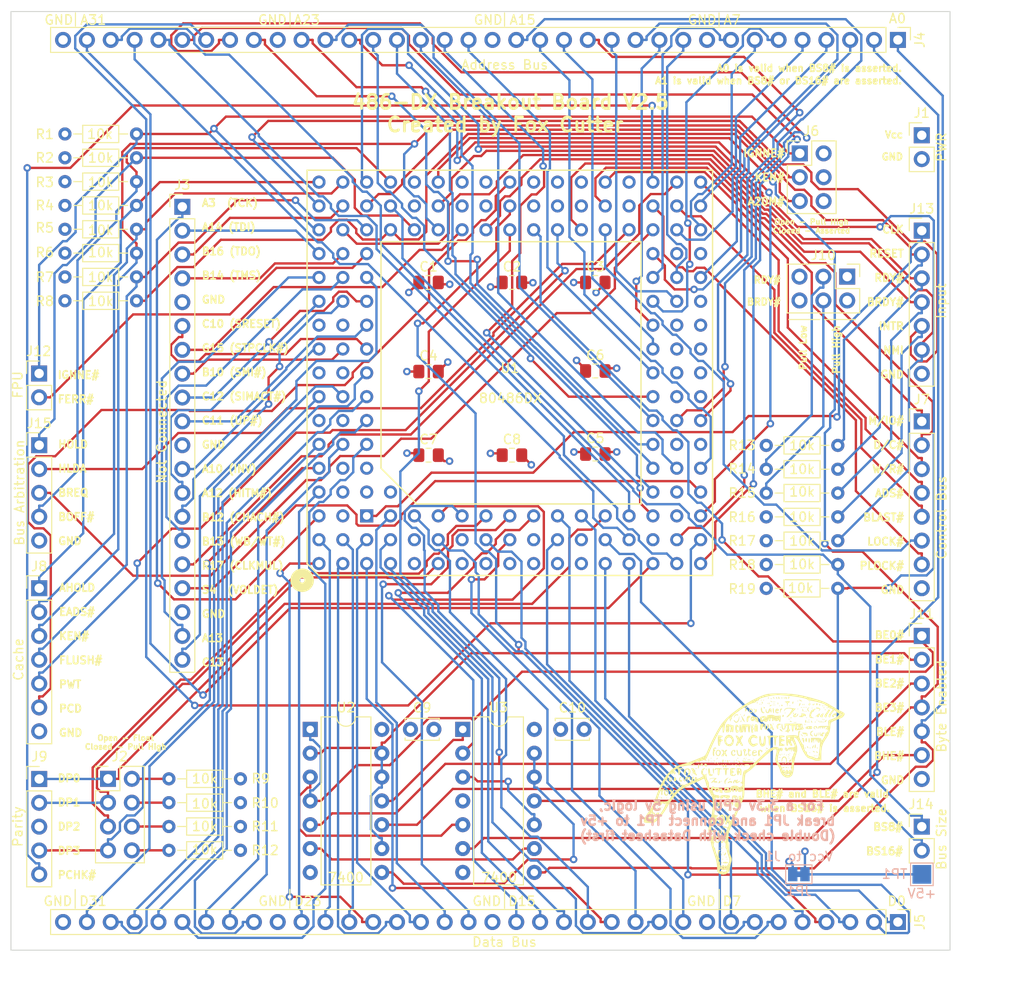
<source format=kicad_pcb>
(kicad_pcb (version 20211014) (generator pcbnew)
  (layers (0 "F.Cu" signal) (1 "In1.Cu" power) (2 "In2.Cu" power) (31 "B.Cu" signal) (34 "B.Paste" user) (35 "F.Paste" user) (36 "B.SilkS" user "B.Silkscreen") (37 "F.SilkS" user "F.Silkscreen") (38 "B.Mask" user) (39 "F.Mask" user) (44 "Edge.Cuts" user))
  (net 0 "")
  (net 1 "GND")
  (net 2 "DP0")
  (net 3 "DP1")
  (net 4 "DP2")
  (net 5 "DP3")
  (net 6 "AHOLD")
  (net 7 "HOLD")
  (net 8 "NMI")
  (net 9 "INTR")
  (net 10 "RESET")
  (net 11 "CLK")
  (net 12 "HLDA")
  (net 13 "BREQ")
  (net 14 "PCD")
  (net 15 "PWT")
  (net 16 "Net-(U2-Pad3)")
  (net 17 "A1")
  (net 18 "BHE#")
  (net 19 "BLE#")
  (net 20 "A31")
  (net 21 "A30")
  (net 22 "A29")
  (net 23 "A28")
  (net 24 "A27")
  (net 25 "A26")
  (net 26 "A25")
  (net 27 "A24")
  (net 28 "A23")
  (net 29 "A22")
  (net 30 "A21")
  (net 31 "A20")
  (net 32 "A19")
  (net 33 "A18")
  (net 34 "A17")
  (net 35 "A16")
  (net 36 "A15")
  (net 37 "A14")
  (net 38 "A13")
  (net 39 "A12")
  (net 40 "A11")
  (net 41 "A10")
  (net 42 "A9")
  (net 43 "A8")
  (net 44 "A7")
  (net 45 "A6")
  (net 46 "A5")
  (net 47 "A4")
  (net 48 "A3")
  (net 49 "A2")
  (net 50 "D31")
  (net 51 "D30")
  (net 52 "D29")
  (net 53 "D28")
  (net 54 "D27")
  (net 55 "D26")
  (net 56 "D25")
  (net 57 "D24")
  (net 58 "D23")
  (net 59 "D22")
  (net 60 "D21")
  (net 61 "D20")
  (net 62 "D19")
  (net 63 "D18")
  (net 64 "D17")
  (net 65 "D16")
  (net 66 "D15")
  (net 67 "D14")
  (net 68 "D13")
  (net 69 "D12")
  (net 70 "D11")
  (net 71 "D10")
  (net 72 "D9")
  (net 73 "D8")
  (net 74 "D7")
  (net 75 "D6")
  (net 76 "D5")
  (net 77 "D4")
  (net 78 "D3")
  (net 79 "D2")
  (net 80 "D1")
  (net 81 "D0")
  (net 82 "NC_A3")
  (net 83 "NC_A10")
  (net 84 "NC_A12")
  (net 85 "NC_A13")
  (net 86 "NC_A14")
  (net 87 "NC_B10")
  (net 88 "NC_B12")
  (net 89 "NC_B13")
  (net 90 "NC_B14")
  (net 91 "NC_B16")
  (net 92 "NC_C10")
  (net 93 "NC_C11")
  (net 94 "NC_C12")
  (net 95 "NC_C13")
  (net 96 "NC_G15")
  (net 97 "NC_R17")
  (net 98 "NC_S4")
  (net 99 "Net-(U2-Pad8)")
  (net 100 "+5V")
  (net 101 "IGNNE#")
  (net 102 "KEN#")
  (net 103 "A20M#")
  (net 104 "PLOCK#")
  (net 105 "LOCK#")
  (net 106 "BLAST#")
  (net 107 "BRDY#")
  (net 108 "RDY#")
  (net 109 "ADS#")
  (net 110 "W_R#")
  (net 111 "D_C#")
  (net 112 "M_IO#")
  (net 113 "/BRDY#R")
  (net 114 "/RDY#R")
  (net 115 "FLUSH#")
  (net 116 "EADS#")
  (net 117 "FERR#")
  (net 118 "PCHK#")
  (net 119 "BE3#")
  (net 120 "BE2#")
  (net 121 "BE1#")
  (net 122 "BE0#")
  (net 123 "BOFF#")
  (net 124 "BS16#")
  (net 125 "BS8#")
  (net 126 "Net-(J2-Pad8)")
  (net 127 "Net-(J2-Pad6)")
  (net 128 "Net-(J2-Pad4)")
  (net 129 "Net-(J2-Pad2)")
  (net 131 "Net-(U2-Pad6)")
  (net 132 "Net-(U2-Pad11)")
  (net 133 "Net-(U3-Pad10)")
  (net 134 "VCC")
  (footprint "Connector_PinHeader_2.54mm:PinHeader_2x04_P2.54mm_Vertical" (layer "F.Cu") (at 80.335 131.745)
    (fp_text reference "J2")
    (fp_text value "Conn_02x04_Counter_Clockwise" hide)
  )
  (footprint "Connector_PinHeader_2.54mm:PinHeader_1x05_P2.54mm_Vertical" (layer "F.Cu") (at 73.01 131.76)
    (fp_text reference "J9")
    (fp_text value "Parity")
  )
  (footprint "Connector_PinHeader_2.54mm:PinHeader_1x36_P2.54mm_Vertical" (layer "F.Cu") (at 164.45 147 -90)
    (fp_text reference "J5")
    (fp_text value "Data Bus")
  )
  (footprint "Connector_PinHeader_2.54mm:PinHeader_1x36_P2.54mm_Vertical" (layer "F.Cu") (at 164.45 53.02 -90)
    (fp_text reference "J4")
    (fp_text value "Address Bus")
  )
  (footprint "Connector_PinHeader_2.54mm:PinHeader_2x03_P2.54mm_Vertical" (layer "F.Cu") (at 154 65.11)
    (fp_text reference "J6")
    (fp_text value "Conn_02x03_Counter_Clockwise" hide)
  )
  (footprint "Connector_PinHeader_2.54mm:PinHeader_1x07_P2.54mm_Vertical" (layer "F.Cu") (at 166.99 73.34)
    (fp_text reference "J13")
    (fp_text value "Input")
  )
  (footprint "Resistor_THT:R_Axial_DIN0204_L3.6mm_D1.6mm_P7.62mm_Horizontal" (layer "F.Cu") (at 150.43 111.4533)
    (fp_text reference "R19")
    (fp_text value "10k")
  )
  (footprint "Resistor_THT:R_Axial_DIN0204_L3.6mm_D1.6mm_P7.62mm_Horizontal" (layer "F.Cu") (at 150.43 108.9144)
    (fp_text reference "R18")
    (fp_text value "10k")
  )
  (footprint "Resistor_THT:R_Axial_DIN0204_L3.6mm_D1.6mm_P7.62mm_Horizontal" (layer "F.Cu") (at 158.05 103.8367 180)
    (fp_text reference "R16")
    (fp_text value "10k")
  )
  (footprint "Resistor_THT:R_Axial_DIN0204_L3.6mm_D1.6mm_P7.62mm_Horizontal" (layer "F.Cu") (at 158.05 106.3756 180)
    (fp_text reference "R17")
    (fp_text value "10k")
  )
  (footprint "Resistor_THT:R_Axial_DIN0204_L3.6mm_D1.6mm_P7.62mm_Horizontal" (layer "F.Cu") (at 86.82 136.8228)
    (fp_text reference "R11")
    (fp_text value "10k")
  )
  (footprint "Resistor_THT:R_Axial_DIN0204_L3.6mm_D1.6mm_P7.62mm_Horizontal" (layer "F.Cu") (at 83.37 65.5789 180)
    (fp_text reference "R2")
    (fp_text value "10k")
  )
  (footprint "Resistor_THT:R_Axial_DIN0204_L3.6mm_D1.6mm_P7.62mm_Horizontal" (layer "F.Cu") (at 86.82 131.745)
    (fp_text reference "R9")
    (fp_text value "10k")
  )
  (footprint "Resistor_THT:R_Axial_DIN0204_L3.6mm_D1.6mm_P7.62mm_Horizontal" (layer "F.Cu") (at 75.75 80.8122)
    (fp_text reference "R8")
    (fp_text value "10k")
  )
  (footprint "Resistor_THT:R_Axial_DIN0204_L3.6mm_D1.6mm_P7.62mm_Horizontal" (layer "F.Cu") (at 158.05 101.2978 180)
    (fp_text reference "R15")
    (fp_text value "10k")
  )
  (footprint "Resistor_THT:R_Axial_DIN0204_L3.6mm_D1.6mm_P7.62mm_Horizontal" (layer "F.Cu") (at 158.05 96.22 180)
    (fp_text reference "R13")
    (fp_text value "10k")
  )
  (footprint "Resistor_THT:R_Axial_DIN0204_L3.6mm_D1.6mm_P7.62mm_Horizontal" (layer "F.Cu") (at 86.82 134.2839)
    (fp_text reference "R10")
    (fp_text value "10k")
  )
  (footprint "Resistor_THT:R_Axial_DIN0204_L3.6mm_D1.6mm_P7.62mm_Horizontal" (layer "F.Cu") (at 75.75 68.1178)
    (fp_text reference "R3")
    (fp_text value "10k")
  )
  (footprint "Resistor_THT:R_Axial_DIN0204_L3.6mm_D1.6mm_P7.62mm_Horizontal" (layer "F.Cu") (at 83.37 70.6567 180)
    (fp_text reference "R4")
    (fp_text value "10k")
  )
  (footprint "Resistor_THT:R_Axial_DIN0204_L3.6mm_D1.6mm_P7.62mm_Horizontal" (layer "F.Cu") (at 75.75 73.1956)
    (fp_text reference "R5")
    (fp_text value "10k")
  )
  (footprint "Resistor_THT:R_Axial_DIN0204_L3.6mm_D1.6mm_P7.62mm_Horizontal" (layer "F.Cu") (at 75.75 75.7344)
    (fp_text reference "R6")
    (fp_text value "10k")
  )
  (footprint "Resistor_THT:R_Axial_DIN0204_L3.6mm_D1.6mm_P7.62mm_Horizontal" (layer "F.Cu") (at 75.75 78.2733)
    (fp_text reference "R7")
    (fp_text value "10k")
  )
  (footprint "Connector_PinHeader_2.54mm:PinHeader_1x08_P2.54mm_Vertical" (layer "F.Cu") (at 166.99 93.66)
    (fp_text reference "J7")
    (fp_text value "Control Bus")
  )
  (footprint "Connector_PinHeader_2.54mm:PinHeader_1x05_P2.54mm_Vertical" (layer "F.Cu") (at 73.01 96.2)
    (fp_text reference "J15")
    (fp_text value "Bus Arbitration")
  )
  (footprint "Connector_PinHeader_2.54mm:PinHeader_1x07_P2.54mm_Vertical" (layer "F.Cu") (at 73.01 111.44)
    (fp_text reference "J8")
    (fp_text value "Cache")
  )
  (footprint "Connector_PinHeader_2.54mm:PinHeader_1x07_P2.54mm_Vertical" (layer "F.Cu") (at 166.99 116.52)
    (fp_text reference "J11")
    (fp_text value "Byte Enabled")
  )
  (footprint "Connector_PinHeader_2.54mm:PinHeader_1x20_P2.54mm_Vertical" (layer "F.Cu") (at 88.25 70.8)
    (fp_text reference "J3")
    (fp_text value "Not Connected")
  )
  (footprint "Resistor_THT:R_Axial_DIN0204_L3.6mm_D1.6mm_P7.62mm_Horizontal" (layer "F.Cu") (at 86.82 139.3617)
    (fp_text reference "R12")
    (fp_text value "10k")
  )
  (footprint "Capacitor_SMD:C_0805_2012Metric_Pad1.18x1.45mm_HandSolder" (layer "F.Cu") (at 132.2275 78.862)
    (fp_text reference "C3")
    (fp_text value "105")
  )
  (footprint "Capacitor_SMD:C_0805_2012Metric_Pad1.18x1.45mm_HandSolder" (layer "F.Cu") (at 114.47 88.352)
    (fp_text reference "C4")
    (fp_text value "105")
  )
  (footprint "Capacitor_SMD:C_0805_2012Metric_Pad1.18x1.45mm_HandSolder" (layer "F.Cu") (at 114.4675 78.862)
    (fp_text reference "C1")
    (fp_text value "105")
  )
  (footprint "Capacitor_SMD:C_0805_2012Metric_Pad1.18x1.45mm_HandSolder" (layer "F.Cu") (at 123.3475 78.862)
    (fp_text reference "C2")
    (fp_text value "105")
  )
  (footprint "Capacitor_SMD:C_0805_2012Metric_Pad1.18x1.45mm_HandSolder" (layer "F.Cu") (at 123.35 97.262)
    (fp_text reference "C8")
    (fp_text value "105")
  )
  (footprint "Capacitor_SMD:C_0805_2012Metric_Pad1.18x1.45mm_HandSolder" (layer "F.Cu") (at 132.23 97.14)
    (fp_text reference "C5")
    (fp_text value "105")
  )
  (footprint "Capacitor_SMD:C_0805_2012Metric_Pad1.18x1.45mm_HandSolder" (layer "F.Cu") (at 132.23 88.291)
    (fp_text reference "C6")
    (fp_text value "105")
  )
  (footprint "Capacitor_SMD:C_0805_2012Metric_Pad1.18x1.45mm_HandSolder" (layer "F.Cu") (at 114.47 97.262)
    (fp_text reference "C7")
    (fp_text value "105")
  )
  (footprint "486 Breakout:PGA169" (layer "F.Cu") (at 122.868 88.49 90)
    (fp_text reference "U1")
    (fp_text value "80486DX")
  )
  (footprint "Private_lib:Fox Logo" (layer "F.Cu") (at 148.16 132.638)
    (fp_text reference "#LOGO1" hide)
    (fp_text value "LOGO" hide)
  )
  (footprint "Capacitor_THT:C_Disc_D3.4mm_W2.1mm_P2.50mm" (layer "F.Cu") (at 112.54 126.47)
    (fp_text reference "C9")
    (fp_text value "105")
  )
  (footprint "Package_DIP:DIP-14_W7.62mm" (layer "F.Cu") (at 118.11 126.475)
    (fp_text reference "U3")
    (fp_text value "7400")
  )
  (footprint "Capacitor_THT:C_Disc_D3.4mm_W2.1mm_P2.50mm" (layer "F.Cu") (at 128.53 126.47)
    (fp_text reference "C10")
    (fp_text value "105")
  )
  (footprint "Package_DIP:DIP-14_W7.62mm" (layer "F.Cu") (at 101.87 126.475)
    (fp_text reference "U2")
    (fp_text value "7400")
  )
  (footprint "Connector_PinHeader_2.54mm:PinHeader_2x03_P2.54mm_Vertical" (layer "F.Cu") (at 159.05 78.24 -90)
    (fp_text reference "J10")
    (fp_text value "Conn_02x03_Counter_Clockwise" hide)
  )
  (footprint "Resistor_THT:R_Axial_DIN0204_L3.6mm_D1.6mm_P7.62mm_Horizontal" (layer "F.Cu") (at 158.05 98.7589 180)
    (fp_text reference "R14")
    (fp_text value "10k")
  )
  (footprint "Connector_PinHeader_2.54mm:PinHeader_1x02_P2.54mm_Vertical" (layer "F.Cu") (at 166.99 136.84)
    (fp_text reference "J14")
    (fp_text value "Bus Size")
  )
  (footprint "Connector_PinHeader_2.54mm:PinHeader_1x02_P2.54mm_Vertical" (layer "F.Cu") (at 73 88.56)
    (fp_text reference "J12")
    (fp_text value "FPU")
  )
  (footprint "Connector_PinHeader_2.54mm:PinHeader_1x02_P2.54mm_Vertical" (layer "F.Cu") (at 166.99 63.18)
    (fp_text reference "J1")
    (fp_text value "PWR")
  )
  (footprint "Resistor_THT:R_Axial_DIN0204_L3.6mm_D1.6mm_P7.62mm_Horizontal" (layer "F.Cu") (at 75.75 63.04)
    (fp_text reference "R1")
    (fp_text value "10k")
  )
  (footprint "TestPoint:TestPoint_Pad_2.0x2.0mm" (layer "B.Cu") (at 167 141.92 180)
    (fp_text reference "TP1")
    (fp_text value "+5V")
  )
  (footprint "Jumper:SolderJumper-2_P1.3mm_Bridged_Pad1.0x1.5mm" (layer "B.Cu") (at 153.9 141.91)
    (fp_text reference "JP1")
    (fp_text value "Vcc to J1")
  )
  (gr_line (start 156.121 82.81) (end 152.819 82.81) (layer "F.SilkS") (width 0.12))
  (gr_line (start 156.629 82.81) (end 159.931 82.81) (layer "F.SilkS") (width 0.12))
  (gr_line (start 76.87 51.55) (end 76.87 50.13) (layer "F.SilkS") (width 0.12))
  (gr_line (start 76.84 145.54) (end 76.84 143.54) (layer "F.SilkS") (width 0.12))
  (gr_line (start 145.43 145.53) (end 145.43 143.53) (layer "F.SilkS") (width 0.12))
  (gr_line (start 122.56 145.54) (end 122.56 143.54) (layer "F.SilkS") (width 0.12))
  (gr_line (start 99.692 145.524) (end 99.692 143.524) (layer "F.SilkS") (width 0.12))
  (gr_line (start 122.56 51.56) (end 122.56 50.14) (layer "F.SilkS") (width 0.12))
  (gr_line (start 99.72 51.54) (end 99.72 50.12) (layer "F.SilkS") (width 0.12))
  (gr_line (start 145.4 51.56) (end 145.4 50.14) (layer "F.SilkS") (width 0.12))
  (gr_line (start 70 50) (end 70 150) (layer "Edge.Cuts") (width 0.1))
  (gr_line (start 70 150) (end 170 150) (layer "Edge.Cuts") (width 0.1))
  (gr_line (start 170 50) (end 170 150) (layer "Edge.Cuts") (width 0.1))
  (gr_line (start 70 50) (end 170 50) (layer "Edge.Cuts") (width 0.1))
  (gr_text "For a 3.3v CPU using 5v logic, \nbreak JP1 and connect TP1 to +5v\n(Double check with Datasheet first)" (at 144.2 136.2) (layer "B.SilkS") (effects (font (size 1 1) (thickness 0.25)) (justify mirror)))
  (gr_text "A0 is valid when BS8# is asserted." (at 164.97 56.03) (layer "F.SilkS") (effects (font (size 0.73 0.73) (thickness 0.1825)) (justify right)))
  (gr_text "DP0\n\nDP1\n\nDP2\n\nDP3\n\nPCHK#" (at 74.885 136.835) (layer "F.SilkS") (effects (font (size 0.8 0.8) (thickness 0.1825)) (justify left)))
  (gr_text "Open - Float\nClosed - Pull High" (at 82.214 127.857) (layer "F.SilkS") (effects (font (size 0.5842 0.5842) (thickness 0.14605))))
  (gr_text "GND D31" (at 76.83 144.78) (layer "F.SilkS") (effects (font (size 1 1))))
  (gr_text "A3  (TCK)\n\nA14 (TDI)\n\nB16 (TDO)\n\nB14 (TMS)\n\nGND\n\nC10 (SRESET)\n\nG15 (STPCLK#)\n\nB10 (SMI#)\n\nC12 (SIMACT#)\n\nC11 (UP#)\n\nGND\n\nA10 (INV)\n\nA12 (HITM#)\n\nB12 (CHACH#)\n\nB13 (WB/WT#)\n\nR17 (CLKMUL)\n\nS4  (VOLDET)\n\nGND\n\nA13 \n\nC13 " (at 90.23 94.86) (layer "F.SilkS") (effects (font (size 0.8 0.8) (thickness 0.1825)) (justify left)))
  (gr_text "486-DX Breakout Board V2.5\nCreated by Fox Cutter " (at 123.19 60.85) (layer "F.SilkS") (effects (font (size 1.5 1.5) (thickness 0.3))))
  (gr_text "Pull Low\n\n\nPull High" (at 156.121 83.318 90) (layer "F.SilkS") (effects (font (size 0.73 0.73) (thickness 0.1825)) (justify right)))
  (gr_text "RDY#\n\nBRDY#" (at 152.057 79.762) (layer "F.SilkS") (effects (font (size 0.73 0.73) (thickness 0.1825)) (justify right)))
  (gr_text "A1 is valid when BS8# or BS16# are asserted." (at 164.977 57.36) (layer "F.SilkS") (effects (font (size 0.73 0.73) (thickness 0.1825)) (justify right)))
  (gr_text "when BS16# is asserted." (at 156.68 134.874) (layer "F.SilkS") (effects (font (size 0.73 0.73) (thickness 0.1825))))
  (gr_text "IGNNE#\n\nFERR#" (at 74.885 90.01) (layer "F.SilkS") (effects (font (size 0.8 0.8) (thickness 0.1825)) (justify left)))
  (gr_text "M/IO#\n\nD/C#\n\nW/R#\n\nADS#\n\nBLAST#\n\nLOCK#\n\nPLOCK#\n\nGND" (at 165.2 102.6) (layer "F.SilkS") (effects (font (size 0.8 0.8) (thickness 0.1825)) (justify right)))
  (gr_text "GND D23" (at 99.72 144.78) (layer "F.SilkS") (effects (font (size 1 1))))
  (gr_text "D0" (at 164.32 144.78) (layer "F.SilkS") (effects (font (size 1 1))))
  (gr_text "GND D15" (at 122.51 144.78) (layer "F.SilkS") (effects (font (size 1 1))))
  (gr_text "Open - Pull High\nClosed - Asserted" (at 155.25 72.87) (layer "F.SilkS") (effects (font (size 0.5842 0.5842) (thickness 0.14605))))
  (gr_text "IGNNE#\n\nKEN#\n\nA20M#" (at 152.5 67.66) (layer "F.SilkS") (effects (font (size 0.8 0.8) (thickness 0.1825)) (justify right)))
  (gr_text "GND A23" (at 99.61 50.89) (layer "F.SilkS") (effects (font (size 1 1))))
  (gr_text "AHOLD\n\nEADS#\n\nKEN#\n\nFLUSH#\n\nPWT\n\nPCD\n\nGND" (at 75.02 119.11) (layer "F.SilkS") (effects (font (size 0.8 0.8) (thickness 0.1825)) (justify left)))
  (gr_text "A0" (at 164.4 50.74) (layer "F.SilkS") (effects (font (size 1 1))))
  (gr_text "BE0#\n\nBE1#\n\nBE2#\n\nBE3#\n\nBLE#\n\nBHE#\n\nGND" (at 165.22 124.16) (layer "F.SilkS") (effects (font (size 0.8 0.8) (thickness 0.1825)) (justify right)))
  (gr_text "CLK\n\nRESET\n\nRDY#\n\nBRDY#\n\nINTR\n\nNMI\n\nGND" (at 165.17 80.94) (layer "F.SilkS") (effects (font (size 0.8 0.8) (thickness 0.1825)) (justify right)))
  (gr_text "GND A31" (at 76.86 50.89) (layer "F.SilkS") (effects (font (size 1 1))))
  (gr_text "BS8#\n\nBS16#" (at 165.09 138.16) (layer "F.SilkS") (effects (font (size 0.8 0.8) (thickness 0.19)) (justify right)))
  (gr_text "GND A7" (at 144.89 50.89) (layer "F.SilkS") (effects (font (size 1 1))))
  (gr_text "Vcc\n\nGND" (at 165.09 64.295) (layer "F.SilkS") (effects (font (size 0.73 0.73) (thickness 0.1825)) (justify right)))
  (gr_text "HOLD\n\nHLDA\n\nBREQ\n\nBOFF#\n\nGND" (at 74.935 101.26) (layer "F.SilkS") (effects (font (size 0.8 0.8) (thickness 0.1825)) (justify left)))
  (gr_text "BHE# and BLE# are valid " (at 156.68 133.35) (layer "F.SilkS") (effects (font (size 0.73 0.73) (thickness 0.1825))))
  (gr_text "GND D7" (at 144.87 144.78) (layer "F.SilkS") (effects (font (size 1 1))))
  (gr_text "GND A15" (at 122.58 50.89) (layer "F.SilkS") (effects (font (size 1 1))))
  (segment (start 113.4325 88.352) (end 112.1645 88.352) (width 0.25) (layer "F.Cu") (net 1))
  (segment (start 130.2284 87.165) (end 131.1925 88.1291) (width 0.25) (layer "F.Cu") (net 1))
  (segment (start 122.31 78.862) (end 121.8334 79.3386) (width 0.25) (layer "F.Cu") (net 1))
  (segment (start 113.2176 97.0471) (end 113.4325 97.262) (width 0.25) (layer "F.Cu") (net 1))
  (segment (start 121.8334 79.3386) (end 121.0704 79.3386) (width 0.25) (layer "F.Cu") (net 1))
  (segment (start 130.977 96.9245) (end 131.1925 97.14) (width 0.25) (layer "F.Cu") (net 1))
  (segment (start 122.1172 97.0667) (end 122.3125 97.262) (width 0.25) (layer "F.Cu") (net 1))
  (segment (start 112.1721 97.0471) (end 113.2176 97.0471) (width 0.25) (layer "F.Cu") (net 1))
  (segment (start 121.0585 97.0667) (end 122.1172 97.0667) (width 0.25) (layer "F.Cu") (net 1))
  (segment (start 131.1925 88.1291) (end 131.1925 88.291) (width 0.25) (layer "F.Cu") (net 1))
  (segment (start 131.19 78.862) (end 129.9222 78.862) (width 0.25) (layer "F.Cu") (net 1))
  (segment (start 129.9494 96.9245) (end 130.977 96.9245) (width 0.25) (layer "F.Cu") (net 1))
  (segment (start 113.43 78.862) (end 112.3665 79.9255) (width 0.25) (layer "F.Cu") (net 1))
  (via (at 112.1645 88.352) (size 0.8) (drill 0.4) (layers "F.Cu" "B.Cu") (net 1))
  (via (at 129.9494 96.9245) (size 0.8) (drill 0.4) (layers "F.Cu" "B.Cu") (net 1))
  (via (at 121.0704 79.3386) (size 0.8) (drill 0.4) (layers "F.Cu" "B.Cu") (net 1))
  (via (at 130.2284 87.165) (size 0.8) (drill 0.4) (layers "F.Cu" "B.Cu") (net 1))
  (via (at 121.0585 97.0667) (size 0.8) (drill 0.4) (layers "F.Cu" "B.Cu") (net 1))
  (via (at 112.3665 79.9255) (size 0.8) (drill 0.4) (layers "F.Cu" "B.Cu") (net 1))
  (via (at 129.9222 78.862) (size 0.8) (drill 0.4) (layers "F.Cu" "B.Cu") (net 1))
  (via (at 112.1721 97.0471) (size 0.8) (drill 0.4) (layers "F.Cu" "B.Cu") (net 1))
  (segment (start 81.5101 131.745) (end 81.5101 130.7344) (width 0.25) (layer "F.Cu") (net 2))
  (segment (start 81.5101 130.7344) (end 99.1421 113.1024) (width 0.25) (layer "F.Cu") (net 2))
  (segment (start 129.472 109.1343) (end 129.472 106.0751) (width 0.25) (layer "F.Cu") (net 2))
  (segment (start 130.3508 105.1963) (end 131.8157 105.1963) (width 0.25) (layer "F.Cu") (net 2))
  (segment (start 99.1421 113.1024) (end 125.5039 113.1024) (width 0.25) (layer "F.Cu") (net 2))
  (segment (start 80.335 131.745) (end 81.5101 131.745) (width 0.25) (layer "F.Cu") (net 2))
  (segment (start 129.472 106.0751) (end 130.3508 105.1963) (width 0.25) (layer "F.Cu") (net 2))
  (segment (start 125.5039 113.1024) (end 129.472 109.1343) (width 0.25) (layer "F.Cu") (net 2))
  (segment (start 131.8157 105.1963) (end 133.282 103.73) (width 0.25) (layer "F.Cu") (net 2))
  (segment (start 80.335 131.745) (end 79.1599 131.745) (width 0.25) (layer "B.Cu") (net 2))
  (segment (start 73.01 131.76) (end 79.1449 131.76) (width 0.25) (layer "B.Cu") (net 2))
  (segment (start 79.1449 131.76) (end 79.1599 131.745) (width 0.25) (layer "B.Cu") (net 2))
  (segment (start 80.335 134.285) (end 80.335 133.1099) (width 0.25) (layer "F.Cu") (net 3))
  (segment (start 79.1599 132.7296) (end 79.1599 130.7366) (width 0.25) (layer "F.Cu") (net 3))
  (segment (start 110.0894 110.3339) (end 113.9781 110.3339) (width 0.25) (layer "F.Cu") (net 3))
  (segment (start 100.6865 110.2848) (end 110.0403 110.2848) (width 0.25) (layer "F.Cu") (net 3))
  (segment (start 88.2704 121.6261) (end 89.3452 121.6261) (width 0.25) (layer "F.Cu") (net 3))
  (segment (start 79.5402 133.1099) (end 79.1599 132.7296) (width 0.25) (layer "F.Cu") (net 3))
  (segment (start 80.335 133.1099) (end 79.5402 133.1099) (width 0.25) (layer "F.Cu") (net 3))
  (segment (start 110.0403 110.2848) (end 110.0894 110.3339) (width 0.25) (layer "F.Cu") (net 3))
  (segment (start 89.3452 121.6261) (end 100.6865 110.2848) (width 0.25) (layer "F.Cu") (net 3))
  (segment (start 113.9781 110.3339) (end 115.502 108.81) (width 0.25) (layer "F.Cu") (net 3))
  (segment (start 79.1599 130.7366) (end 88.2704 121.6261) (width 0.25) (layer "F.Cu") (net 3))
  (segment (start 73.01 134.3) (end 79.1449 134.3) (width 0.25) (layer "B.Cu") (net 3))
  (segment (start 79.1449 134.3) (end 79.1599 134.285) (width 0.25) (layer "B.Cu") (net 3))
  (segment (start 80.335 134.285) (end 79.1599 134.285) (width 0.25) (layer "B.Cu") (net 3))
  (segment (start 114.2674 109.0487) (end 114.2674 108.5475) (width 0.25) (layer "F.Cu") (net 4))
  (segment (start 100.5 109.8347) (end 110.2268 109.8347) (width 0.25) (layer "F.Cu") (net 4))
  (segment (start 78.7038 130.5443) (end 88.0721 121.176) (width 0.25) (layer "F.Cu") (net 4))
  (segment (start 116.5257 106.7673) (end 116.5257 105.6999) (width 0.25) (layer "F.Cu") (net 4))
  (segment (start 115.5317 107.7613) (end 116.5257 106.7673) (width 0.25) (layer "F.Cu") (net 4))
  (segment (start 116.5257 105.6999) (end 117.4294 104.7962) (width 0.25) (layer "F.Cu") (net 4))
  (segment (start 80.335 135.6499) (end 79.9697 135.6499) (width 0.25) (layer "F.Cu") (net 4))
  (segment (start 88.0721 121.176) (end 89.1587 121.176) (width 0.25) (layer "F.Cu") (net 4))
  (segment (start 78.7038 134.384) (end 78.7038 130.5443) (width 0.25) (layer "F.Cu") (net 4))
  (segment (start 117.4294 104.7962) (end 119.5158 104.7962) (width 0.25) (layer "F.Cu") (net 4))
  (segment (start 80.335 136.825) (end 80.335 135.6499) (width 0.25) (layer "F.Cu") (net 4))
  (segment (start 114.2674 108.5475) (end 115.0536 107.7613) (width 0.25) (layer "F.Cu") (net 4))
  (segment (start 110.2268 109.8347) (end 110.2758 109.8837) (width 0.25) (layer "F.Cu") (net 4))
  (segment (start 89.1587 121.176) (end 100.5 109.8347) (width 0.25) (layer "F.Cu") (net 4))
  (segment (start 119.5158 104.7962) (end 120.582 103.73) (width 0.25) (layer "F.Cu") (net 4))
  (segment (start 110.2758 109.8837) (end 113.4324 109.8837) (width 0.25) (layer "F.Cu") (net 4))
  (segment (start 79.9697 135.6499) (end 78.7038 134.384) (width 0.25) (layer "F.Cu") (net 4))
  (segment (start 113.4324 109.8837) (end 114.2674 109.0487) (width 0.25) (layer "F.Cu") (net 4))
  (segment (start 115.0536 107.7613) (end 115.5317 107.7613) (width 0.25) (layer "F.Cu") (net 4))
  (segment (start 74.2001 139.365) (end 74.1851 139.38) (width 0.25) (layer "F.Cu") (net 5))
  (segment (start 90.8448 108.7963) (end 100.9911 98.65) (width 0.25) (layer "F.Cu") (net 5))
  (segment (start 100.9911 98.65) (end 102.802 98.65) (width 0.25) (layer "F.Cu") (net 5))
  (segment (start 73.01 139.38) (end 74.1851 139.38) (width 0.25) (layer "F.Cu") (net 5))
  (segment (start 80.335 139.365) (end 74.2001 139.365) (width 0.25) (layer "F.Cu") (net 5))
  (via (at 90.8448 108.7963) (size 0.8) (drill 0.4) (layers "F.Cu" "B.Cu") (net 5))
  (segment (start 90.8448 108.7963) (end 91.18 109.1315) (width 0.25) (layer "B.Cu") (net 5))
  (segment (start 81.605 137.2851) (end 80.7002 138.1899) (width 0.25) (layer "B.Cu") (net 5))
  (segment (start 83.1722 135.6498) (end 82.3493 135.6498) (width 0.25) (layer "B.Cu") (net 5))
  (segment (start 84.0761 130.4471) (end 84.0761 134.7459) (width 0.25) (layer "B.Cu") (net 5))
  (segment (start 80.335 139.365) (end 80.335 138.1899) (width 0.25) (layer "B.Cu") (net 5))
  (segment (start 80.7002 138.1899) (end 80.335 138.1899) (width 0.25) (layer "B.Cu") (net 5))
  (segment (start 81.605 136.3941) (end 81.605 137.2851) (width 0.25) (layer "B.Cu") (net 5))
  (segment (start 91.18 109.1315) (end 91.18 123.3432) (width 0.25) (layer "B.Cu") (net 5))
  (segment (start 84.0761 134.7459) (end 83.1722 135.6498) (width 0.25) (layer "B.Cu") (net 5))
  (segment (start 91.18 123.3432) (end 84.0761 130.4471) (width 0.25) (layer "B.Cu") (net 5))
  (segment (start 82.3493 135.6498) (end 81.605 136.3941) (width 0.25) (layer "B.Cu") (net 5))
  (segment (start 102.802 68.17) (end 85.8567 68.17) (width 0.25) (layer "F.Cu") (net 6))
  (segment (start 85.8567 68.17) (end 83.37 70.6567) (width 0.25) (layer "F.Cu") (net 6))
  (segment (start 73.01 110.2649) (end 77.694 105.5809) (width 0.25) (layer "B.Cu") (net 6))
  (segment (start 77.694 105.5809) (end 77.694 80.7243) (width 0.25) (layer "B.Cu") (net 6))
  (segment (start 73.01 111.44) (end 73.01 110.2649) (width 0.25) (layer "B.Cu") (net 6))
  (segment (start 81.6927 76.7256) (end 81.6927 72.334) (width 0.25) (layer "B.Cu") (net 6))
  (segment (start 81.6927 72.334) (end 83.37 70.6567) (width 0.25) (layer "B.Cu") (net 6))
  (segment (start 77.694 80.7243) (end 81.6927 76.7256) (width 0.25) (layer "B.Cu") (net 6))
  (segment (start 106.612 70.9076) (end 106.612 67.9198) (width 0.25) (layer "F.Cu") (net 7))
  (segment (start 104.2711 65.5789) (end 83.37 65.5789) (width 0.25) (layer "F.Cu") (net 7))
  (segment (start 111.4457 71.7337) (end 107.4381 71.7337) (width 0.25) (layer "F.Cu") (net 7))
  (segment (start 107.4381 71.7337) (end 106.612 70.9076) (width 0.25) (layer "F.Cu") (net 7))
  (segment (start 106.612 67.9198) (end 104.2711 65.5789) (width 0.25) (layer "F.Cu") (net 7))
  (segment (start 112.962 73.25) (end 111.4457 71.7337) (width 0.25) (layer "F.Cu") (net 7))
  (segment (start 74.6352 93.3997) (end 74.6352 77.9007) (width 0.25) (layer "B.Cu") (net 7))
  (segment (start 73.01 96.2) (end 73.01 95.0249) (width 0.25) (layer "B.Cu") (net 7))
  (segment (start 75.9347 77.0038) (end 79.0114 73.9271) (width 0.25) (layer "B.Cu") (net 7))
  (segment (start 79.0114 69.9375) (end 83.37 65.5789) (width 0.25) (layer "B.Cu") (net 7))
  (segment (start 73.01 95.0249) (end 74.6352 93.3997) (width 0.25) (layer "B.Cu") (net 7))
  (segment (start 74.6352 77.9007) (end 75.5321 77.0038) (width 0.25) (layer "B.Cu") (net 7))
  (segment (start 79.0114 73.9271) (end 79.0114 69.9375) (width 0.25) (layer "B.Cu") (net 7))
  (segment (start 75.5321 77.0038) (end 75.9347 77.0038) (width 0.25) (layer "B.Cu") (net 7))
  (segment (start 105.342 73.25) (end 106.8248 74.7328) (width 0.25) (layer "F.Cu") (net 8))
  (segment (start 149.0983 69.7195) (end 149.0983 69.9352) (width 0.25) (layer "F.Cu") (net 8))
  (segment (start 168.1923 80.394) (end 168.1923 84.1477) (width 0.25) (layer "F.Cu") (net 8))
  (segment (start 117.8231 69.465) (end 120.934 69.465) (width 0.25) (layer "F.Cu") (net 8))
  (segment (start 167.4883 79.69) (end 168.1923 80.394) (width 0.25) (layer "F.Cu") (net 8))
  (segment (start 150.6254 71.1028) (end 154.2134 74.6908) (width 0.25) (layer "F.Cu") (net 8))
  (segment (start 106.8248 74.7328) (end 115.501 74.7328) (width 0.25) (layer "F.Cu") (net 8))
  (segment (start 150.2659 71.1028) (end 150.6254 71.1028) (width 0.25) (layer "F.Cu") (net 8))
  (segment (start 116.6128 70.6753) (end 117.8231 69.465) (width 0.25) (layer "F.Cu") (net 8))
  (segment (start 166.3598 79.69) (end 167.4883 79.69) (width 0.25) (layer "F.Cu") (net 8))
  (segment (start 124.5523 65.2885) (end 144.6673 65.2885) (width 0.25) (layer "F.Cu") (net 8))
  (segment (start 121.7467 68.0941) (end 124.5523 65.2885) (width 0.25) (layer "F.Cu") (net 8))
  (segment (start 115.501 74.7328) (end 116.6128 73.621) (width 0.25) (layer "F.Cu") (net 8))
  (segment (start 116.6128 73.621) (end 116.6128 70.6753) (width 0.25) (layer "F.Cu") (net 8))
  (segment (start 154.2134 74.6908) (end 161.3606 74.6908) (width 0.25) (layer "F.Cu") (net 8))
  (segment (start 149.0983 69.9352) (end 150.2659 71.1028) (width 0.25) (layer "F.Cu") (net 8))
  (segment (start 166.99 85.35) (end 166.99 86.04) (width 0.25) (layer "F.Cu") (net 8))
  (segment (start 120.934 69.465) (end 121.7467 68.6523) (width 0.25) (layer "F.Cu") (net 8))
  (segment (start 144.6673 65.2885) (end 149.0983 69.7195) (width 0.25) (layer "F.Cu") (net 8))
  (segment (start 121.7467 68.6523) (end 121.7467 68.0941) (width 0.25) (layer "F.Cu") (net 8))
  (segment (start 168.1923 84.1477) (end 166.99 85.35) (width 0.25) (layer "F.Cu") (net 8))
  (segment (start 161.3606 74.6908) (end 166.3598 79.69) (width 0.25) (layer "F.Cu") (net 8))
  (segment (start 166.99 86.04) (end 166.99 87.2151) (width 0.25) (layer "B.Cu") (net 8))
  (segment (start 166.5779 87.2151) (end 166.99 87.2151) (width 0.25) (layer "B.Cu") (net 8))
  (segment (start 165.6252 88.1678) (end 166.5779 87.2151) (width 0.25) (layer "B.Cu") (net 8))
  (segment (start 158.05 106.3756) (end 165.6252 98.8004) (width 0.25) (layer "B.Cu") (net 8))
  (segment (start 165.6252 98.8004) (end 165.6252 88.1678) (width 0.25) (layer "B.Cu") (net 8))
  (segment (start 152.2284 66.2852) (end 154.3631 66.2852) (width 0.25) (layer "F.Cu") (net 9))
  (segment (start 165.8056 84.6844) (end 166.99 83.5) (width 0.25) (layer "F.Cu") (net 9))
  (segment (start 160.1912 68.92) (end 165.7864 74.5152) (width 0.25) (layer "F.Cu") (net 9))
  (segment (start 147.5924 61.6492) (end 152.2284 66.2852) (width 0.25) (layer "F.Cu") (net 9))
  (segment (start 155.2345 67.1566) (end 155.2345 68.0921) (width 0.25) (layer "F.Cu") (net 9))
  (segment (start 167.3192 74.5152) (end 168.6493 75.8453) (width 0.25) (layer "F.Cu") (net 9))
  (segment (start 168.6493 75.8453) (end 168.6493 86.134) (width 0.25) (layer "F.Cu") (net 9))
  (segment (start 165.7864 74.5152) (end 167.3192 74.5152) (width 0.25) (layer "F.Cu") (net 9))
  (segment (start 97.3985 61.6492) (end 147.5924 61.6492) (width 0.25) (layer "F.Cu") (net 9))
  (segment (start 167.5086 87.2747) (end 166.5539 87.2747) (width 0.25) (layer "F.Cu") (net 9))
  (segment (start 155.2345 68.0921) (end 156.0624 68.92) (width 0.25) (layer "F.Cu") (net 9))
  (segment (start 156.0624 68.92) (end 160.1912 68.92) (width 0.25) (layer "F.Cu") (net 9))
  (segment (start 154.3631 66.2852) (end 155.2345 67.1566) (width 0.25) (layer "F.Cu") (net 9))
  (segment (start 165.8056 86.5264) (end 165.8056 84.6844) (width 0.25) (layer "F.Cu") (net 9))
  (segment (start 166.5539 87.2747) (end 165.8056 86.5264) (width 0.25) (layer "F.Cu") (net 9))
  (segment (start 95.6741 63.3736) (end 97.3985 61.6492) (width 0.25) (layer "F.Cu") (net 9))
  (segment (start 168.6493 86.134) (end 167.5086 87.2747) (width 0.25) (layer "F.Cu") (net 9))
  (via (at 95.6741 63.3736) (size 0.8) (drill 0.4) (layers "F.Cu" "B.Cu") (net 9))
  (segment (start 102.802 70.71) (end 95.6741 63.5821) (width 0.25) (layer "B.Cu") (net 9))
  (segment (start 158.05 103.8367) (end 164.8386 97.0481) (width 0.25) (layer "B.Cu") (net 9))
  (segment (start 166.6247 84.6751) (end 166.99 84.6751) (width 0.25) (layer "B.Cu") (net 9))
  (segment (start 166.99 83.5) (end 166.99 84.6751) (width 0.25) (layer "B.Cu") (net 9))
  (segment (start 164.8386 97.0481) (end 164.8386 86.4612) (width 0.25) (layer "B.Cu") (net 9))
  (segment (start 164.8386 86.4612) (end 166.6247 84.6751) (width 0.25) (layer "B.Cu") (net 9))
  (segment (start 95.6741 63.5821) (end 95.6741 63.3736) (width 0.25) (layer "B.Cu") (net 9))
  (segment (start 155.2347 70.6888) (end 156.7622 72.2163) (width 0.25) (layer "F.Cu") (net 10))
  (segment (start 166.99 75.88) (end 165.8149 75.88) (width 0.25) (layer "F.Cu") (net 10))
  (segment (start 110.6047 69.44) (end 111.6567 68.388) (width 0.25) (layer "F.Cu") (net 10))
  (segment (start 155.2347 69.7458) (end 155.2347 70.6888) (width 0.25) (layer "F.Cu") (net 10))
  (segment (start 152.3186 67.6486) (end 152.3186 67.8151) (width 0.25) (layer "F.Cu") (net 10))
  (segment (start 165.8149 75.1803) (end 165.8149 75.88) (width 0.25) (layer "F.Cu") (net 10))
  (segment (start 152.3186 67.8151) (end 153.4933 68.9898) (width 0.25) (layer "F.Cu") (net 10))
  (segment (start 117.013 62.5879) (end 147.2579 62.5879) (width 0.25) (layer "F.Cu") (net 10))
  (segment (start 147.2579 62.5879) (end 152.3186 67.6486) (width 0.25) (layer "F.Cu") (net 10))
  (segment (start 107.882 70.71) (end 109.152 69.44) (width 0.25) (layer "F.Cu") (net 10))
  (segment (start 109.152 69.44) (end 110.6047 69.44) (width 0.25) (layer "F.Cu") (net 10))
  (segment (start 156.7622 72.2163) (end 162.8509 72.2163) (width 0.25) (layer "F.Cu") (net 10))
  (segment (start 111.6567 67.9442) (end 117.013 62.5879) (width 0.25) (layer "F.Cu") (net 10))
  (segment (start 153.4933 68.9898) (end 154.4787 68.9898) (width 0.25) (layer "F.Cu") (net 10))
  (segment (start 154.4787 68.9898) (end 155.2347 69.7458) (width 0.25) (layer "F.Cu") (net 10))
  (segment (start 111.6567 68.388) (end 111.6567 67.9442) (width 0.25) (layer "F.Cu") (net 10))
  (segment (start 162.8509 72.2163) (end 165.8149 75.1803) (width 0.25) (layer "F.Cu") (net 10))
  (segment (start 158.05 96.22) (end 158.7049 95.5651) (width 0.25) (layer "B.Cu") (net 10))
  (segment (start 166.99 75.88) (end 166.99 77.0551) (width 0.25) (layer "B.Cu") (net 10))
  (segment (start 158.7049 84.9749) (end 166.6247 77.0551) (width 0.25) (layer "B.Cu") (net 10))
  (segment (start 158.7049 95.5651) (end 158.7049 84.9749) (width 0.25) (layer "B.Cu") (net 10))
  (segment (start 166.6247 77.0551) (end 166.99 77.0551) (width 0.25) (layer "B.Cu") (net 10))
  (segment (start 148.5517 93.0914) (end 157.8678 93.0914) (width 0.25) (layer "F.Cu") (net 11))
  (segment (start 129.9388 94.8046) (end 146.8385 94.8046) (width 0.25) (layer "F.Cu") (net 11))
  (segment (start 114.7791 99.1266) (end 125.6168 99.1266) (width 0.25) (layer "F.Cu") (net 11))
  (segment (start 146.8385 94.8046) (end 148.5517 93.0914) (width 0.25) (layer "F.Cu") (net 11))
  (segment (start 109.9292 102.7064) (end 111.1993 102.7064) (width 0.25) (layer "F.Cu") (net 11))
  (segment (start 111.1993 102.7064) (end 114.7791 99.1266) (width 0.25) (layer "F.Cu") (net 11))
  (segment (start 108.9056 103.73) (end 109.9292 102.7064) (width 0.25) (layer "F.Cu") (net 11))
  (segment (start 157.8678 93.0914) (end 157.9614 93.185) (width 0.25) (layer "F.Cu") (net 11))
  (segment (start 125.6168 99.1266) (end 129.9388 94.8046) (width 0.25) (layer "F.Cu") (net 11))
  (segment (start 107.882 103.73) (end 108.9056 103.73) (width 0.25) (layer "F.Cu") (net 11))
  (via (at 157.9614 93.185) (size 0.8) (drill 0.4) (layers "F.Cu" "B.Cu") (net 11))
  (segment (start 158.1748 84.3179) (end 165.8149 76.6778) (width 0.25) (layer "B.Cu") (net 11))
  (segment (start 166.99 73.34) (end 166.99 74.5151) (width 0.25) (layer "B.Cu") (net 11))
  (segment (start 158.1748 92.9716) (end 158.1748 84.3179) (width 0.25) (layer "B.Cu") (net 11))
  (segment (start 165.8149 76.6778) (end 165.8149 75.3229) (width 0.25) (layer "B.Cu") (net 11))
  (segment (start 157.9614 93.185) (end 158.1748 92.9716) (width 0.25) (layer "B.Cu") (net 11))
  (segment (start 165.8149 75.3229) (end 166.6227 74.5151) (width 0.25) (layer "B.Cu") (net 11))
  (segment (start 166.6227 74.5151) (end 166.99 74.5151) (width 0.25) (layer "B.Cu") (net 11))
  (segment (start 96.7833 94.8946) (end 99.4133 92.2646) (width 0.25) (layer "F.Cu") (net 12))
  (segment (start 113.6392 92.2646) (end 121.3817 84.5221) (width 0.25) (layer "F.Cu") (net 12))
  (segment (start 83.9766 98.74) (end 87.822 94.8946) (width 0.25) (layer "F.Cu") (net 12))
  (segment (start 128.7047 76.8855) (end 132.1865 76.8855) (width 0.25) (layer "F.Cu") (net 12))
  (segment (start 87.822 94.8946) (end 96.7833 94.8946) (width 0.25) (layer "F.Cu") (net 12))
  (segment (start 99.4133 92.2646) (end 113.6392 92.2646) (width 0.25) (layer "F.Cu") (net 12))
  (segment (start 73.01 98.74) (end 83.9766 98.74) (width 0.25) (layer "F.Cu") (net 12))
  (segment (start 121.3817 84.5221) (end 121.3817 84.2085) (width 0.25) (layer "F.Cu") (net 12))
  (segment (start 132.1865 76.8855) (end 135.822 73.25) (width 0.25) (layer "F.Cu") (net 12))
  (segment (start 121.3817 84.2085) (end 128.7047 76.8855) (width 0.25) (layer "F.Cu") (net 12))
  (segment (start 109.6962 97.355) (end 105.052 97.355) (width 0.25) (layer "F.Cu") (net 13))
  (segment (start 73.01 101.28) (end 74.1851 101.28) (width 0.25) (layer "F.Cu") (net 13))
  (segment (start 101.4287 99.92) (end 91.2445 110.1042) (width 0.25) (layer "F.Cu") (net 13))
  (segment (start 91.2445 110.1042) (end 83.0093 110.1042) (width 0.25) (layer "F.Cu") (net 13))
  (segment (start 128.1241 82.1289) (end 114.7426 95.5104) (width 0.25) (layer "F.Cu") (net 13))
  (segment (start 83.0093 110.1042) (end 74.1851 101.28) (width 0.25) (layer "F.Cu") (net 13))
  (segment (start 103.9322 98.9883) (end 103.0005 99.92) (width 0.25) (layer "F.Cu") (net 13))
  (segment (start 138.362 73.25) (end 134.3084 77.3036) (width 0.25) (layer "F.Cu") (net 13))
  (segment (start 131.6862 82.1289) (end 128.1241 82.1289) (width 0.25) (layer "F.Cu") (net 13))
  (segment (start 111.5408 95.5104) (end 109.6962 97.355) (width 0.25) (layer "F.Cu") (net 13))
  (segment (start 103.9322 98.4748) (end 103.9322 98.9883) (width 0.25) (layer "F.Cu") (net 13))
  (segment (start 103.0005 99.92) (end 101.4287 99.92) (width 0.25) (layer "F.Cu") (net 13))
  (segment (start 134.3084 79.5067) (end 131.6862 82.1289) (width 0.25) (layer "F.Cu") (net 13))
  (segment (start 134.3084 77.3036) (end 134.3084 79.5067) (width 0.25) (layer "F.Cu") (net 13))
  (segment (start 114.7426 95.5104) (end 111.5408 95.5104) (width 0.25) (layer "F.Cu") (net 13))
  (segment (start 105.052 97.355) (end 103.9322 98.4748) (width 0.25) (layer "F.Cu") (net 13))
  (segment (start 106.3908 88.4638) (end 106.3908 88.9593) (width 0.25) (layer "F.Cu") (net 14))
  (segment (start 73.3752 122.9649) (end 73.01 122.9649) (width 0.25) (layer "F.Cu") (net 14))
  (segment (start 89.0389 92.5489) (end 88.9348 92.4448) (width 0.25) (layer "F.Cu") (net 14))
  (segment (start 119.1993 73.1101) (end 119.1993 73.5888) (width 0.25) (layer "F.Cu") (net 14))
  (segment (start 117.6366 74.3864) (end 114.5223 77.5007) (width 0.25) (layer "F.Cu") (net 14))
  (segment (start 97.7898 92.5489) (end 89.0389 92.5489) (width 0.25) (layer "F.Cu") (net 14))
  (segment (start 120.5459 72.2263) (end 120.0831 72.2263) (width 0.25) (layer "F.Cu") (net 14))
  (segment (start 123.122 68.17) (end 121.6268 69.6652) (width 0.25) (layer "F.Cu") (net 14))
  (segment (start 72.6975 97.3752) (end 71.8089 98.2638) (width 0.25) (layer "F.Cu") (net 14))
  (segment (start 121.6268 71.1454) (end 120.5459 72.2263) (width 0.25) (layer "F.Cu") (net 14))
  (segment (start 106.3908 88.9593) (end 105.5548 89.7953) (width 0.25) (layer "F.Cu") (net 14))
  (segment (start 71.8089 98.2638) (end 71.8089 104.3667) (width 0.25) (layer "F.Cu") (net 14))
  (segment (start 114.5223 77.5007) (end 114.5223 80.8525) (width 0.25) (layer "F.Cu") (net 14))
  (segment (start 88.9348 92.4448) (end 79.6389 92.4448) (width 0.25) (layer "F.Cu") (net 14))
  (segment (start 74.2419 122.0982) (end 73.3752 122.9649) (width 0.25) (layer "F.Cu") (net 14))
  (segment (start 118.4017 74.3864) (end 117.6366 74.3864) (width 0.25) (layer "F.Cu") (net 14))
  (segment (start 105.5548 89.7953) (end 100.5434 89.7953) (width 0.25) (layer "F.Cu") (net 14))
  (segment (start 72.4968 105.0546) (end 73.4562 105.0546) (width 0.25) (layer "F.Cu") (net 14))
  (segment (start 108.0639 87.3109) (end 107.5437 87.3109) (width 0.25) (layer "F.Cu") (net 14))
  (segment (start 120.0831 72.2263) (end 119.1993 73.1101) (width 0.25) (layer "F.Cu") (net 14))
  (segment (start 71.8089 104.3667) (end 72.4968 105.0546) (width 0.25) (layer "F.Cu") (net 14))
  (segment (start 107.5437 87.3109) (end 106.3908 88.4638) (width 0.25) (layer "F.Cu") (net 14))
  (segment (start 74.7085 97.3752) (end 72.6975 97.3752) (width 0.25) (layer "F.Cu") (net 14))
  (segment (start 73.01 124.14) (end 73.01 122.9649) (width 0.25) (layer "F.Cu") (net 14))
  (segment (start 74.2419 105.8403) (end 74.2419 122.0982) (width 0.25) (layer "F.Cu") (net 14))
  (segment (start 79.6389 92.4448) (end 74.7085 97.3752) (width 0.25) (layer "F.Cu") (net 14))
  (segment (start 114.5223 80.8525) (end 108.0639 87.3109) (width 0.25) (layer "F.Cu") (net 14))
  (segment (start 119.1993 73.5888) (end 118.4017 74.3864) (width 0.25) (layer "F.Cu") (net 14))
  (segment (start 100.5434 89.7953) (end 97.7898 92.5489) (width 0.25) (layer "F.Cu") (net 14))
  (segment (start 73.4562 105.0546) (end 74.2419 105.8403) (width 0.25) (layer "F.Cu") (net 14))
  (segment (start 121.6268 69.6652) (end 121.6268 71.1454) (width 0.25) (layer "F.Cu") (net 14))
  (segment (start 104.2436 94.5936) (end 103.9722 94.865) (width 0.25) (layer "F.Cu") (net 15))
  (segment (start 103.9722 94.865) (end 100.3799 94.865) (width 0.25) (layer "F.Cu") (net 15))
  (segment (start 90.1549 105.09) (end 87.1202 105.09) (width 0.25) (layer "F.Cu") (net 15))
  (segment (start 129.005 77.6106) (end 112.022 94.5936) (width 0.25) (layer "F.Cu") (net 15))
  (segment (start 87.1202 105.09) (end 83.4429 108.7673) (width 0.25) (layer "F.Cu") (net 15))
  (segment (start 112.022 94.5936) (end 104.2436 94.5936) (width 0.25) (layer "F.Cu") (net 15))
  (segment (start 100.3799 94.865) (end 90.1549 105.09) (width 0.25) (layer "F.Cu") (net 15))
  (via (at 83.4429 108.7673) (size 0.8) (drill 0.4) (layers "F.Cu" "B.Cu") (net 15))
  (via (at 129.005 77.6106) (size 0.8) (drill 0.4) (layers "F.Cu" "B.Cu") (net 15))
  (segment (start 83.4429 108.7673) (end 83.4429 110.3572) (width 0.25) (layer "B.Cu") (net 15))
  (segment (start 83.4429 110.3572) (end 73.3752 120.4249) (width 0.25) (layer "B.Cu") (net 15))
  (segment (start 73.3752 120.4249) (end 73.01 120.4249) (width 0.25) (layer "B.Cu") (net 15))
  (segment (start 73.01 121.6) (end 73.01 120.4249) (width 0.25) (layer "B.Cu") (net 15))
  (segment (start 128.202 73.25) (end 128.202 76.8076) (width 0.25) (layer "B.Cu") (net 15))
  (segment (start 128.202 76.8076) (end 129.005 77.6106) (width 0.25) (layer "B.Cu") (net 15))
  (segment (start 115.8194 137.8005) (end 116.9849 136.635) (width 0.25) (layer "F.Cu") (net 16))
  (segment (start 100.7018 137.0687) (end 101.4336 137.8005) (width 0.25) (layer "F.Cu") (net 16))
  (segment (start 101.87 131.555) (end 101.87 132.6801) (width 0.25) (layer "F.Cu") (net 16))
  (segment (start 101.87 132.6801) (end 101.5887 132.6801) (width 0.25) (layer "F.Cu") (net 16))
  (segment (start 118.11 136.635) (end 116.9849 136.635) (width 0.25) (layer "F.Cu") (net 16))
  (segment (start 100.7018 133.567) (end 100.7018 137.0687) (width 0.25) (layer "F.Cu") (net 16))
  (segment (start 101.4336 137.8005) (end 115.8194 137.8005) (width 0.25) (layer "F.Cu") (net 16))
  (segment (start 101.5887 132.6801) (end 100.7018 133.567) (width 0.25) (layer "F.Cu") (net 16))
  (segment (start 118.11 139.175) (end 119.2351 139.175) (width 0.25) (layer "F.Cu") (net 17))
  (segment (start 119.2351 139.175) (end 120.3602 138.0499) (width 0.25) (layer "F.Cu") (net 17))
  (segment (start 120.3602 138.0499) (end 155.219 138.0499) (width 0.25) (layer "F.Cu") (net 17))
  (segment (start 155.219 138.0499) (end 162.233 131.0359) (width 0.25) (layer "F.Cu") (net 17))
  (via (at 162.233 131.0359) (size 0.8) (drill 0.4) (layers "F.Cu" "B.Cu") (net 17))
  (segment (start 168.7376 61.0227) (end 161.91 54.1951) (width 0.25) (layer "B.Cu") (net 17))
  (segment (start 161.91 53.02) (end 161.91 54.1951) (width 0.25) (layer "B.Cu") (net 17))
  (segment (start 162.233 131.0359) (end 162.233 118.9154) (width 0.25) (layer "B.Cu") (net 17))
  (segment (start 168.7376 112.4108) (end 168.7376 61.0227) (width 0.25) (layer "B.Cu") (net 17))
  (segment (start 162.233 118.9154) (end 168.7376 112.4108) (width 0.25) (layer "B.Cu") (net 17))
  (segment (start 158.1486 134.095) (end 125.73 134.095) (width 0.25) (layer "F.Cu") (net 18))
  (segment (start 166.99 129.22) (end 163.0236 129.22) (width 0.25) (layer "F.Cu") (net 18))
  (segment (start 163.0236 129.22) (end 158.1486 134.095) (width 0.25) (layer "F.Cu") (net 18))
  (segment (start 166.99 127.8551) (end 167.3552 127.8551) (width 0.25) (layer "F.Cu") (net 19))
  (segment (start 167.3552 127.8551) (end 168.1916 128.6915) (width 0.25) (layer "F.Cu") (net 19))
  (segment (start 167.4843 130.4547) (end 166.3451 130.4547) (width 0.25) (layer "F.Cu") (net 19))
  (segment (start 168.1916 128.6915) (end 168.1916 129.7474) (width 0.25) (layer "F.Cu") (net 19))
  (segment (start 166.99 126.68) (end 166.99 127.8551) (width 0.25) (layer "F.Cu") (net 19))
  (segment (start 125.73 141.715) (end 126.8551 141.715) (width 0.25) (layer "F.Cu") (net 19))
  (segment (start 142.3953 141.2274) (end 127.3427 141.2274) (width 0.25) (layer "F.Cu") (net 19))
  (segment (start 127.3427 141.2274) (end 126.8551 141.715) (width 0.25) (layer "F.Cu") (net 19))
  (segment (start 166.3451 130.4547) (end 155.5193 141.2805) (width 0.25) (layer "F.Cu") (net 19))
  (segment (start 155.5193 141.2805) (end 142.4484 141.2805) (width 0.25) (layer "F.Cu") (net 19))
  (segment (start 142.4484 141.2805) (end 142.3953 141.2274) (width 0.25) (layer "F.Cu") (net 19))
  (segment (start 168.1916 129.7474) (end 167.4843 130.4547) (width 0.25) (layer "F.Cu") (net 19))
  (segment (start 169.2221 123.64) (end 169.2221 58.9672) (width 0.25) (layer "B.Cu") (net 19))
  (segment (start 167.3572 125.5049) (end 169.2221 123.64) (width 0.25) (layer "B.Cu") (net 19))
  (segment (start 164.45 53.02) (end 164.45 54.1951) (width 0.25) (layer "B.Cu") (net 19))
  (segment (start 169.2221 58.9672) (end 164.45 54.1951) (width 0.25) (layer "B.Cu") (net 19))
  (segment (start 166.99 125.5049) (end 167.3572 125.5049) (width 0.25) (layer "B.Cu") (net 19))
  (segment (start 166.99 126.68) (end 166.99 125.5049) (width 0.25) (layer "B.Cu") (net 19))
  (segment (start 133.6195 113.5525) (end 138.362 108.81) (width 0.25) (layer "F.Cu") (net 20))
  (segment (start 90.4549 122.815) (end 99.7174 113.5525) (width 0.25) (layer "F.Cu") (net 20))
  (segment (start 99.7174 113.5525) (end 133.6195 113.5525) (width 0.25) (layer "F.Cu") (net 20))
  (via (at 90.4549 122.815) (size 0.8) (drill 0.4) (layers "F.Cu" "B.Cu") (net 20))
  (segment (start 90.4549 122.815) (end 90.343 122.815) (width 0.25) (layer "B.Cu") (net 20))
  (segment (start 84.8549 117.3269) (end 84.8549 60.96) (width 0.25) (layer "B.Cu") (net 20))
  (segment (start 90.343 122.815) (end 84.8549 117.3269) (width 0.25) (layer "B.Cu") (net 20))
  (segment (start 84.8549 60.96) (end 78.09 54.1951) (width 0.25) (layer "B.Cu") (net 20))
  (segment (start 78.09 53.02) (end 78.09 54.1951) (width 0.25) (layer "B.Cu") (net 20))
  (segment (start 135.822 103.73) (end 135.822 101.19) (width 0.25) (layer "B.Cu") (net 21))
  (segment (start 90.6963 54.5887) (end 89.52 53.4124) (width 0.25) (layer "B.Cu") (net 21))
  (segment (start 107.8937 69.1937) (end 107.4481 69.1937) (width 0.25) (layer "B.Cu") (net 21))
  (segment (start 106.3977 67.759) (end 93.2274 54.5887) (width 0.25) (layer "B.Cu") (net 21))
  (segment (start 89.52 53.4124) (end 89.52 52.6271) (width 0.25) (layer "B.Cu") (net 21))
  (segment (start 107.4481 69.1937) (end 106.3977 68.1433) (width 0.25) (layer "B.Cu") (net 21))
  (segment (start 88.7113 51.8184) (end 82.6414 51.8184) (width 0.25) (layer "B.Cu") (net 21))
  (segment (start 81.8051 52.6547) (end 81.8051 53.02) (width 0.25) (layer "B.Cu") (net 21))
  (segment (start 106.3977 68.1433) (end 106.3977 67.759) (width 0.25) (layer "B.Cu") (net 21))
  (segment (start 89.52 52.6271) (end 88.7113 51.8184) (width 0.25) (layer "B.Cu") (net 21))
  (segment (start 82.6414 51.8184) (end 81.8051 52.6547) (width 0.25) (layer "B.Cu") (net 21))
  (segment (start 109.3831 70.6831) (end 107.8937 69.1937) (width 0.25) (layer "B.Cu") (net 21))
  (segment (start 135.822 101.19) (end 109.3831 74.7511) (width 0.25) (layer "B.Cu") (net 21))
  (segment (start 80.63 53.02) (end 81.8051 53.02) (width 0.25) (layer "B.Cu") (net 21))
  (segment (start 109.3831 74.7511) (end 109.3831 70.6831) (width 0.25) (layer "B.Cu") (net 21))
  (segment (start 93.2274 54.5887) (end 90.6963 54.5887) (width 0.25) (layer "B.Cu") (net 21))
  (segment (start 133.073 105) (end 132.012 103.939) (width 0.25) (layer "B.Cu") (net 22))
  (segment (start 102.6629 74.5822) (end 83.17 55.0893) (width 0.25) (layer "B.Cu") (net 22))
  (segment (start 105.0045 76.9007) (end 104.3183 76.2145) (width 0.25) (layer "B.Cu") (net 22))
  (segment (start 104.3183 75.788) (end 103.1125 74.5822) (width 0.25) (layer "B.Cu") (net 22))
  (segment (start 104.3183 76.2145) (end 104.3183 75.788) (width 0.25) (layer "B.Cu") (net 22))
  (segment (start 128.4364 97.5106) (end 128.4364 97.306) (width 0.25) (layer "B.Cu") (net 22))
  (segment (start 108.0311 76.9007) (end 105.0045 76.9007) (width 0.25) (layer "B.Cu") (net 22))
  (segment (start 132.012 103.939) (end 132.012 101.0862) (width 0.25) (layer "B.Cu") (net 22))
  (segment (start 83.17 55.0893) (end 83.17 53.02) (width 0.25) (layer "B.Cu") (net 22))
  (segment (start 134.552 105) (end 133.073 105) (width 0.25) (layer "B.Cu") (net 22))
  (segment (start 135.822 106.27) (end 134.552 105) (width 0.25) (layer "B.Cu") (net 22))
  (segment (start 103.1125 74.5822) (end 102.6629 74.5822) (width 0.25) (layer "B.Cu") (net 22))
  (segment (start 132.012 101.0862) (end 128.4364 97.5106) (width 0.25) (layer "B.Cu") (net 22))
  (segment (start 128.4364 97.306) (end 108.0311 76.9007) (width 0.25) (layer "B.Cu") (net 22))
  (segment (start 139.8358 107.7438) (end 140.902 108.81) (width 0.25) (layer "B.Cu") (net 23))
  (segment (start 96.3992 63.2791) (end 102.8064 69.6863) (width 0.25) (layer "B.Cu") (net 23))
  (segment (start 108.9329 72.8095) (end 108.9329 75.2981) (width 0.25) (layer "B.Cu") (net 23))
  (segment (start 136.867 105.84) (end 136.867 106.3354) (width 0.25) (layer "B.Cu") (net 23))
  (segment (start 104.072 70.9476) (end 104.9004 71.776) (width 0.25) (layer "B.Cu") (net 23))
  (segment (start 86.8851 53.5592) (end 96.3992 63.0733) (width 0.25) (layer "B.Cu") (net 23))
  (segment (start 136.867 106.3354) (end 138.2754 107.7438) (width 0.25) (layer "B.Cu") (net 23))
  (segment (start 102.8064 69.6863) (end 103.2461 69.6863) (width 0.25) (layer "B.Cu") (net 23))
  (segment (start 104.072 70.5122) (end 104.072 70.9476) (width 0.25) (layer "B.Cu") (net 23))
  (segment (start 138.2754 107.7438) (end 139.8358 107.7438) (width 0.25) (layer "B.Cu") (net 23))
  (segment (start 134.552 103.9946) (end 135.7167 105.1593) (width 0.25) (layer "B.Cu") (net 23))
  (segment (start 136.1863 105.1593) (end 136.867 105.84) (width 0.25) (layer "B.Cu") (net 23))
  (segment (start 134.552 102.9108) (end 134.552 103.9946) (width 0.25) (layer "B.Cu") (net 23))
  (segment (start 108.9329 75.2981) (end 128.8866 95.2518) (width 0.25) (layer "B.Cu") (net 23))
  (segment (start 107.8994 71.776) (end 108.9329 72.8095) (width 0.25) (layer "B.Cu") (net 23))
  (segment (start 128.8866 97.2454) (end 134.552 102.9108) (width 0.25) (layer "B.Cu") (net 23))
  (segment (start 85.71 53.02) (end 86.8851 53.02) (width 0.25) (layer "B.Cu") (net 23))
  (segment (start 104.9004 71.776) (end 107.8994 71.776) (width 0.25) (layer "B.Cu") (net 23))
  (segment (start 135.7167 105.1593) (end 136.1863 105.1593) (width 0.25) (layer "B.Cu") (net 23))
  (segment (start 128.8866 95.2518) (end 128.8866 97.2454) (width 0.25) (layer "B.Cu") (net 23))
  (segment (start 103.2461 69.6863) (end 104.072 70.5122) (width 0.25) (layer "B.Cu") (net 23))
  (segment (start 96.3992 63.0733) (end 96.3992 63.2791) (width 0.25) (layer "B.Cu") (net 23))
  (segment (start 86.8851 53.02) (end 86.8851 53.5592) (width 0.25) (layer "B.Cu") (net 23))
  (segment (start 144.998 104.3925) (end 144.998 107.254) (width 0.25) (layer "F.Cu") (net 24))
  (segment (start 117.7687 58.8403) (end 148.9422 58.8403) (width 0.25) (layer "F.Cu") (net 24))
  (segment (start 89.4251 53.02) (end 89.4251 52.6547) (width 0.25) (layer "F.Cu") (net 24))
  (segment (start 148.9422 58.8403) (end 153.7195 63.6176) (width 0.25) (layer "F.Cu") (net 24))
  (segment (start 90.3344 51.7454) (end 111.5503 51.7454) (width 0.25) (layer "F.Cu") (net 24))
  (segment (start 112.38 52.5751) (end 112.38 53.4516) (width 0.25) (layer "F.Cu") (net 24))
  (segment (start 89.4251 52.6547) (end 90.3344 51.7454) (width 0.25) (layer "F.Cu") (net 24))
  (segment (start 149.0642 100.3263) (end 144.998 104.3925) (width 0.25) (layer "F.Cu") (net 24))
  (segment (start 144.998 107.254) (end 143.442 108.81) (width 0.25) (layer "F.Cu") (net 24))
  (segment (start 88.25 53.02) (end 89.4251 53.02) (width 0.25) (layer "F.Cu") (net 24))
  (segment (start 111.5503 51.7454) (end 112.38 52.5751) (width 0.25) (layer "F.Cu") (net 24))
  (segment (start 112.38 53.4516) (end 117.7687 58.8403) (width 0.25) (layer "F.Cu") (net 24))
  (via (at 153.7195 63.6176) (size 0.8) (drill 0.4) (layers "F.Cu" "B.Cu") (net 24))
  (via (at 149.0642 100.3263) (size 0.8) (drill 0.4) (layers "F.Cu" "B.Cu") (net 24))
  (segment (start 152.7712 64.1763) (end 153.3299 63.6176) (width 0.25) (layer "B.Cu") (net 24))
  (segment (start 149.0642 77.1991) (end 149.7734 76.4899) (width 0.25) (layer "B.Cu") (net 24))
  (segment (start 149.7734 68.4474) (end 152.7712 65.4496) (width 0.25) (layer "B.Cu") (net 24))
  (segment (start 152.7712 65.4496) (end 152.7712 64.1763) (width 0.25) (layer "B.Cu") (net 24))
  (segment (start 149.0642 100.3263) (end 149.0642 77.1991) (width 0.25) (layer "B.Cu") (net 24))
  (segment (start 153.3299 63.6176) (end 153.7195 63.6176) (width 0.25) (layer "B.Cu") (net 24))
  (segment (start 149.7734 76.4899) (end 149.7734 68.4474) (width 0.25) (layer "B.Cu") (net 24))
  (segment (start 89.571 123.9267) (end 112.3052 123.9267) (width 0.25) (layer "F.Cu") (net 25))
  (segment (start 121.0576 115.1743) (end 142.4006 115.1743) (width 0.25) (layer "F.Cu") (net 25))
  (segment (start 112.3052 123.9267) (end 121.0576 115.1743) (width 0.25) (layer "F.Cu") (net 25))
  (via (at 89.571 123.9267) (size 0.8) (drill 0.4) (layers "F.Cu" "B.Cu") (net 25))
  (via (at 142.4006 115.1743) (size 0.8) (drill 0.4) (layers "F.Cu" "B.Cu") (net 25))
  (segment (start 78.07 51.3682) (end 76.845 52.5932) (width 0.25) (layer "B.Cu") (net 25))
  (segment (start 142.4006 107.3114) (end 142.4006 115.1743) (width 0.25) (layer "B.Cu") (net 25))
  (segment (start 84.4047 118.7604) (end 89.571 123.9267) (width 0.25) (layer "B.Cu") (net 25))
  (segment (start 89.1382 51.3682) (end 78.07 51.3682) (width 0.25) (layer "B.Cu") (net 25))
  (segment (start 84.4047 61.482) (end 84.4047 118.7604) (width 0.25) (layer "B.Cu") (net 25))
  (segment (start 143.442 106.27) (end 142.4006 107.3114) (width 0.25) (layer "B.Cu") (net 25))
  (segment (start 76.845 53.9223) (end 84.4047 61.482) (width 0.25) (layer "B.Cu") (net 25))
  (segment (start 90.79 53.02) (end 89.1382 51.3682) (width 0.25) (layer "B.Cu") (net 25))
  (segment (start 76.845 52.5932) (end 76.845 53.9223) (width 0.25) (layer "B.Cu") (net 25))
  (segment (start 147.751 56.4688) (end 154.7357 63.4535) (width 0.25) (layer "F.Cu") (net 26))
  (segment (start 148.0859 100.545) (end 143.6309 105) (width 0.25) (layer "F.Cu") (net 26))
  (segment (start 91.3377 54.2044) (end 87.7388 54.2044) (width 0.25) (layer "F.Cu") (net 26))
  (segment (start 114.92 53.412) (end 117.9768 56.4688) (width 0.25) (layer "F.Cu") (net 26))
  (segment (start 113.5613 51.2588) (end 114.92 52.6175) (width 0.25) (layer "F.Cu") (net 26))
  (segment (start 142.172 105) (end 140.902 106.27) (width 0.25) (layer "F.Cu") (net 26))
  (segment (start 88.3424 51.2588) (end 113.5613 51.2588) (width 0.25) (layer "F.Cu") (net 26))
  (segment (start 87.7388 54.2044) (end 87.0741 53.5397) (width 0.25) (layer "F.Cu") (net 26))
  (segment (start 114.92 52.6175) (end 114.92 53.412) (width 0.25) (layer "F.Cu") (net 26))
  (segment (start 117.9768 56.4688) (end 147.751 56.4688) (width 0.25) (layer "F.Cu") (net 26))
  (segment (start 92.1549 53.02) (end 92.1549 53.3872) (width 0.25) (layer "F.Cu") (net 26))
  (segment (start 148.0859 99.3832) (end 148.0859 100.545) (width 0.25) (layer "F.Cu") (net 26))
  (segment (start 87.0741 53.5397) (end 87.0741 52.5271) (width 0.25) (layer "F.Cu") (net 26))
  (segment (start 143.6309 105) (end 142.172 105) (width 0.25) (layer "F.Cu") (net 26))
  (segment (start 92.1549 53.3872) (end 91.3377 54.2044) (width 0.25) (layer "F.Cu") (net 26))
  (segment (start 87.0741 52.5271) (end 88.3424 51.2588) (width 0.25) (layer "F.Cu") (net 26))
  (segment (start 93.33 53.02) (end 92.1549 53.02) (width 0.25) (layer "F.Cu") (net 26))
  (via (at 148.0859 99.3832) (size 0.8) (drill 0.4) (layers "F.Cu" "B.Cu") (net 26))
  (via (at 154.7357 63.4535) (size 0.8) (drill 0.4) (layers "F.Cu" "B.Cu") (net 26))
  (segment (start 149.3233 68.2609) (end 152.3211 65.2631) (width 0.25) (layer "B.Cu") (net 26))
  (segment (start 148.0859 99.3832) (end 148.0859 77.5408) (width 0.25) (layer "B.Cu") (net 26))
  (segment (start 148.0859 77.5408) (end 149.3233 76.3034) (width 0.25) (layer "B.Cu") (net 26))
  (segment (start 152.3211 65.2631) (end 152.3211 63.9898) (width 0.25) (layer "B.Cu") (net 26))
  (segment (start 149.3233 76.3034) (end 149.3233 68.2609) (width 0.25) (layer "B.Cu") (net 26))
  (segment (start 152.3211 63.9898) (end 153.4635 62.8474) (width 0.25) (layer "B.Cu") (net 26))
  (segment (start 153.4635 62.8474) (end 154.1296 62.8474) (width 0.25) (layer "B.Cu") (net 26))
  (segment (start 154.1296 62.8474) (end 154.7357 63.4535) (width 0.25) (layer "B.Cu") (net 26))
  (segment (start 119.4609 76.596) (end 119.6542 76.4027) (width 0.25) (layer "F.Cu") (net 27))
  (segment (start 95.87 53.02) (end 97.0451 53.02) (width 0.25) (layer "F.Cu") (net 27))
  (segment (start 102.5584 59.0203) (end 97.0451 53.507) (width 0.25) (layer "F.Cu") (net 27))
  (segment (start 116.5467 76.596) (end 119.4609 76.596) (width 0.25) (layer "F.Cu") (net 27))
  (segment (start 110.5529 59.0203) (end 102.5584 59.0203) (width 0.25) (layer "F.Cu") (net 27))
  (segment (start 97.0451 53.507) (end 97.0451 53.02) (width 0.25) (layer "F.Cu") (net 27))
  (via (at 116.5467 76.596) (size 0.8) (drill 0.4) (layers "F.Cu" "B.Cu") (net 27))
  (via (at 110.5529 59.0203) (size 0.8) (drill 0.4) (layers "F.Cu" "B.Cu") (net 27))
  (via (at 119.6542 76.4027) (size 0.8) (drill 0.4) (layers "F.Cu" "B.Cu") (net 27))
  (segment (start 114.2254 68.4174) (end 115.0267 69.2187) (width 0.25) (layer "B.Cu") (net 27))
  (segment (start 138.362 96.11) (end 136.7729 96.11) (width 0.25) (layer "B.Cu") (net 27))
  (segment (start 119.6542 79.0185) (end 119.6542 76.4027) (width 0.25) (layer "B.Cu") (net 27))
  (segment (start 115.4886 69.2187) (end 116.5467 70.2768) (width 0.25) (layer "B.Cu") (net 27))
  (segment (start 125.9744 85.3387) (end 119.6542 79.0185) (width 0.25) (layer "B.Cu") (net 27))
  (segment (start 126.0016 85.3387) (end 125.9744 85.3387) (width 0.25) (layer "B.Cu") (net 27))
  (segment (start 136.7729 96.11) (end 126.0016 85.3387) (width 0.25) (layer "B.Cu") (net 27))
  (segment (start 110.5529 59.0203) (end 114.2254 62.6928) (width 0.25) (layer "B.Cu") (net 27))
  (segment (start 116.5467 70.2768) (end 116.5467 76.596) (width 0.25) (layer "B.Cu") (net 27))
  (segment (start 114.2254 62.6928) (end 114.2254 68.4174) (width 0.25) (layer "B.Cu") (net 27))
  (segment (start 115.0267 69.2187) (end 115.4886 69.2187) (width 0.25) (layer "B.Cu") (net 27))
  (segment (start 119.4384 63.9382) (end 145.4018 63.9382) (width 0.25) (layer "F.Cu") (net 28))
  (segment (start 113.7006 58.0572) (end 106.7951 58.0572) (width 0.25) (layer "F.Cu") (net 28))
  (segment (start 144.9583 99.8157) (end 150.8683 93.9057) (width 0.25) (layer "F.Cu") (net 28))
  (segment (start 143.442 103.73) (end 144.9583 102.2137) (width 0.25) (layer "F.Cu") (net 28))
  (segment (start 106.7951 58.0572) (end 102.1251 53.3872) (width 0.25) (layer "F.Cu") (net 28))
  (segment (start 145.4018 63.9382) (end 150.7236 69.26) (width 0.25) (layer "F.Cu") (net 28))
  (segment (start 117.526 65.8506) (end 119.4384 63.9382) (width 0.25) (layer "F.Cu") (net 28))
  (segment (start 114.1507 58.5073) (end 113.7006 58.0572) (width 0.25) (layer "F.Cu") (net 28))
  (segment (start 144.9583 102.2137) (end 144.9583 99.8157) (width 0.25) (layer "F.Cu") (net 28))
  (segment (start 100.95 53.02) (end 102.1251 53.02) (width 0.25) (layer "F.Cu") (net 28))
  (segment (start 102.1251 53.3872) (end 102.1251 53.02) (width 0.25) (layer "F.Cu") (net 28))
  (via (at 114.1507 58.5073) (size 0.8) (drill 0.4) (layers "F.Cu" "B.Cu") (net 28))
  (via (at 150.7236 69.26) (size 0.8) (drill 0.4) (layers "F.Cu" "B.Cu") (net 28))
  (via (at 117.526 65.8506) (size 0.8) (drill 0.4) (layers "F.Cu" "B.Cu") (net 28))
  (via (at 150.8683 93.9057) (size 0.8) (drill 0.4) (layers "F.Cu" "B.Cu") (net 28))
  (segment (start 150.8683 93.9057) (end 150.8683 69.4047) (width 0.25) (layer "B.Cu") (net 28))
  (segment (start 117.526 61.8826) (end 117.526 65.8506) (width 0.25) (layer "B.Cu") (net 28))
  (segment (start 150.8683 69.4047) (end 150.7236 69.26) (width 0.25) (layer "B.Cu") (net 28))
  (segment (start 114.1507 58.5073) (end 117.526 61.8826) (width 0.25) (layer "B.Cu") (net 28))
  (segment (start 113.6884 51.3935) (end 105.9263 51.3935) (width 0.25) (layer "B.Cu") (net 29))
  (segment (start 124.1456 64.0541) (end 115.0042 54.9127) (width 0.25) (layer "B.Cu") (net 29))
  (segment (start 115.0042 54.9127) (end 115.0042 52.7093) (width 0.25) (layer "B.Cu") (net 29))
  (segment (start 115.0042 52.7093) (end 113.6884 51.3935) (width 0.25) (layer "B.Cu") (net 29))
  (segment (start 103.49 53.02) (end 104.6651 53.02) (width 0.25) (layer "B.Cu") (net 29))
  (segment (start 104.6651 52.6547) (end 104.6651 53.02) (width 0.25) (layer "B.Cu") (net 29))
  (segment (start 124.1456 79.3536) (end 124.1456 64.0541) (width 0.25) (layer "B.Cu") (net 29))
  (segment (start 138.362 93.57) (end 124.1456 79.3536) (width 0.25) (layer "B.Cu") (net 29))
  (segment (start 105.9263 51.3935) (end 104.6651 52.6547) (width 0.25) (layer "B.Cu") (net 29))
  (segment (start 106.03 53.02) (end 107.2051 53.02) (width 0.25) (layer "F.Cu") (net 30))
  (segment (start 107.2051 53.3853) (end 109.5434 55.7236) (width 0.25) (layer "F.Cu") (net 30))
  (segment (start 107.2051 53.02) (end 107.2051 53.3853) (width 0.25) (layer "F.Cu") (net 30))
  (segment (start 109.5434 55.7236) (end 112.3925 55.7236) (width 0.25) (layer "F.Cu") (net 30))
  (via (at 112.3925 55.7236) (size 0.8) (drill 0.4) (layers "F.Cu" "B.Cu") (net 30))
  (segment (start 119.1476 66.4467) (end 119.1476 75.714) (width 0.25) (layer "B.Cu") (net 30))
  (segment (start 119.1476 75.714) (end 118.9291 75.9325) (width 0.25) (layer "B.Cu") (net 30))
  (segment (start 118.9291 75.9325) (end 118.9291 78.9299) (width 0.25) (layer "B.Cu") (net 30))
  (segment (start 138.362 98.3357) (end 138.362 98.65) (width 0.25) (layer "B.Cu") (net 30))
  (segment (start 125.788 85.7888) (end 125.8151 85.7888) (width 0.25) (layer "B.Cu") (net 30))
  (segment (start 117.9852 65.2843) (end 119.1476 66.4467) (width 0.25) (layer "B.Cu") (net 30))
  (segment (start 125.8151 85.7888) (end 138.362 98.3357) (width 0.25) (layer "B.Cu") (net 30))
  (segment (start 118.9291 78.9299) (end 125.788 85.7888) (width 0.25) (layer "B.Cu") (net 30))
  (segment (start 117.9852 61.3163) (end 117.9852 65.2843) (width 0.25) (layer "B.Cu") (net 30))
  (segment (start 112.3925 55.7236) (end 117.9852 61.3163) (width 0.25) (layer "B.Cu") (net 30))
  (segment (start 129.3942 91.03) (end 125.3282 86.964) (width 0.25) (layer "F.Cu") (net 31))
  (segment (start 138.362 91.03) (end 129.3942 91.03) (width 0.25) (layer "F.Cu") (net 31))
  (via (at 125.3282 86.964) (size 0.8) (drill 0.4) (layers "F.Cu" "B.Cu") (net 31))
  (segment (start 109.9877 69.1937) (end 109.0569 68.2629) (width 0.25) (layer "B.Cu") (net 31))
  (segment (start 109.0569 68.2629) (end 109.0569 54.682) (width 0.25) (layer "B.Cu") (net 31))
  (segment (start 110.3677 69.1937) (end 109.9877 69.1937) (width 0.25) (layer "B.Cu") (net 31))
  (segment (start 111.6462 70.8815) (end 111.6462 70.4722) (width 0.25) (layer "B.Cu") (net 31))
  (segment (start 114.007 75.2924) (end 114.007 72.829) (width 0.25) (layer "B.Cu") (net 31))
  (segment (start 125.3282 86.6136) (end 114.007 75.2924) (width 0.25) (layer "B.Cu") (net 31))
  (segment (start 125.3282 86.964) (end 125.3282 86.6136) (width 0.25) (layer "B.Cu") (net 31))
  (segment (start 111.6462 70.4722) (end 110.3677 69.1937) (width 0.25) (layer "B.Cu") (net 31))
  (segment (start 113.158 71.98) (end 112.7447 71.98) (width 0.25) (layer "B.Cu") (net 31))
  (segment (start 114.007 72.829) (end 113.158 71.98) (width 0.25) (layer "B.Cu") (net 31))
  (segment (start 108.57 53.02) (end 108.57 54.1951) (width 0.25) (layer "B.Cu") (net 31))
  (segment (start 109.0569 54.682) (end 108.57 54.1951) (width 0.25) (layer "B.Cu") (net 31))
  (segment (start 112.7447 71.98) (end 111.6462 70.8815) (width 0.25) (layer "B.Cu") (net 31))
  (segment (start 125.6014 86.2389) (end 117.3384 77.9759) (width 0.25) (layer "B.Cu") (net 32))
  (segment (start 138.362 101.19) (end 138.362 101.0919) (width 0.25) (layer "B.Cu") (net 32))
  (segment (start 116.7434 62.2492) (end 111.11 56.6158) (width 0.25) (layer "B.Cu") (net 32))
  (segment (start 136.6592 97.2695) (end 125.6286 86.2389) (width 0.25) (layer "B.Cu") (net 32))
  (segment (start 117.0182 75.9754) (end 117.0182 69.3395) (width 0.25) (layer "B.Cu") (net 32))
  (segment (start 117.3384 77.9759) (end 117.3384 76.2956) (width 0.25) (layer "B.Cu") (net 32))
  (segment (start 138.362 101.0919) (end 136.6592 99.3891) (width 0.25) (layer "B.Cu") (net 32))
  (segment (start 117.0182 69.3395) (end 116.7434 69.0647) (width 0.25) (layer "B.Cu") (net 32))
  (segment (start 111.11 53.02) (end 111.11 54.1951) (width 0.25) (layer "B.Cu") (net 32))
  (segment (start 117.3384 76.2956) (end 117.0182 75.9754) (width 0.25) (layer "B.Cu") (net 32))
  (segment (start 111.11 56.6158) (end 111.11 54.1951) (width 0.25) (layer "B.Cu") (net 32))
  (segment (start 125.6286 86.2389) (end 125.6014 86.2389) (width 0.25) (layer "B.Cu") (net 32))
  (segment (start 136.6592 99.3891) (end 136.6592 97.2695) (width 0.25) (layer "B.Cu") (net 32))
  (segment (start 116.7434 69.0647) (end 116.7434 62.2492) (width 0.25) (layer "B.Cu") (net 32))
  (segment (start 121.8874 79.966) (end 136.7614 94.84) (width 0.25) (layer "B.Cu") (net 33))
  (segment (start 138.613 94.84) (end 139.3857 95.6127) (width 0.25) (layer "B.Cu") (net 33))
  (segment (start 113.65 54.1951) (end 121.8874 62.4325) (width 0.25) (layer "B.Cu") (net 33))
  (segment (start 139.3857 97.1337) (end 140.902 98.65) (width 0.25) (layer "B.Cu") (net 33))
  (segment (start 121.8874 62.4325) (end 121.8874 79.966) (width 0.25) (layer "B.Cu") (net 33))
  (segment (start 113.65 53.02) (end 113.65 54.1951) (width 0.25) (layer "B.Cu") (net 33))
  (segment (start 136.7614 94.84) (end 138.613 94.84) (width 0.25) (layer "B.Cu") (net 33))
  (segment (start 139.3857 95.6127) (end 139.3857 97.1337) (width 0.25) (layer "B.Cu") (net 33))
  (segment (start 136.9989 102.3669) (end 136.9989 100.7542) (width 0.25) (layer "F.Cu") (net 34))
  (segment (start 138.362 103.73) (end 136.9989 102.3669) (width 0.25) (layer "F.Cu") (net 34))
  (segment (start 123.3725 81.5058) (end 120.6566 84.2217) (width 0.25) (layer "F.Cu") (net 34))
  (segment (start 125.4425 69.4814) (end 124.2328 70.6911) (width 0.25) (layer "F.Cu") (net 34))
  (segment (start 126.7728 66.5694) (end 126.7728 68.6653) (width 0.25) (layer "F.Cu") (net 34))
  (segment (start 126.7728 68.6653) (end 125.9567 69.4814) (width 0.25) (layer "F.Cu") (net 34))
  (segment (start 125.9567 69.4814) (end 125.4425 69.4814) (width 0.25) (layer "F.Cu") (net 34))
  (segment (start 123.3725 76.5816) (end 123.3725 81.5058) (width 0.25) (layer "F.Cu") (net 34))
  (segment (start 124.2328 70.6911) (end 124.2328 75.7213) (width 0.25) (layer "F.Cu") (net 34))
  (segment (start 126.6672 66.4638) (end 126.7728 66.5694) (width 0.25) (layer "F.Cu") (net 34))
  (segment (start 124.2328 75.7213) (end 123.3725 76.5816) (width 0.25) (layer "F.Cu") (net 34))
  (via (at 120.6566 84.2217) (size 0.8) (drill 0.4) (layers "F.Cu" "B.Cu") (net 34))
  (via (at 136.9989 100.7542) (size 0.8) (drill 0.4) (layers "F.Cu" "B.Cu") (net 34))
  (via (at 126.6672 66.4638) (size 0.8) (drill 0.4) (layers "F.Cu" "B.Cu") (net 34))
  (segment (start 136.9989 100.564) (end 120.6566 84.2217) (width 0.25) (layer "B.Cu") (net 34))
  (segment (start 116.19 53.02) (end 116.19 54.1951) (width 0.25) (layer "B.Cu") (net 34))
  (segment (start 136.9989 100.7542) (end 136.9989 100.564) (width 0.25) (layer "B.Cu") (net 34))
  (segment (start 116.19 54.1951) (end 126.6672 64.6723) (width 0.25) (layer "B.Cu") (net 34))
  (segment (start 126.6672 64.6723) (end 126.6672 66.4638) (width 0.25) (layer "B.Cu") (net 34))
  (segment (start 118.73 53.02) (end 118.73 54.1951) (width 0.25) (layer "B.Cu") (net 35))
  (segment (start 127.1269 67.0296) (end 127.3923 66.7642) (width 0.25) (layer "B.Cu") (net 35))
  (segment (start 127.1269 77.2549) (end 127.1269 67.0296) (width 0.25) (layer "B.Cu") (net 35))
  (segment (start 138.362 88.49) (end 127.1269 77.2549) (width 0.25) (layer "B.Cu") (net 35))
  (segment (start 127.3923 66.7642) (end 127.3923 62.8574) (width 0.25) (layer "B.Cu") (net 35))
  (segment (start 127.3923 62.8574) (end 118.73 54.1951) (width 0.25) (layer "B.Cu") (net 35))
  (segment (start 143.5342 92.4842) (end 141.9878 92.4842) (width 0.25) (layer "F.Cu") (net 36))
  (segment (start 145.8979 90.1205) (end 143.5342 92.4842) (width 0.25) (layer "F.Cu") (net 36))
  (segment (start 141.9878 92.4842) (end 140.902 93.57) (width 0.25) (layer "F.Cu") (net 36))
  (segment (start 145.8979 87.9808) (end 145.8979 90.1205) (width 0.25) (layer "F.Cu") (net 36))
  (segment (start 146.0365 87.8422) (end 145.8979 87.9808) (width 0.25) (layer "F.Cu") (net 36))
  (via (at 146.0365 87.8422) (size 0.8) (drill 0.4) (layers "F.Cu" "B.Cu") (net 36))
  (segment (start 148.8732 76.1169) (end 148.8732 68.0744) (width 0.25) (layer "B.Cu") (net 36))
  (segment (start 160.55 52.4745) (end 158.8859 50.8104) (width 0.25) (layer "B.Cu") (net 36))
  (segment (start 124.9851 52.6547) (end 124.9851 53.02) (width 0.25) (layer "B.Cu") (net 36))
  (segment (start 160.55 55.2281) (end 160.55 52.4745) (width 0.25) (layer "B.Cu") (net 36))
  (segment (start 146.0365 87.8422) (end 146.0365 78.9536) (width 0.25) (layer "B.Cu") (net 36))
  (segment (start 154.2895 61.4886) (end 160.55 55.2281) (width 0.25) (layer "B.Cu") (net 36))
  (segment (start 151.6459 65.3017) (end 151.6459 64.0149) (width 0.25) (layer "B.Cu") (net 36))
  (segment (start 158.8859 50.8104) (end 126.8294 50.8104) (width 0.25) (layer "B.Cu") (net 36))
  (segment (start 154.1722 61.4886) (end 154.2895 61.4886) (width 0.25) (layer "B.Cu") (net 36))
  (segment (start 126.8294 50.8104) (end 124.9851 52.6547) (width 0.25) (layer "B.Cu") (net 36))
  (segment (start 148.8732 68.0744) (end 151.6459 65.3017) (width 0.25) (layer "B.Cu") (net 36))
  (segment (start 123.81 53.02) (end 124.9851 53.02) (width 0.25) (layer "B.Cu") (net 36))
  (segment (start 146.0365 78.9536) (end 148.8732 76.1169) (width 0.25) (layer "B.Cu") (net 36))
  (segment (start 151.6459 64.0149) (end 154.1722 61.4886) (width 0.25) (layer "B.Cu") (net 36))
  (segment (start 129.472 74.0228) (end 129.472 57.3171) (width 0.25) (layer "B.Cu") (net 37))
  (segment (start 144.5189 93.192) (end 143.6019 92.275) (width 0.25) (layer "B.Cu") (net 37))
  (segment (start 143.6019 92.275) (end 143.1471 92.275) (width 0.25) (layer "B.Cu") (net 37))
  (segment (start 139.3857 87.9927) (end 138.613 87.22) (width 0.25) (layer "B.Cu") (net 37))
  (segment (start 142.147 91.2749) (end 142.147 90.7635) (width 0.25) (layer "B.Cu") (net 37))
  (segment (start 143.1471 92.275) (end 142.147 91.2749) (width 0.25) (layer "B.Cu") (net 37))
  (segment (start 140.4047 89.5137) (end 139.3857 88.4947) (width 0.25) (layer "B.Cu") (net 37))
  (segment (start 140.8972 89.5137) (end 140.4047 89.5137) (width 0.25) (layer "B.Cu") (net 37))
  (segment (start 131.0638 80.1383) (end 131.0638 75.6146) (width 0.25) (layer "B.Cu") (net 37))
  (segment (start 129.472 57.3171) (end 126.35 54.1951) (width 0.25) (layer "B.Cu") (net 37))
  (segment (start 131.0638 75.6146) (end 129.472 74.0228) (width 0.25) (layer "B.Cu") (net 37))
  (segment (start 139.3857 88.4947) (end 139.3857 87.9927) (width 0.25) (layer "B.Cu") (net 37))
  (segment (start 138.613 87.22) (end 138.1455 87.22) (width 0.25) (layer "B.Cu") (net 37))
  (segment (start 142.147 90.7635) (end 140.8972 89.5137) (width 0.25) (layer "B.Cu") (net 37))
  (segment (start 126.35 53.02) (end 126.35 54.1951) (width 0.25) (layer "B.Cu") (net 37))
  (segment (start 138.1455 87.22) (end 131.0638 80.1383) (width 0.25) (layer "B.Cu") (net 37))
  (segment (start 143.442 98.65) (end 144.5189 97.5731) (width 0.25) (layer "B.Cu") (net 37))
  (segment (start 144.5189 97.5731) (end 144.5189 93.192) (width 0.25) (layer "B.Cu") (net 37))
  (segment (start 138.362 85.95) (end 138.362 84.8794) (width 0.25) (layer "B.Cu") (net 38))
  (segment (start 131.9169 78.4343) (end 131.9169 57.222) (width 0.25) (layer "B.Cu") (net 38))
  (segment (start 128.89 53.02) (end 128.89 54.1951) (width 0.25) (layer "B.Cu") (net 38))
  (segment (start 131.9169 57.222) (end 128.89 54.1951) (width 0.25) (layer "B.Cu") (net 38))
  (segment (start 138.362 84.8794) (end 131.9169 78.4343) (width 0.25) (layer "B.Cu") (net 38))
  (segment (start 148.0542 54.8286) (end 134.0484 54.8286) (width 0.25) (layer "F.Cu") (net 39))
  (segment (start 153.9891 60.7635) (end 148.0542 54.8286) (width 0.25) (layer "F.Cu") (net 39))
  (segment (start 132.6051 53.3853) (end 132.6051 53.02) (width 0.25) (layer "F.Cu") (net 39))
  (segment (start 131.43 53.02) (end 132.6051 53.02) (width 0.25) (layer "F.Cu") (net 39))
  (segment (start 143.442 93.57) (end 146.623 90.389) (width 0.25) (layer "F.Cu") (net 39))
  (segment (start 134.0484 54.8286) (end 132.6051 53.3853) (width 0.25) (layer "F.Cu") (net 39))
  (segment (start 146.623 90.389) (end 146.623 89.6638) (width 0.25) (layer "F.Cu") (net 39))
  (via (at 146.623 89.6638) (size 0.8) (drill 0.4) (layers "F.Cu" "B.Cu") (net 39))
  (via (at 153.9891 60.7635) (size 0.8) (drill 0.4) (layers "F.Cu" "B.Cu") (net 39))
  (segment (start 151.1958 65.1152) (end 151.1958 63.5568) (width 0.25) (layer "B.Cu") (net 39))
  (segment (start 145.2951 88.1778) (end 145.2951 79.0584) (width 0.25) (layer "B.Cu") (net 39))
  (segment (start 145.2951 79.0584) (end 148.4231 75.9304) (width 0.25) (layer "B.Cu") (net 39))
  (segment (start 148.4231 67.8879) (end 151.1958 65.1152) (width 0.25) (layer "B.Cu") (net 39))
  (segment (start 146.623 89.5057) (end 145.2951 88.1778) (width 0.25) (layer "B.Cu") (net 39))
  (segment (start 146.623 89.6638) (end 146.623 89.5057) (width 0.25) (layer "B.Cu") (net 39))
  (segment (start 148.4231 75.9304) (end 148.4231 67.8879) (width 0.25) (layer "B.Cu") (net 39))
  (segment (start 151.1958 63.5568) (end 153.9891 60.7635) (width 0.25) (layer "B.Cu") (net 39))
  (segment (start 136.6267 79.8038) (end 139.8358 79.8038) (width 0.25) (layer "B.Cu") (net 40))
  (segment (start 139.8358 79.8038) (end 140.902 80.87) (width 0.25) (layer "B.Cu") (net 40))
  (segment (start 133.97 54.1951) (end 134.4569 54.682) (width 0.25) (layer "B.Cu") (net 40))
  (segment (start 133.97 53.02) (end 133.97 54.1951) (width 0.25) (layer "B.Cu") (net 40))
  (segment (start 134.4569 77.634) (end 136.6267 79.8038) (width 0.25) (layer "B.Cu") (net 40))
  (segment (start 134.4569 54.682) (end 134.4569 77.634) (width 0.25) (layer "B.Cu") (net 40))
  (segment (start 148.1001 66.9377) (end 147.2979 67.7399) (width 0.25) (layer "B.Cu") (net 41))
  (segment (start 136.51 53.02) (end 137.6851 53.02) (width 0.25) (layer "B.Cu") (net 41))
  (segment (start 139.0563 51.2835) (end 156.7928 51.2835) (width 0.25) (layer "B.Cu") (net 41))
  (segment (start 147.2979 74.4741) (end 143.442 78.33) (width 0.25) (layer "B.Cu") (net 41))
  (segment (start 158.0068 55.0838) (end 148.1001 64.9905) (width 0.25) (layer "B.Cu") (net 41))
  (segment (start 148.1001 64.9905) (end 148.1001 66.9377) (width 0.25) (layer "B.Cu") (net 41))
  (segment (start 147.2979 67.7399) (end 147.2979 74.4741) (width 0.25) (layer "B.Cu") (net 41))
  (segment (start 158.0068 52.4975) (end 158.0068 55.0838) (width 0.25) (layer "B.Cu") (net 41))
  (segment (start 156.7928 51.2835) (end 158.0068 52.4975) (width 0.25) (layer "B.Cu") (net 41))
  (segment (start 137.6851 53.02) (end 137.6851 52.6547) (width 0.25) (layer "B.Cu") (net 41))
  (segment (start 137.6851 52.6547) (end 139.0563 51.2835) (width 0.25) (layer "B.Cu") (net 41))
  (segment (start 136.585 81.633) (end 136.585 78.7367) (width 0.25) (layer "F.Cu") (net 42))
  (segment (start 138.362 83.41) (end 136.585 81.633) (width 0.25) (layer "F.Cu") (net 42))
  (via (at 136.585 78.7367) (size 0.8) (drill 0.4) (layers "F.Cu" "B.Cu") (net 42))
  (segment (start 137.1676 56.0775) (end 139.05 54.1951) (width 0.25) (layer "B.Cu") (net 42))
  (segment (start 137.1676 78.1541) (end 137.1676 56.0775) (width 0.25) (layer "B.Cu") (net 42))
  (segment (start 136.585 78.7367) (end 137.1676 78.1541) (width 0.25) (layer "B.Cu") (net 42))
  (segment (start 139.05 53.02) (end 139.05 54.1951) (width 0.25) (layer "B.Cu") (net 42))
  (segment (start 139.8783 55.9068) (end 141.59 54.1951) (width 0.25) (layer "B.Cu") (net 43))
  (segment (start 140.9021 77.2375) (end 141.9256 76.214) (width 0.25) (layer "B.Cu") (net 43))
  (segment (start 140.902 77.2375) (end 140.9021 77.2375) (width 0.25) (layer "B.Cu") (net 43))
  (segment (start 141.9256 75.366) (end 141.326 74.7664) (width 0.25) (layer "B.Cu") (net 43))
  (segment (start 141.326 74.7664) (end 140.9019 74.7664) (width 0.25) (layer "B.Cu") (net 43))
  (segment (start 140.9019 74.7664) (end 139.8783 73.7428) (width 0.25) (layer "B.Cu") (net 43))
  (segment (start 140.902 78.33) (end 140.902 77.2375) (width 0.25) (layer "B.Cu") (net 43))
  (segment (start 141.9256 76.214) (end 141.9256 75.366) (width 0.25) (layer "B.Cu") (net 43))
  (segment (start 139.8783 73.7428) (end 139.8783 55.9068) (width 0.25) (layer "B.Cu") (net 43))
  (segment (start 141.59 53.02) (end 141.59 54.1951) (width 0.25) (layer "B.Cu") (net 43))
  (segment (start 139.3857 77.3063) (end 139.3857 54.5843) (width 0.25) (layer "B.Cu") (net 44))
  (segment (start 140.32 52.6064) (end 141.1783 51.7481) (width 0.25) (layer "B.Cu") (net 44))
  (segment (start 146.67 53.02) (end 145.4949 53.02) (width 0.25) (layer "B.Cu") (net 44))
  (segment (start 138.362 78.33) (end 139.3857 77.3063) (width 0.25) (layer "B.Cu") (net 44))
  (segment (start 141.1783 51.7481) (end 144.71 51.7481) (width 0.25) (layer "B.Cu") (net 44))
  (segment (start 144.71 51.7481) (end 145.4949 52.533) (width 0.25) (layer "B.Cu") (net 44))
  (segment (start 145.4949 52.533) (end 145.4949 53.02) (width 0.25) (layer "B.Cu") (net 44))
  (segment (start 140.32 53.65) (end 140.32 52.6064) (width 0.25) (layer "B.Cu") (net 44))
  (segment (start 139.3857 54.5843) (end 140.32 53.65) (width 0.25) (layer "B.Cu") (net 44))
  (segment (start 149.21 54.1951) (end 146.7498 56.6553) (width 0.25) (layer "B.Cu") (net 45))
  (segment (start 143.1911 69.44) (end 142.4183 70.2128) (width 0.25) (layer "B.Cu") (net 45))
  (segment (start 143.442 72.878) (end 143.442 73.25) (width 0.25) (layer "B.Cu") (net 45))
  (segment (start 143.6319 69.44) (end 143.1911 69.44) (width 0.25) (layer "B.Cu") (net 45))
  (segment (start 146.7498 66.3221) (end 143.6319 69.44) (width 0.25) (layer "B.Cu") (net 45))
  (segment (start 149.21 53.02) (end 149.21 54.1951) (width 0.25) (layer "B.Cu") (net 45))
  (segment (start 146.7498 56.6553) (end 146.7498 66.3221) (width 0.25) (layer "B.Cu") (net 45))
  (segment (start 142.4183 70.2128) (end 142.4183 71.8543) (width 0.25) (layer "B.Cu") (net 45))
  (segment (start 142.4183 71.8543) (end 143.442 72.878) (width 0.25) (layer "B.Cu") (net 45))
  (segment (start 142.2823 76.9192) (end 142.2823 72.7438) (width 0.25) (layer "F.Cu") (net 46))
  (segment (start 142.2823 72.7438) (end 142.0745 72.536) (width 0.25) (layer "F.Cu") (net 46))
  (via (at 142.2823 76.9192) (size 0.8) (drill 0.4) (layers "F.Cu" "B.Cu") (net 46))
  (via (at 142.0745 72.536) (size 0.8) (drill 0.4) (layers "F.Cu" "B.Cu") (net 46))
  (segment (start 142.0121 77.1894) (end 142.0121 81.3679) (width 0.25) (layer "B.Cu") (net 46))
  (segment (start 151.75 53.02) (end 150.5749 53.02) (width 0.25) (layer "B.Cu") (net 46))
  (segment (start 149.7306 51.8105) (end 150.5749 52.6548) (width 0.25) (layer "B.Cu") (net 46))
  (segment (start 141.4363 81.9437) (end 139.4357 81.9437) (width 0.25) (layer "B.Cu") (net 46))
  (segment (start 148.6773 51.8105) (end 149.7306 51.8105) (width 0.25) (layer "B.Cu") (net 46))
  (segment (start 147.94 52.5478) (end 148.6773 51.8105) (width 0.25) (layer "B.Cu") (net 46))
  (segment (start 142.0121 81.3679) (end 141.4363 81.9437) (width 0.25) (layer "B.Cu") (net 46))
  (segment (start 139.4357 81.9437) (end 138.362 80.87) (width 0.25) (layer "B.Cu") (net 46))
  (segment (start 141.9257 72.3872) (end 141.9257 59.6643) (width 0.25) (layer "B.Cu") (net 46))
  (segment (start 141.9257 59.6643) (end 147.94 53.65) (width 0.25) (layer "B.Cu") (net 46))
  (segment (start 150.5749 52.6548) (end 150.5749 53.02) (width 0.25) (layer "B.Cu") (net 46))
  (segment (start 147.94 53.65) (end 147.94 52.5478) (width 0.25) (layer "B.Cu") (net 46))
  (segment (start 142.2823 76.9192) (end 142.0121 77.1894) (width 0.25) (layer "B.Cu") (net 46))
  (segment (start 142.0745 72.536) (end 141.9257 72.3872) (width 0.25) (layer "B.Cu") (net 46))
  (segment (start 147.1999 61.2852) (end 147.1999 66.5647) (width 0.25) (layer "B.Cu") (net 47))
  (segment (start 143.442 70.3226) (end 143.442 70.71) (width 0.25) (layer "B.Cu") (net 47))
  (segment (start 154.29 53.02) (end 154.29 54.1951) (width 0.25) (layer "B.Cu") (net 47))
  (segment (start 147.1999 66.5647) (end 143.442 70.3226) (width 0.25) (layer "B.Cu") (net 47))
  (segment (start 154.29 54.1951) (end 147.1999 61.2852) (width 0.25) (layer "B.Cu") (net 47))
  (segment (start 147.65 66.7512) (end 146.8478 67.5534) (width 0.25) (layer "B.Cu") (net 48))
  (segment (start 156.83 53.02) (end 156.83 54.1951) (width 0.25) (layer "B.Cu") (net 48))
  (segment (start 147.65 63.3751) (end 147.65 66.7512) (width 0.25) (layer "B.Cu") (net 48))
  (segment (start 146.8478 71.3046) (end 143.8511 74.3013) (width 0.25) (layer "B.Cu") (net 48))
  (segment (start 143.8511 74.3013) (end 141.9533 74.3013) (width 0.25) (layer "B.Cu") (net 48))
  (segment (start 146.8478 67.5534) (end 146.8478 71.3046) (width 0.25) (layer "B.Cu") (net 48))
  (segment (start 141.9533 74.3013) (end 140.902 73.25) (width 0.25) (layer "B.Cu") (net 48))
  (segment (start 156.83 54.1951) (end 147.65 63.3751) (width 0.25) (layer "B.Cu") (net 48))
  (segment (start 138.362 75.79) (end 139.632 77.06) (width 0.25) (layer "F.Cu") (net 49))
  (segment (start 139.632 77.06) (end 139.632 78.5653) (width 0.25) (layer "F.Cu") (net 49))
  (segment (start 140.6667 79.6) (end 142.7372 79.6) (width 0.25) (layer "F.Cu") (net 49))
  (segment (start 139.632 78.5653) (end 140.6667 79.6) (width 0.25) (layer "F.Cu") (net 49))
  (via (at 142.7372 79.6) (size 0.8) (drill 0.4) (layers "F.Cu" "B.Cu") (net 49))
  (segment (start 159.37 54.3572) (end 148.5502 65.177) (width 0.25) (layer "B.Cu") (net 49))
  (segment (start 147.748 75.5275) (end 143.6755 79.6) (width 0.25) (layer "B.Cu") (net 49))
  (segment (start 159.37 53.02) (end 159.37 54.3572) (width 0.25) (layer "B.Cu") (net 49))
  (segment (start 147.748 67.9263) (end 147.748 75.5275) (width 0.25) (layer "B.Cu") (net 49))
  (segment (start 148.5502 67.1241) (end 147.748 67.9263) (width 0.25) (layer "B.Cu") (net 49))
  (segment (start 143.6755 79.6) (end 142.7372 79.6) (width 0.25) (layer "B.Cu") (net 49))
  (segment (start 148.5502 65.177) (end 148.5502 67.1241) (width 0.25) (layer "B.Cu") (net 49))
  (segment (start 84.7512 130.4086) (end 91.6301 123.5297) (width 0.25) (layer "B.Cu") (net 50))
  (segment (start 78.09 145.8249) (end 84.7512 139.1637) (width 0.25) (layer "B.Cu") (net 50))
  (segment (start 91.6301 100.7509) (end 102.4404 89.9406) (width 0.25) (layer "B.Cu") (net 50))
  (segment (start 104.2526 89.9406) (end 105.342 91.03) (width 0.25) (layer "B.Cu") (net 50))
  (segment (start 84.7512 139.1637) (end 84.7512 130.4086) (width 0.25) (layer "B.Cu") (net 50))
  (segment (start 78.09 147) (end 78.09 145.8249) (width 0.25) (layer "B.Cu") (net 50))
  (segment (start 91.6301 123.5297) (end 91.6301 100.7509) (width 0.25) (layer "B.Cu") (net 50))
  (segment (start 102.4404 89.9406) (end 104.2526 89.9406) (width 0.25) (layer "B.Cu") (net 50))
  (segment (start 84.44 147.3987) (end 84.44 145.5614) (width 0.25) (layer "B.Cu") (net 51))
  (segment (start 92.5303 123.9027) (end 92.5303 102.2866) (width 0.25) (layer "B.Cu") (net 51))
  (segment (start 102.7632 92.0537) (end 105.8393 92.0537) (width 0.25) (layer "B.Cu") (net 51))
  (segment (start 92.0802 124.3528) (end 92.5303 123.9027) (width 0.25) (layer "B.Cu") (net 51))
  (segment (start 81.8051 147) (end 81.8051 147.3672) (width 0.25) (layer "B.Cu") (net 51))
  (segment (start 81.8051 147.3672) (end 82.6578 148.2199) (width 0.25) (layer "B.Cu") (net 51))
  (segment (start 105.8393 92.0537) (end 106.612 91.281) (width 0.25) (layer "B.Cu") (net 51))
  (segment (start 106.612 89.76) (end 107.882 88.49) (width 0.25) (layer "B.Cu") (net 51))
  (segment (start 92.5303 102.2866) (end 102.7632 92.0537) (width 0.25) (layer "B.Cu") (net 51))
  (segment (start 80.63 147) (end 81.8051 147) (width 0.25) (layer "B.Cu") (net 51))
  (segment (start 92.0802 137.9212) (end 92.0802 124.3528) (width 0.25) (layer "B.Cu") (net 51))
  (segment (start 106.612 91.281) (end 106.612 89.76) (width 0.25) (layer "B.Cu") (net 51))
  (segment (start 82.6578 148.2199) (end 83.6188 148.2199) (width 0.25) (layer "B.Cu") (net 51))
  (segment (start 83.6188 148.2199) (end 84.44 147.3987) (width 0.25) (layer "B.Cu") (net 51))
  (segment (start 84.44 145.5614) (end 92.0802 137.9212) (width 0.25) (layer "B.Cu") (net 51))
  (segment (start 92.0802 101.7518) (end 102.802 91.03) (width 0.25) (layer "B.Cu") (net 52))
  (segment (start 91.6301 124.1663) (end 92.0802 123.7162) (width 0.25) (layer "B.Cu") (net 52))
  (segment (start 91.6301 137.3648) (end 91.6301 124.1663) (width 0.25) (layer "B.Cu") (net 52))
  (segment (start 83.17 147) (end 83.17 145.8249) (width 0.25) (layer "B.Cu") (net 52))
  (segment (start 83.17 145.8249) (end 91.6301 137.3648) (width 0.25) (layer "B.Cu") (net 52))
  (segment (start 92.0802 123.7162) (end 92.0802 101.7518) (width 0.25) (layer "B.Cu") (net 52))
  (segment (start 104.8978 92.5463) (end 106.3657 92.5463) (width 0.25) (layer "B.Cu") (net 53))
  (segment (start 85.71 145.8249) (end 92.5303 139.0046) (width 0.25) (layer "B.Cu") (net 53))
  (segment (start 103.1799 94.8117) (end 104.0068 93.9848) (width 0.25) (layer "B.Cu") (net 53))
  (segment (start 92.5303 124.5393) (end 92.9804 124.0892) (width 0.25) (layer "B.Cu") (net 53))
  (segment (start 85.71 147) (end 85.71 145.8249) (width 0.25) (layer "B.Cu") (net 53))
  (segment (start 104.0068 93.9848) (end 104.0068 93.4373) (width 0.25) (layer "B.Cu") (net 53))
  (segment (start 104.0068 93.4373) (end 104.8978 92.5463) (width 0.25) (layer "B.Cu") (net 53))
  (segment (start 92.5303 139.0046) (end 92.5303 124.5393) (width 0.25) (layer "B.Cu") (net 53))
  (segment (start 92.9804 104.4803) (end 102.649 94.8117) (width 0.25) (layer "B.Cu") (net 53))
  (segment (start 102.649 94.8117) (end 103.1799 94.8117) (width 0.25) (layer "B.Cu") (net 53))
  (segment (start 92.9804 124.0892) (end 92.9804 104.4803) (width 0.25) (layer "B.Cu") (net 53))
  (segment (start 106.3657 92.5463) (end 107.882 91.03) (width 0.25) (layer "B.Cu") (net 53))
  (segment (start 106.4511 99.0732) (end 105.6043 99.92) (width 0.25) (layer "B.Cu") (net 54))
  (segment (start 104.047 101.4527) (end 103.2518 102.2479) (width 0.25) (layer "B.Cu") (net 54))
  (segment (start 102.22 144.6959) (end 102.22 147.4655) (width 0.25) (layer "B.Cu") (net 54))
  (segment (start 89.938 148.688) (end 88.25 147) (width 0.25) (layer "B.Cu") (net 54))
  (segment (start 102.8364 102.2479) (end 101.7653 103.319) (width 0.25) (layer "B.Cu") (net 54))
  (segment (start 103.4714 143.4445) (end 102.22 144.6959) (width 0.25) (layer "B.Cu") (net 54))
  (segment (start 101.7653 109.2622) (end 103.4714 110.9683) (width 0.25) (layer "B.Cu") (net 54))
  (segment (start 106.4511 97.5409) (end 106.4511 99.0732) (width 0.25) (layer "B.Cu") (net 54))
  (segment (start 105.6043 99.92) (end 105.0687 99.92) (width 0.25) (layer "B.Cu") (net 54))
  (segment (start 101.7653 103.319) (end 101.7653 109.2622) (width 0.25) (layer "B.Cu") (net 54))
  (segment (start 104.047 100.9417) (end 104.047 101.4527) (width 0.25) (layer "B.Cu") (net 54))
  (segment (start 100.9975 148.688) (end 89.938 148.688) (width 0.25) (layer "B.Cu") (net 54))
  (segment (start 105.0687 99.92) (end 104.047 100.9417) (width 0.25) (layer "B.Cu") (net 54))
  (segment (start 103.2518 102.2479) (end 102.8364 102.2479) (width 0.25) (layer "B.Cu") (net 54))
  (segment (start 102.22 147.4655) (end 100.9975 148.688) (width 0.25) (layer "B.Cu") (net 54))
  (segment (start 107.882 96.11) (end 106.4511 97.5409) (width 0.25) (layer "B.Cu") (net 54))
  (segment (start 103.4714 110.9683) (end 103.4714 143.4445) (width 0.25) (layer "B.Cu") (net 54))
  (segment (start 102.8394 97.1337) (end 103.3017 97.1337) (width 0.25) (layer "B.Cu") (net 55))
  (segment (start 105.0911 94.84) (end 106.612 94.84) (width 0.25) (layer "B.Cu") (net 55))
  (segment (start 106.612 94.84) (end 107.882 93.57) (width 0.25) (layer "B.Cu") (net 55))
  (segment (start 104.3183 95.6128) (end 105.0911 94.84) (width 0.25) (layer "B.Cu") (net 55))
  (segment (start 90.79 145.8249) (end 96.3282 140.2867) (width 0.25) (layer "B.Cu") (net 55))
  (segment (start 96.3282 103.6449) (end 102.8394 97.1337) (width 0.25) (layer "B.Cu") (net 55))
  (segment (start 103.3017 97.1337) (end 104.3183 96.1171) (width 0.25) (layer "B.Cu") (net 55))
  (segment (start 96.3282 140.2867) (end 96.3282 103.6449) (width 0.25) (layer "B.Cu") (net 55))
  (segment (start 104.3183 96.1171) (end 104.3183 95.6128) (width 0.25) (layer "B.Cu") (net 55))
  (segment (start 90.79 147) (end 90.79 145.8249) (width 0.25) (layer "B.Cu") (net 55))
  (segment (start 103.8877 99.0618) (end 103.8877 97.5643) (width 0.25) (layer "B.Cu") (net 56))
  (segment (start 97.2284 105.2968) (end 102.8302 99.695) (width 0.25) (layer "B.Cu") (net 56))
  (segment (start 93.33 145.8249) (end 97.2284 141.9265) (width 0.25) (layer "B.Cu") (net 56))
  (segment (start 103.2545 99.695) (end 103.8877 99.0618) (width 0.25) (layer "B.Cu") (net 56))
  (segment (start 93.33 147) (end 93.33 145.8249) (width 0.25) (layer "B.Cu") (net 56))
  (segment (start 103.8877 97.5643) (end 105.342 96.11) (width 0.25) (layer "B.Cu") (net 56))
  (segment (start 102.8302 99.695) (end 103.2545 99.695) (width 0.25) (layer "B.Cu") (net 56))
  (segment (start 97.2284 141.9265) (end 97.2284 105.2968) (width 0.25) (layer "B.Cu") (net 56))
  (segment (start 92.9804 139.1912) (end 92.9804 124.7258) (width 0.25) (layer "B.Cu") (net 57))
  (segment (start 93.4305 105.4815) (end 102.802 96.11) (width 0.25) (layer "B.Cu") (net 57))
  (segment (start 89.5913 142.5803) (end 92.9804 139.1912) (width 0.25) (layer "B.Cu") (net 57))
  (segment (start 94.6949 147) (end 94.6949 147.3672) (width 0.25) (layer "B.Cu") (net 57))
  (segment (start 89.5913 147.5043) (end 89.5913 142.5803) (width 0.25) (layer "B.Cu") (net 57))
  (segment (start 92.9804 124.7258) (end 93.4305 124.2757) (width 0.25) (layer "B.Cu") (net 57))
  (segment (start 93.8381 148.224) (end 90.311 148.224) (width 0.25) (layer "B.Cu") (net 57))
  (segment (start 90.311 148.224) (end 89.5913 147.5043) (width 0.25) (layer "B.Cu") (net 57))
  (segment (start 94.6949 147.3672) (end 93.8381 148.224) (width 0.25) (layer "B.Cu") (net 57))
  (segment (start 95.87 147) (end 94.6949 147) (width 0.25) (layer "B.Cu") (net 57))
  (segment (start 93.4305 124.2757) (end 93.4305 105.4815) (width 0.25) (layer "B.Cu") (net 57))
  (segment (start 100.6827 103.3093) (end 100.6827 145.5576) (width 0.25) (layer "B.Cu") (net 58))
  (segment (start 100.95 147) (end 100.95 145.8249) (width 0.25) (layer "B.Cu") (net 58))
  (segment (start 102.802 101.19) (end 100.6827 103.3093) (width 0.25) (layer "B.Cu") (net 58))
  (segment (start 100.6827 145.5576) (end 100.95 145.8249) (width 0.25) (layer "B.Cu") (net 58))
  (segment (start 103.49 147) (end 103.49 145.8249) (width 0.25) (layer "B.Cu") (net 59))
  (segment (start 103.952 145.3629) (end 103.49 145.8249) (width 0.25) (layer "B.Cu") (net 59))
  (segment (start 102.802 106.27) (end 103.952 107.42) (width 0.25) (layer "B.Cu") (net 59))
  (segment (start 103.952 107.42) (end 103.952 145.3629) (width 0.25) (layer "B.Cu") (net 59))
  (segment (start 106.03 147) (end 106.03 145.8249) (width 0.25) (layer "B.Cu") (net 60))
  (segment (start 106.4057 145.4492) (end 106.03 145.8249) (width 0.25) (layer "B.Cu") (net 60))
  (segment (start 106.4057 107.3337) (end 106.4057 145.4492) (width 0.25) (layer "B.Cu") (net 60))
  (segment (start 105.342 106.27) (end 106.4057 107.3337) (width 0.25) (layer "B.Cu") (net 60))
  (segment (start 108.57 147) (end 107.3949 147) (width 0.25) (layer "F.Cu") (net 61))
  (segment (start 102.802 108.81) (end 99.6954 108.81) (width 0.25) (layer "F.Cu") (net 61))
  (segment (start 107.3949 146.6348) (end 107.3949 147) (width 0.25) (layer "F.Cu") (net 61))
  (segment (start 105.0774 144.3173) (end 107.3949 146.6348) (width 0.25) (layer "F.Cu") (net 61))
  (segment (start 99.6649 144.3173) (end 105.0774 144.3173) (width 0.25) (layer "F.Cu") (net 61))
  (segment (start 99.6954 108.81) (end 98.6584 109.847) (width 0.25) (layer "F.Cu") (net 61))
  (via (at 98.6584 109.847) (size 0.8) (drill 0.4) (layers "F.Cu" "B.Cu") (net 61))
  (via (at 99.6649 144.3173) (size 0.8) (drill 0.4) (layers "F.Cu" "B.Cu") (net 61))
  (segment (start 99.6649 110.8535) (end 99.6649 144.3173) (width 0.25) (layer "B.Cu") (net 61))
  (segment (start 98.6584 109.847) (end 99.6649 110.8535) (width 0.25) (layer "B.Cu") (net 61))
  (segment (start 104.8327 147.4702) (end 105.5649 148.2024) (width 0.25) (layer "B.Cu") (net 62))
  (segment (start 109.9349 147.3652) (end 109.9349 147) (width 0.25) (layer "B.Cu") (net 62))
  (segment (start 105.342 108.81) (end 104.8327 109.3193) (width 0.25) (layer "B.Cu") (net 62))
  (segment (start 104.8327 109.3193) (end 104.8327 147.4702) (width 0.25) (layer "B.Cu") (net 62))
  (segment (start 105.5649 148.2024) (end 109.0977 148.2024) (width 0.25) (layer "B.Cu") (net 62))
  (segment (start 111.11 147) (end 109.9349 147) (width 0.25) (layer "B.Cu") (net 62))
  (segment (start 109.0977 148.2024) (end 109.9349 147.3652) (width 0.25) (layer "B.Cu") (net 62))
  (segment (start 107.882 106.27) (end 106.8559 107.2961) (width 0.25) (layer "B.Cu") (net 63))
  (segment (start 106.8559 140.6751) (end 112.4749 146.2941) (width 0.25) (layer "B.Cu") (net 63))
  (segment (start 106.8559 107.2961) (end 106.8559 140.6751) (width 0.25) (layer "B.Cu") (net 63))
  (segment (start 113.65 147) (end 112.4749 147) (width 0.25) (layer "B.Cu") (net 63))
  (segment (start 112.4749 146.2941) (end 112.4749 147) (width 0.25) (layer "B.Cu") (net 63))
  (segment (start 111.0897 140.7246) (end 111.0897 125.7832) (width 0.25) (layer "B.Cu") (net 64))
  (segment (start 108.9105 123.604) (end 108.9105 105.2415) (width 0.25) (layer "B.Cu") (net 64))
  (segment (start 108.9105 105.2415) (end 110.422 103.73) (width 0.25) (layer "B.Cu") (net 64))
  (segment (start 111.0897 125.7832) (end 108.9105 123.604) (width 0.25) (layer "B.Cu") (net 64))
  (segment (start 116.19 147) (end 116.19 145.8249) (width 0.25) (layer "B.Cu") (net 64))
  (segment (start 116.19 145.8249) (end 111.0897 140.7246) (width 0.25) (layer "B.Cu") (net 64))
  (segment (start 121.6057 105.2463) (end 117.6159 105.2463) (width 0.25) (layer "F.Cu") (net 65))
  (segment (start 117.0184 105.8438) (end 117.0184 106.9113) (width 0.25) (layer "F.Cu") (net 65))
  (segment (start 116.5422 109.2241) (end 114.7564 111.0099) (width 0.25) (layer "F.Cu") (net 65))
  (segment (start 117.0184 106.9113) (end 116.5422 107.3875) (width 0.25) (layer "F.Cu") (net 65))
  (segment (start 117.6159 105.2463) (end 117.0184 105.8438) (width 0.25) (layer "F.Cu") (net 65))
  (segment (start 116.5422 107.3875) (end 116.5422 109.2241) (width 0.25) (layer "F.Cu") (net 65))
  (segment (start 123.122 103.73) (end 121.6057 105.2463) (width 0.25) (layer "F.Cu") (net 65))
  (segment (start 114.7564 111.0099) (end 109.6356 111.0099) (width 0.25) (layer "F.Cu") (net 65))
  (via (at 109.6356 111.0099) (size 0.8) (drill 0.4) (layers "F.Cu" "B.Cu") (net 65))
  (segment (start 109.515 119.331) (end 113.7547 123.5707) (width 0.25) (layer "B.Cu") (net 65))
  (segment (start 118.73 147) (end 118.73 145.8249) (width 0.25) (layer "B.Cu") (net 65))
  (segment (start 113.7547 123.5707) (end 113.7547 140.8496) (width 0.25) (layer "B.Cu") (net 65))
  (segment (start 113.7547 140.8496) (end 118.73 145.8249) (width 0.25) (layer "B.Cu") (net 65))
  (segment (start 109.515 111.1305) (end 109.515 119.331) (width 0.25) (layer "B.Cu") (net 65))
  (segment (start 109.6356 111.0099) (end 109.515 111.1305) (width 0.25) (layer "B.Cu") (net 65))
  (segment (start 126.1423 102.7064) (end 116.5256 102.7064) (width 0.25) (layer "F.Cu") (net 66))
  (segment (start 126.744 109.3196) (end 126.744 103.3081) (width 0.25) (layer "F.Cu") (net 66))
  (segment (start 126.744 103.3081) (end 126.1423 102.7064) (width 0.25) (layer "F.Cu") (net 66))
  (segment (start 116.5256 102.7064) (end 115.502 103.73) (width 0.25) (layer "F.Cu") (net 66))
  (segment (start 123.4113 112.6523) (end 126.744 109.3196) (width 0.25) (layer "F.Cu") (net 66))
  (segment (start 110.2401 112.2344) (end 110.658 112.6523) (width 0.25) (layer "F.Cu") (net 66))
  (segment (start 110.658 112.6523) (end 123.4113 112.6523) (width 0.25) (layer "F.Cu") (net 66))
  (via (at 110.2401 112.2344) (size 0.8) (drill 0.4) (layers "F.Cu" "B.Cu") (net 66))
  (segment (start 123.81 147) (end 123.81 144.9605) (width 0.25) (layer "B.Cu") (net 66))
  (segment (start 119.2352 140.3857) (end 119.2352 121.2295) (width 0.25) (layer "B.Cu") (net 66))
  (segment (start 123.81 144.9605) (end 119.2352 140.3857) (width 0.25) (layer "B.Cu") (net 66))
  (segment (start 119.2352 121.2295) (end 110.2401 112.2344) (width 0.25) (layer "B.Cu") (net 66))
  (segment (start 119.312 109.1278) (end 116.5126 111.9272) (width 0.25) (layer "F.Cu") (net 67))
  (segment (start 124.1457 105.2463) (end 122.6247 105.2463) (width 0.25) (layer "F.Cu") (net 67))
  (segment (start 120.1405 107.7113) (end 119.312 108.5398) (width 0.25) (layer "F.Cu") (net 67))
  (segment (start 121.6307 106.7184) (end 120.6378 107.7113) (width 0.25) (layer "F.Cu") (net 67))
  (segment (start 120.6378 107.7113) (end 120.1405 107.7113) (width 0.25) (layer "F.Cu") (net 67))
  (segment (start 125.662 103.73) (end 124.1457 105.2463) (width 0.25) (layer "F.Cu") (net 67))
  (segment (start 122.6247 105.2463) (end 121.6307 106.2403) (width 0.25) (layer "F.Cu") (net 67))
  (segment (start 121.6307 106.2403) (end 121.6307 106.7184) (width 0.25) (layer "F.Cu") (net 67))
  (segment (start 119.312 108.5398) (end 119.312 109.1278) (width 0.25) (layer "F.Cu") (net 67))
  (segment (start 116.5126 111.9272) (end 111.2404 111.9272) (width 0.25) (layer "F.Cu") (net 67))
  (via (at 111.2404 111.9272) (size 0.8) (drill 0.4) (layers "F.Cu" "B.Cu") (net 67))
  (segment (start 126.35 147) (end 126.35 145.8249) (width 0.25) (layer "B.Cu") (net 67))
  (segment (start 120.1463 121.0806) (end 111.2404 112.1747) (width 0.25) (layer "B.Cu") (net 67))
  (segment (start 111.2404 112.1747) (end 111.2404 111.9272) (width 0.25) (layer "B.Cu") (net 67))
  (segment (start 120.1463 139.6212) (end 120.1463 121.0806) (width 0.25) (layer "B.Cu") (net 67))
  (segment (start 126.35 145.8249) (end 120.1463 139.6212) (width 0.25) (layer "B.Cu") (net 67))
  (segment (start 109.3607 109.2153) (end 110.3608 110.2154) (width 0.25) (layer "B.Cu") (net 68))
  (segment (start 114.0009 113.6621) (end 114.0009 114.2986) (width 0.25) (layer "B.Cu") (net 68))
  (segment (start 120.8217 121.1194) (end 120.8217 138.4055) (width 0.25) (layer "B.Cu") (net 68))
  (segment (start 128.89 147) (end 128.89 145.8249) (width 0.25) (layer "B.Cu") (net 68))
  (segment (start 110.422 106.27) (end 109.3607 107.3313) (width 0.25) (layer "B.Cu") (net 68))
  (segment (start 114.0009 114.2986) (end 120.8217 121.1194) (width 0.25) (layer "B.Cu") (net 68))
  (segment (start 109.3607 107.3313) (end 109.3607 109.2153) (width 0.25) (layer "B.Cu") (net 68))
  (segment (start 120.8217 138.4055) (end 128.2411 145.8249) (width 0.25) (layer "B.Cu") (net 68))
  (segment (start 110.3608 110.2154) (end 110.5542 110.2154) (width 0.25) (layer "B.Cu") (net 68))
  (segment (start 110.5542 110.2154) (end 114.0009 113.6621) (width 0.25) (layer "B.Cu") (net 68))
  (segment (start 128.2411 145.8249) (end 128.89 145.8249) (width 0.25) (layer "B.Cu") (net 68))
  (segment (start 131.43 143.2638) (end 126.0712 137.905) (width 0.25) (layer "B.Cu") (net 69))
  (segment (start 122.722 121.11) (end 115.5102 113.8982) (width 0.25) (layer "B.Cu") (net 69))
  (segment (start 112.7111 105) (end 111.9383 104.2272) (width 0.25) (layer "B.Cu") (net 69))
  (segment (start 122.222 129.7039) (end 122.722 129.2039) (width 0.25) (layer "B.Cu") (net 69))
  (segment (start 113.9856 105.8337) (end 113.1519 105) (width 0.25) (layer "B.Cu") (net 69))
  (segment (start 112.5481 102.6781) (end 116.9901 102.6781) (width 0.25) (layer "B.Cu") (net 69))
  (segment (start 111.9383 104.2272) (end 111.9383 103.2879) (width 0.25) (layer "B.Cu") (net 69))
  (segment (start 122.722 129.2039) (end 122.722 121.11) (width 0.25) (layer "B.Cu") (net 69))
  (segment (start 115.5102 113.8982) (end 115.5102 113.2014) (width 0.25) (layer "B.Cu") (net 69))
  (segment (start 131.43 147) (end 131.43 143.2638) (width 0.25) (layer "B.Cu") (net 69))
  (segment (start 114.0559 111.7471) (end 114.0559 107.4355) (width 0.25) (layer "B.Cu") (net 69))
  (segment (start 114.0559 107.4355) (end 113.9856 107.3652) (width 0.25) (layer "B.Cu") (net 69))
  (segment (start 116.9901 102.6781) (end 118.042 103.73) (width 0.25) (layer "B.Cu") (net 69))
  (segment (start 115.5102 113.2014) (end 114.0559 111.7471) (width 0.25) (layer "B.Cu") (net 69))
  (segment (start 125.3309 137.905) (end 122.222 134.7961) (width 0.25) (layer "B.Cu") (net 69))
  (segment (start 111.9383 103.2879) (end 112.5481 102.6781) (width 0.25) (layer "B.Cu") (net 69))
  (segment (start 113.9856 107.3652) (end 113.9856 105.8337) (width 0.25) (layer "B.Cu") (net 69))
  (segment (start 122.222 134.7961) (end 122.222 129.7039) (width 0.25) (layer "B.Cu") (net 69))
  (segment (start 113.1519 105) (end 112.7111 105) (width 0.25) (layer "B.Cu") (net 69))
  (segment (start 126.0712 137.905) (end 125.3309 137.905) (width 0.25) (layer "B.Cu") (net 69))
  (segment (start 132.7949 147) (end 132.7949 146.6348) (width 0.25) (layer "F.Cu") (net 70))
  (segment (start 132.7949 146.6348) (end 129.5411 143.381) (width 0.25) (layer "F.Cu") (net 70))
  (segment (start 133.97 147) (end 132.7949 147) (width 0.25) (layer "F.Cu") (net 70))
  (segment (start 129.5411 143.381) (end 110.6271 143.381) (width 0.25) (layer "F.Cu") (net 70))
  (via (at 110.6271 143.381) (size 0.8) (drill 0.4) (layers "F.Cu" "B.Cu") (net 70))
  (segment (start 110.6271 125.9571) (end 110.6271 143.381) (width 0.25) (layer "B.Cu") (net 70))
  (segment (start 107.882 108.81) (end 107.882 123.212) (width 0.25) (layer "B.Cu") (net 70))
  (segment (start 107.882 123.212) (end 110.6271 125.9571) (width 0.25) (layer "B.Cu") (net 70))
  (segment (start 116.747 108.5284) (end 116.747 113.9825) (width 0.25) (layer "B.Cu") (net 71))
  (segment (start 112.962 103.73) (end 114.4761 105.2441) (width 0.25) (layer "B.Cu") (net 71))
  (segment (start 127.13 124.3655) (end 127.13 132.1761) (width 0.25) (layer "B.Cu") (net 71))
  (segment (start 114.4761 105.2441) (end 114.4761 106.7196) (width 0.25) (layer "B.Cu") (net 71))
  (segment (start 115.1372 107.3807) (end 115.5993 107.3807) (width 0.25) (layer "B.Cu") (net 71))
  (segment (start 114.4761 106.7196) (end 115.1372 107.3807) (width 0.25) (layer "B.Cu") (net 71))
  (segment (start 115.5993 107.3807) (end 116.747 108.5284) (width 0.25) (layer "B.Cu") (net 71))
  (segment (start 127.13 132.1761) (end 136.51 141.5561) (width 0.25) (layer "B.Cu") (net 71))
  (segment (start 116.747 113.9825) (end 127.13 124.3655) (width 0.25) (layer "B.Cu") (net 71))
  (segment (start 136.51 141.5561) (end 136.51 147) (width 0.25) (layer "B.Cu") (net 71))
  (segment (start 126.057 140.445) (end 130.16 144.548) (width 0.25) (layer "B.Cu") (net 72))
  (segment (start 110.422 108.81) (end 110.422 109.4466) (width 0.25) (layer "B.Cu") (net 72))
  (segment (start 130.9342 148.1772) (end 137.0629 148.1772) (width 0.25) (layer "B.Cu") (net 72))
  (segment (start 114.451 114.1121) (end 121.2718 120.9329) (width 0.25) (layer "B.Cu") (net 72))
  (segment (start 121.2718 120.9329) (end 121.2718 136.3748) (width 0.25) (layer "B.Cu") (net 72))
  (segment (start 139.05 147) (end 137.8749 147) (width 0.25) (layer "B.Cu") (net 72))
  (segment (start 130.16 147.403) (end 130.9342 148.1772) (width 0.25) (layer "B.Cu") (net 72))
  (segment (start 125.342 140.445) (end 126.057 140.445) (width 0.25) (layer "B.Cu") (net 72))
  (segment (start 130.16 144.548) (end 130.16 147.403) (width 0.25) (layer "B.Cu") (net 72))
  (segment (start 137.8749 147.3652) (end 137.8749 147) (width 0.25) (layer "B.Cu") (net 72))
  (segment (start 114.451 113.4756) (end 114.451 114.1121) (width 0.25) (layer "B.Cu") (net 72))
  (segment (start 110.422 109.4466) (end 114.451 113.4756) (width 0.25) (layer "B.Cu") (net 72))
  (segment (start 121.2718 136.3748) (end 125.342 140.445) (width 0.25) (layer "B.Cu") (net 72))
  (segment (start 137.0629 148.1772) (end 137.8749 147.3652) (width 0.25) (layer "B.Cu") (net 72))
  (segment (start 118.1734 107.4204) (end 116.6524 107.4204) (width 0.25) (layer "B.Cu") (net 73))
  (segment (start 116.6524 107.4204) (end 115.502 106.27) (width 0.25) (layer "B.Cu") (net 73))
  (segment (start 119.4855 108.7325) (end 118.1734 107.4204) (width 0.25) (layer "B.Cu") (net 73))
  (segment (start 124.4425 118.1697) (end 123.7614 118.1697) (width 0.25) (layer "B.Cu") (net 73))
  (segment (start 141.59 142.473) (end 132.6673 133.5503) (width 0.25) (layer "B.Cu") (net 73))
  (segment (start 119.8103 114.2186) (end 119.8103 110.0566) (width 0.25) (layer "B.Cu") (net 73))
  (segment (start 141.59 147) (end 141.59 142.473) (width 0.25) (layer "B.Cu") (net 73))
  (segment (start 123.7614 118.1697) (end 119.8103 114.2186) (width 0.25) (layer "B.Cu") (net 73))
  (segment (start 119.4855 109.7318) (end 119.4855 108.7325) (width 0.25) (layer "B.Cu") (net 73))
  (segment (start 119.8103 110.0566) (end 119.4855 109.7318) (width 0.25) (layer "B.Cu") (net 73))
  (segment (start 132.6673 133.5503) (end 132.6673 126.3945) (width 0.25) (layer "B.Cu") (net 73))
  (segment (start 132.6673 126.3945) (end 124.4425 118.1697) (width 0.25) (layer "B.Cu") (net 73))
  (segment (start 128.202 103.73) (end 129.472 105) (width 0.25) (layer "B.Cu") (net 74))
  (segment (start 129.472 121.2893) (end 146.67 138.4873) (width 0.25) (layer "B.Cu") (net 74))
  (segment (start 146.67 138.4873) (end 146.67 147) (width 0.25) (layer "B.Cu") (net 74))
  (segment (start 129.472 105) (end 129.472 121.2893) (width 0.25) (layer "B.Cu") (net 74))
  (segment (start 148.0349 147.3672) (end 147.165 148.2371) (width 0.25) (layer "B.Cu") (net 75))
  (segment (start 127.0907 119.5447) (end 127.0907 107.3813) (width 0.25) (layer "B.Cu") (net 75))
  (segment (start 127.0907 107.3813) (end 128.202 106.27) (width 0.25) (layer "B.Cu") (net 75))
  (segment (start 148.0349 147) (end 148.0349 147.3672) (width 0.25) (layer "B.Cu") (net 75))
  (segment (start 146.1614 148.2371) (end 145.4885 147.5642) (width 0.25) (layer "B.Cu") (net 75))
  (segment (start 147.165 148.2371) (end 146.1614 148.2371) (width 0.25) (layer "B.Cu") (net 75))
  (segment (start 145.4885 147.5642) (end 145.4885 137.9425) (width 0.25) (layer "B.Cu") (net 75))
  (segment (start 149.21 147) (end 148.0349 147) (width 0.25) (layer "B.Cu") (net 75))
  (segment (start 145.4885 137.9425) (end 127.0907 119.5447) (width 0.25) (layer "B.Cu") (net 75))
  (segment (start 121.8874 109.034) (end 120.4261 110.4953) (width 0.25) (layer "F.Cu") (net 76))
  (segment (start 121.8874 107.5046) (end 121.8874 109.034) (width 0.25) (layer "F.Cu") (net 76))
  (segment (start 120.4261 110.4953) (end 119.0354 110.4953) (width 0.25) (layer "F.Cu") (net 76))
  (segment (start 123.122 106.27) (end 121.8874 107.5046) (width 0.25) (layer "F.Cu") (net 76))
  (via (at 119.0354 110.4953) (size 0.8) (drill 0.4) (layers "F.Cu" "B.Cu") (net 76))
  (segment (start 150.5749 147.3672) (end 149.2457 148.6964) (width 0.25) (layer "B.Cu") (net 76))
  (segment (start 129.7447 124.799) (end 119.0354 114.0897) (width 0.25) (layer "B.Cu") (net 76))
  (segment (start 150.5749 147) (end 150.5749 147.3672) (width 0.25) (layer "B.Cu") (net 76))
  (segment (start 119.0354 114.0897) (end 119.0354 110.4953) (width 0.25) (layer "B.Cu") (net 76))
  (segment (start 151.75 147) (end 150.5749 147) (width 0.25) (layer "B.Cu") (net 76))
  (segment (start 140.2342 147.3798) (end 140.2342 143.4657) (width 0.25) (layer "B.Cu") (net 76))
  (segment (start 149.2457 148.6964) (end 141.5508 148.6964) (width 0.25) (layer "B.Cu") (net 76))
  (segment (start 129.7447 132.9762) (end 129.7447 124.799) (width 0.25) (layer "B.Cu") (net 76))
  (segment (start 140.2342 143.4657) (end 129.7447 132.9762) (width 0.25) (layer "B.Cu") (net 76))
  (segment (start 141.5508 148.6964) (end 140.2342 147.3798) (width 0.25) (layer "B.Cu") (net 76))
  (segment (start 154.29 145.8249) (end 153.5393 145.8249) (width 0.25) (layer "B.Cu") (net 77))
  (segment (start 149.5009 140.6816) (end 132.2339 123.4146) (width 0.25) (layer "B.Cu") (net 77))
  (segment (start 132.2339 123.4146) (end 132.2339 105.2219) (width 0.25) (layer "B.Cu") (net 77))
  (segment (start 154.29 147) (end 154.29 145.8249) (width 0.25) (layer "B.Cu") (net 77))
  (segment (start 153.5393 145.8249) (end 149.5009 141.7865) (width 0.25) (layer "B.Cu") (net 77))
  (segment (start 149.5009 141.7865) (end 149.5009 140.6816) (width 0.25) (layer "B.Cu") (net 77))
  (segment (start 132.2339 105.2219) (end 130.742 103.73) (width 0.25) (layer "B.Cu") (net 77))
  (segment (start 155.6549 146.6348) (end 155.6549 147) (width 0.25) (layer "F.Cu") (net 78))
  (segment (start 156.83 147) (end 155.6549 147) (width 0.25) (layer "F.Cu") (net 78))
  (segment (start 142.0949 141.9525) (end 150.9726 141.9525) (width 0.25) (layer "F.Cu") (net 78))
  (segment (start 150.9726 141.9525) (end 155.6549 146.6348) (width 0.25) (layer "F.Cu") (net 78))
  (via (at 142.0949 141.9525) (size 0.8) (drill 0.4) (layers "F.Cu" "B.Cu") (net 78))
  (segment (start 123.3109 107.54) (end 121.852 107.54) (width 0.25) (layer "B.Cu") (net 78))
  (segment (start 124.367 108.5961) (end 123.3109 107.54) (width 0.25) (layer "B.Cu") (net 78))
  (segment (start 124.367 116.7244) (end 124.367 108.5961) (width 0.25) (layer "B.Cu") (net 78))
  (segment (start 121.852 107.54) (end 120.582 106.27) (width 0.25) (layer "B.Cu") (net 78))
  (segment (start 124.7868 117.8774) (end 124.7868 117.1442) (width 0.25) (layer "B.Cu") (net 78))
  (segment (start 142.0949 141.9525) (end 142.0949 135.1855) (width 0.25) (layer "B.Cu") (net 78))
  (segment (start 124.7868 117.1442) (end 124.367 116.7244) (width 0.25) (layer "B.Cu") (net 78))
  (segment (start 142.0949 135.1855) (end 124.7868 117.8774) (width 0.25) (layer "B.Cu") (net 78))
  (segment (start 149.951 141.6) (end 149.951 139.8586) (width 0.25) (layer "B.Cu") (net 79))
  (segment (start 159.37 147) (end 158.1949 147) (width 0.25) (layer "B.Cu") (net 79))
  (segment (start 158.1949 147) (end 158.1949 146.6348) (width 0.25) (layer "B.Cu") (net 79))
  (segment (start 155.6572 144.0971) (end 152.4481 144.0971) (width 0.25) (layer "B.Cu") (net 79))
  (segment (start 149.951 139.8586) (end 133.282 123.1896) (width 0.25) (layer "B.Cu") (net 79))
  (segment (start 152.4481 144.0971) (end 149.951 141.6) (width 0.25) (layer "B.Cu") (net 79))
  (segment (start 158.1949 146.6348) (end 155.6572 144.0971) (width 0.25) (layer "B.Cu") (net 79))
  (segment (start 133.282 123.1896) (end 133.282 108.81) (width 0.25) (layer "B.Cu") (net 79))
  (segment (start 165.4924 148.1752) (end 163.0852 148.1752) (width 0.25) (layer "B.Cu") (net 80))
  (segment (start 137.092 108.559) (end 137.092 112.9218) (width 0.25) (layer "B.Cu") (net 80))
  (segment (start 134.7983 107.7863) (end 136.3193 107.7863) (width 0.25) (layer "B.Cu") (net 80))
  (segment (start 151.0102 141.386) (end 152.6618 143.0376) (width 0.25) (layer "B.Cu") (net 80))
  (segment (start 137.092 112.9218) (end 151.0102 126.84) (width 0.25) (layer "B.Cu") (net 80))
  (segment (start 162.6884 143.0376) (end 165.6252 145.9744) (width 0.25) (layer "B.Cu") (net 80))
  (segment (start 133.282 106.27) (end 134.7983 107.7863) (width 0.25) (layer "B.Cu") (net 80))
  (segment (start 151.0102 126.84) (end 151.0102 141.386) (width 0.25) (layer "B.Cu") (net 80))
  (segment (start 165.6252 145.9744) (end 165.6252 148.0424) (width 0.25) (layer "B.Cu") (net 80))
  (segment (start 163.0852 148.1752) (end 161.91 147) (width 0.25) (layer "B.Cu") (net 80))
  (segment (start 136.3193 107.7863) (end 137.092 108.559) (width 0.25) (layer "B.Cu") (net 80))
  (segment (start 152.6618 143.0376) (end 162.6884 143.0376) (width 0.25) (layer "B.Cu") (net 80))
  (segment (start 165.6252 148.0424) (end 165.4924 148.1752) (width 0.25) (layer "B.Cu") (net 80))
  (segment (start 164.45 147) (end 163.2749 147) (width 0.25) (layer "B.Cu") (net 81))
  (segment (start 135.822 125.093) (end 135.822 108.81) (width 0.25) (layer "B.Cu") (net 81))
  (segment (start 163.2749 146.6328) (end 160.2891 143.647) (width 0.25) (layer "B.Cu") (net 81))
  (segment (start 150.4011 141.4135) (end 150.4011 139.6721) (width 0.25) (layer "B.Cu") (net 81))
  (segment (start 163.2749 147) (end 163.2749 146.6328) (width 0.25) (layer "B.Cu") (net 81))
  (segment (start 160.2891 143.647) (end 152.6346 143.647) (width 0.25) (layer "B.Cu") (net 81))
  (segment (start 150.4011 139.6721) (end 135.822 125.093) (width 0.25) (layer "B.Cu") (net 81))
  (segment (start 152.6346 143.647) (end 150.4011 141.4135) (width 0.25) (layer "B.Cu") (net 81))
  (segment (start 87.352 112.6192) (end 85.6341 110.9013) (width 0.25) (layer "F.Cu") (net 82))
  (segment (start 93.9128 112.6192) (end 87.352 112.6192) (width 0.25) (layer "F.Cu") (net 82))
  (segment (start 102.802 103.73) (end 93.9128 112.6192) (width 0.25) (layer "F.Cu") (net 82))
  (via (at 85.6341 110.9013) (size 0.8) (drill 0.4) (layers "F.Cu" "B.Cu") (net 82))
  (segment (start 85.5453 110.8125) (end 85.5453 74.3126) (width 0.25) (layer "B.Cu") (net 82))
  (segment (start 85.5453 74.3126) (end 87.8828 71.9751) (width 0.25) (layer "B.Cu") (net 82))
  (segment (start 85.6341 110.9013) (end 85.5453 110.8125) (width 0.25) (layer "B.Cu") (net 82))
  (segment (start 87.8828 71.9751) (end 88.25 71.9751) (width 0.25) (layer "B.Cu") (net 82))
  (segment (start 88.25 70.8) (end 88.25 71.9751) (width 0.25) (layer "B.Cu") (net 82))
  (segment (start 102.802 85.95) (end 102.284 85.95) (width 0.25) (layer "B.Cu") (net 83))
  (segment (start 102.284 85.95) (end 89.494 98.74) (width 0.25) (layer "B.Cu") (net 83))
  (segment (start 89.494 98.74) (end 88.25 98.74) (width 0.25) (layer "B.Cu") (net 83))
  (segment (start 102.802 80.955) (end 91.2868 92.4702) (width 0.25) (layer "B.Cu") (net 84))
  (segment (start 87.778 92.4702) (end 87.0067 93.2415) (width 0.25) (layer "B.Cu") (net 84))
  (segment (start 87.0067 93.2415) (end 87.0067 99.2269) (width 0.25) (layer "B.Cu") (net 84))
  (segment (start 88.25 101.28) (end 88.25 100.1049) (width 0.25) (layer "B.Cu") (net 84))
  (segment (start 102.802 80.87) (end 102.802 80.955) (width 0.25) (layer "B.Cu") (net 84))
  (segment (start 87.8847 100.1049) (end 88.25 100.1049) (width 0.25) (layer "B.Cu") (net 84))
  (segment (start 91.2868 92.4702) (end 87.778 92.4702) (width 0.25) (layer "B.Cu") (net 84))
  (segment (start 87.0067 99.2269) (end 87.8847 100.1049) (width 0.25) (layer "B.Cu") (net 84))
  (segment (start 87.763 115.3449) (end 86.3592 113.9411) (width 0.25) (layer "B.Cu") (net 85))
  (segment (start 86.3592 110.6009) (end 86.0776 110.3193) (width 0.25) (layer "B.Cu") (net 85))
  (segment (start 86.0776 89.0896) (end 87.8572 87.31) (width 0.25) (layer "B.Cu") (net 85))
  (segment (start 86.3592 113.9411) (end 86.3592 110.6009) (width 0.25) (layer "B.Cu") (net 85))
  (segment (start 90.5744 87.31) (end 99.5544 78.33) (width 0.25) (layer "B.Cu") (net 85))
  (segment (start 86.0776 110.3193) (end 86.0776 89.0896) (width 0.25) (layer "B.Cu") (net 85))
  (segment (start 99.5544 78.33) (end 102.802 78.33) (width 0.25) (layer "B.Cu") (net 85))
  (segment (start 87.8572 87.31) (end 90.5744 87.31) (width 0.25) (layer "B.Cu") (net 85))
  (segment (start 88.25 116.52) (end 88.25 115.3449) (width 0.25) (layer "B.Cu") (net 85))
  (segment (start 88.25 115.3449) (end 87.763 115.3449) (width 0.25) (layer "B.Cu") (net 85))
  (segment (start 100.352 73.34) (end 102.802 75.79) (width 0.25) (layer "B.Cu") (net 86))
  (segment (start 88.25 73.34) (end 100.352 73.34) (width 0.25) (layer "B.Cu") (net 86))
  (segment (start 105.342 85.95) (end 104.2061 87.0859) (width 0.25) (layer "F.Cu") (net 87))
  (segment (start 104.2061 87.0859) (end 90.9192 87.0859) (width 0.25) (layer "F.Cu") (net 87))
  (segment (start 88.25 88.58) (end 89.4251 88.58) (width 0.25) (layer "F.Cu") (net 87))
  (segment (start 90.9192 87.0859) (end 89.4251 88.58) (width 0.25) (layer "F.Cu") (net 87))
  (segment (start 97.4355 88.9807) (end 98.6052 87.811) (width 0.25) (layer "F.Cu") (net 88))
  (segment (start 97.4355 91.8238) (end 97.4355 88.9807) (width 0.25) (layer "F.Cu") (net 88))
  (via (at 97.4355 91.8238) (size 0.8) (drill 0.4) (layers "F.Cu" "B.Cu") (net 88))
  (via (at 98.6052 87.811) (size 0.8) (drill 0.4) (layers "F.Cu" "B.Cu") (net 88))
  (segment (start 97.4355 91.8238) (end 89.4251 99.8342) (width 0.25) (layer "B.Cu") (net 88))
  (segment (start 88.25 103.82) (end 88.25 102.6449) (width 0.25) (layer "B.Cu") (net 88))
  (segment (start 98.6052 86.0436) (end 102.5338 82.115) (width 0.25) (layer "B.Cu") (net 88))
  (segment (start 98.6052 87.811) (end 98.6052 86.0436) (width 0.25) (layer "B.Cu") (net 88))
  (segment (start 88.6173 102.6449) (end 88.25 102.6449) (width 0.25) (layer "B.Cu") (net 88))
  (segment (start 102.5338 82.115) (end 104.097 82.115) (width 0.25) (layer "B.Cu") (net 88))
  (segment (start 104.097 82.115) (end 105.342 80.87) (width 0.25) (layer "B.Cu") (net 88))
  (segment (start 89.4251 101.8371) (end 88.6173 102.6449) (width 0.25) (layer "B.Cu") (net 88))
  (segment (start 89.4251 99.8342) (end 89.4251 101.8371) (width 0.25) (layer "B.Cu") (net 88))
  (segment (start 87.8566 89.85) (end 90.7895 89.85) (width 0.25) (layer "B.Cu") (net 89))
  (segment (start 86.5565 91.1501) (end 87.8566 89.85) (width 0.25) (layer "B.Cu") (net 89))
  (segment (start 104.072 79.6) (end 105.342 78.33) (width 0.25) (layer "B.Cu") (net 89))
  (segment (start 88.25 105.1849) (end 87.8847 105.1849) (width 0.25) (layer "B.Cu") (net 89))
  (segment (start 101.0395 79.6) (end 104.072 79.6) (width 0.25) (layer "B.Cu") (net 89))
  (segment (start 88.25 106.36) (end 88.25 105.1849) (width 0.25) (layer "B.Cu") (net 89))
  (segment (start 86.5565 103.8567) (end 86.5565 91.1501) (width 0.25) (layer "B.Cu") (net 89))
  (segment (start 87.8847 105.1849) (end 86.5565 103.8567) (width 0.25) (layer "B.Cu") (net 89))
  (segment (start 90.7895 89.85) (end 101.0395 79.6) (width 0.25) (layer "B.Cu") (net 89))
  (segment (start 104.2971 76.8349) (end 98.1114 76.8349) (width 0.25) (layer "F.Cu") (net 90))
  (segment (start 105.342 75.79) (end 104.2971 76.8349) (width 0.25) (layer "F.Cu") (net 90))
  (segment (start 98.1114 76.8349) (end 96.5263 78.42) (width 0.25) (layer "F.Cu") (net 90))
  (segment (start 96.5263 78.42) (end 88.25 78.42) (width 0.25) (layer "F.Cu") (net 90))
  (segment (start 104.072 71.98) (end 93.3251 71.98) (width 0.25) (layer "F.Cu") (net 91))
  (segment (start 88.25 75.88) (end 89.4251 75.88) (width 0.25) (layer "F.Cu") (net 91))
  (segment (start 93.3251 71.98) (end 89.4251 75.88) (width 0.25) (layer "F.Cu") (net 91))
  (segment (start 105.342 70.71) (end 104.072 71.98) (width 0.25) (layer "F.Cu") (net 91))
  (segment (start 90.0081 87.2201) (end 87.7396 87.2201) (width 0.25) (layer "F.Cu") (net 92))
  (segment (start 87.7396 87.2201) (end 87.0454 86.5259) (width 0.25) (layer "F.Cu") (net 92))
  (segment (start 107.882 85.95) (end 106.8212 84.8892) (width 0.25) (layer "F.Cu") (net 92))
  (segment (start 87.0454 85.5144) (end 87.8847 84.6751) (width 0.25) (layer "F.Cu") (net 92))
  (segment (start 87.0454 86.5259) (end 87.0454 85.5144) (width 0.25) (layer "F.Cu") (net 92))
  (segment (start 88.25 83.5) (end 88.25 84.6751) (width 0.25) (layer "F.Cu") (net 92))
  (segment (start 87.8847 84.6751) (end 88.25 84.6751) (width 0.25) (layer "F.Cu") (net 92))
  (segment (start 99.2679 86.4902) (end 90.738 86.4902) (width 0.25) (layer "F.Cu") (net 92))
  (segment (start 106.8212 84.8892) (end 100.8689 84.8892) (width 0.25) (layer "F.Cu") (net 92))
  (segment (start 100.8689 84.8892) (end 99.2679 86.4902) (width 0.25) (layer "F.Cu") (net 92))
  (segment (start 90.738 86.4902) (end 90.0081 87.2201) (width 0.25) (layer "F.Cu") (net 92))
  (segment (start 93.7817 93.66) (end 99.3303 88.1114) (width 0.25) (layer "B.Cu") (net 93))
  (segment (start 102.6416 84.6255) (end 106.6665 84.6255) (width 0.25) (layer "B.Cu") (net 93))
  (segment (start 106.6665 84.6255) (end 107.882 83.41) (width 0.25) (layer "B.Cu") (net 93))
  (segment (start 88.25 93.66) (end 93.7817 93.66) (width 0.25) (layer "B.Cu") (net 93))
  (segment (start 99.3303 87.9368) (end 102.6416 84.6255) (width 0.25) (layer "B.Cu") (net 93))
  (segment (start 99.3303 88.1114) (end 99.3303 87.9368) (width 0.25) (layer "B.Cu") (net 93))
  (segment (start 104.3184 80.8701) (end 103.2949 81.8936) (width 0.25) (layer "F.Cu") (net 94))
  (segment (start 100.7744 81.8936) (end 97.4808 85.1872) (width 0.25) (layer "F.Cu") (net 94))
  (segment (start 103.2949 81.8936) (end 100.7744 81.8936) (width 0.25) (layer "F.Cu") (net 94))
  (segment (start 106.7895 80.8699) (end 105.766 79.8464) (width 0.25) (layer "F.Cu") (net 94))
  (segment (start 106.7895 80.87) (end 106.7895 80.8699) (width 0.25) (layer "F.Cu") (net 94))
  (segment (start 104.3184 80.4461) (end 104.3184 80.8701) (width 0.25) (layer "F.Cu") (net 94))
  (segment (start 104.9181 79.8464) (end 104.3184 80.4461) (width 0.25) (layer "F.Cu") (net 94))
  (segment (start 105.766 79.8464) (end 104.9181 79.8464) (width 0.25) (layer "F.Cu") (net 94))
  (segment (start 107.882 80.87) (end 106.7895 80.87) (width 0.25) (layer "F.Cu") (net 94))
  (via (at 97.4808 85.1872) (size 0.8) (drill 0.4) (layers "F.Cu" "B.Cu") (net 94))
  (segment (start 89.4251 91.1199) (end 89.4251 91.12) (width 0.25) (layer "B.Cu") (net 94))
  (segment (start 97.4808 85.1872) (end 91.5481 91.1199) (width 0.25) (layer "B.Cu") (net 94))
  (segment (start 91.5481 91.1199) (end 89.4251 91.1199) (width 0.25) (layer "B.Cu") (net 94))
  (segment (start 88.25 91.12) (end 89.4251 91.12) (width 0.25) (layer "B.Cu") (net 94))
  (segment (start 107.882 78.33) (end 108.9227 79.3707) (width 0.25) (layer "B.Cu") (net 95))
  (segment (start 108.9227 79.3707) (end 108.9227 86.4274) (width 0.25) (layer "B.Cu") (net 95))
  (segment (start 102.5423 87.22) (end 100.4002 89.3621) (width 0.25) (layer "B.Cu") (net 95))
  (segment (start 108.1301 87.22) (end 102.5423 87.22) (width 0.25) (layer "B.Cu") (net 95))
  (segment (start 100.4002 89.3621) (end 100.4002 91.3441) (width 0.25) (layer "B.Cu") (net 95))
  (segment (start 90.1197 116.3824) (end 88.6172 117.8849) (width 0.25) (layer "B.Cu") (net 95))
  (segment (start 88.6172 117.8849) (end 88.25 117.8849) (width 0.25) (layer "B.Cu") (net 95))
  (segment (start 100.4002 91.3441) (end 90.1197 101.6246) (width 0.25) (layer "B.Cu") (net 95))
  (segment (start 90.1197 101.6246) (end 90.1197 116.3824) (width 0.25) (layer "B.Cu") (net 95))
  (segment (start 108.9227 86.4274) (end 108.1301 87.22) (width 0.25) (layer "B.Cu") (net 95))
  (segment (start 88.25 119.06) (end 88.25 117.8849) (width 0.25) (layer "B.Cu") (net 95))
  (segment (start 113.5098 75.391) (end 109.5471 79.3537) (width 0.25) (layer "F.Cu") (net 96))
  (segment (start 97.9762 79.3537) (end 91.2899 86.04) (width 0.25) (layer "F.Cu") (net 96))
  (segment (start 91.2899 86.04) (end 88.25 86.04) (width 0.25) (layer "F.Cu") (net 96))
  (segment (start 118.042 73.25) (end 115.901 75.391) (width 0.25) (layer "F.Cu") (net 96))
  (segment (start 115.901 75.391) (end 113.5098 75.391) (width 0.25) (layer "F.Cu") (net 96))
  (segment (start 109.5471 79.3537) (end 97.9762 79.3537) (width 0.25) (layer "F.Cu") (net 96))
  (segment (start 88.25 108.9) (end 89.4251 108.9) (width 0.25) (layer "F.Cu") (net 97))
  (segment (start 103.0536 97.38) (end 103.8257 96.6079) (width 0.25) (layer "F.Cu") (net 97))
  (segment (start 133.1497 77.4293) (end 136.9087 73.6703) (width 0.25) (layer "F.Cu") (net 97))
  (segment (start 104.91 95.0602) (end 112.5808 95.0602) (width 0.25) (layer "F.Cu") (net 97))
  (segment (start 130.2117 77.4293) (end 133.1497 77.4293) (width 0.25) (layer "F.Cu") (net 97))
  (segment (start 103.8257 96.1445) (end 104.91 95.0602) (width 0.25) (layer "F.Cu") (net 97))
  (segment (start 100.9451 97.38) (end 103.0536 97.38) (width 0.25) (layer "F.Cu") (net 97))
  (segment (start 103.8257 96.6079) (end 103.8257 96.1445) (width 0.25) (layer "F.Cu") (net 97))
  (segment (start 136.9087 70.658) (end 138.1267 69.44) (width 0.25) (layer "F.Cu") (net 97))
  (segment (start 136.9087 73.6703) (end 136.9087 70.658) (width 0.25) (layer "F.Cu") (net 97))
  (segment (start 139.632 69.44) (end 140.902 68.17) (width 0.25) (layer "F.Cu") (net 97))
  (segment (start 138.1267 69.44) (end 139.632 69.44) (width 0.25) (layer "F.Cu") (net 97))
  (segment (start 112.5808 95.0602) (end 130.2117 77.4293) (width 0.25) (layer "F.Cu") (net 97))
  (segment (start 89.4251 108.9) (end 100.9451 97.38) (width 0.25) (layer "F.Cu") (net 97))
  (segment (start 106.7963 103.5997) (end 105.8154 102.6188) (width 0.25) (layer "F.Cu") (net 98))
  (segment (start 142.2811 100.0291) (end 115.1656 100.0291) (width 0.25) (layer "F.Cu") (net 98))
  (segment (start 91.5366 111.44) (end 88.25 111.44) (width 0.25) (layer "F.Cu") (net 98))
  (segment (start 111.5513 103.6434) (end 111.5513 104.0688) (width 0.25) (layer "F.Cu") (net 98))
  (segment (start 106.7963 104.5674) (end 106.7963 103.5997) (width 0.25) (layer "F.Cu") (net 98))
  (segment (start 100.3578 102.6188) (end 91.5366 111.44) (width 0.25) (layer "F.Cu") (net 98))
  (segment (start 106.9974 104.7685) (end 106.7963 104.5674) (width 0.25) (layer "F.Cu") (net 98))
  (segment (start 115.1656 100.0291) (end 111.5513 103.6434) (width 0.25) (layer "F.Cu") (net 98))
  (segment (start 143.442 101.19) (end 142.2811 100.0291) (width 0.25) (layer "F.Cu") (net 98))
  (segment (start 111.5513 104.0688) (end 110.8516 104.7685) (width 0.25) (layer "F.Cu") (net 98))
  (segment (start 110.8516 104.7685) (end 106.9974 104.7685) (width 0.25) (layer "F.Cu") (net 98))
  (segment (start 105.8154 102.6188) (end 100.3578 102.6188) (width 0.25) (layer "F.Cu") (net 98))
  (segment (start 109.49 141.715) (end 110.6151 141.715) (width 0.25) (layer "F.Cu") (net 99))
  (segment (start 125.0552 140.3323) (end 122.4672 142.9203) (width 0.25) (layer "F.Cu") (net 99))
  (segment (start 122.4672 142.9203) (end 111.8204 142.9203) (width 0.25) (layer "F.Cu") (net 99))
  (segment (start 111.8204 142.9203) (end 110.6151 141.715) (width 0.25) (layer "F.Cu") (net 99))
  (segment (start 129.9118 140.3323) (end 125.0552 140.3323) (width 0.25) (layer "F.Cu") (net 99))
  (via (at 129.9118 140.3323) (size 0.8) (drill 0.4) (layers "F.Cu" "B.Cu") (net 99))
  (segment (start 125.73 131.555) (end 125.73 132.6801) (width 0.25) (layer "B.Cu") (net 99))
  (segment (start 129.9118 136.5806) (end 129.9118 140.3323) (width 0.25) (layer "B.Cu") (net 99))
  (segment (start 125.73 129.015) (end 125.73 131.555) (width 0.25) (layer "B.Cu") (net 99))
  (segment (start 125.73 132.6801) (end 126.0113 132.6801) (width 0.25) (layer "B.Cu") (net 99))
  (segment (start 126.0113 132.6801) (end 129.9118 136.5806) (width 0.25) (layer "B.Cu") (net 99))
  (via (at 154.55 139.46) (size 0.8) (drill 0.4) (layers "F.Cu" "B.Cu") (net 100))
  (segment (start 167 141.92) (end 154.56 141.92) (width 0.25) (layer "B.Cu") (net 100))
  (segment (start 154.55 141.91) (end 154.55 139.46) (width 0.25) (layer "B.Cu") (net 100))
  (segment (start 154.56 141.92) (end 154.55 141.91) (width 0.25) (layer "B.Cu") (net 100))
  (segment (start 154 65.11) (end 152.8249 65.11) (width 0.25) (layer "F.Cu") (net 101))
  (segment (start 83.37 63.04) (end 91.0476 63.04) (width 0.25) (layer "F.Cu") (net 101))
  (segment (start 148.9094 61.1945) (end 152.8249 65.11) (width 0.25) (layer "F.Cu") (net 101))
  (segment (start 92.8931 61.1945) (end 148.9094 61.1945) (width 0.25) (layer "F.Cu") (net 101))
  (segment (start 91.6192 62.4684) (end 92.8931 61.1945) (width 0.25) (layer "F.Cu") (net 101))
  (segment (start 91.0476 63.04) (end 91.6192 62.4684) (width 0.25) (layer "F.Cu") (net 101))
  (via (at 91.6192 62.4684) (size 0.8) (drill 0.4) (layers "F.Cu" "B.Cu") (net 101))
  (segment (start 73 76.9941) (end 73 88.56) (width 0.25) (layer "B.Cu") (net 101))
  (segment (start 75.5291 74.465) (end 73 76.9941) (width 0.25) (layer "B.Cu") (net 101))
  (segment (start 76.8817 70.5534) (end 76.8817 73.5138) (width 0.25) (layer "B.Cu") (net 101))
  (segment (start 83.37 64.0651) (end 76.8817 70.5534) (width 0.25) (layer "B.Cu") (net 101))
  (segment (start 75.9305 74.465) (end 75.5291 74.465) (width 0.25) (layer "B.Cu") (net 101))
  (segment (start 102.4008 73.25) (end 91.6192 62.4684) (width 0.25) (layer "B.Cu") (net 101))
  (segment (start 102.802 73.25) (end 102.4008 73.25) (width 0.25) (layer "B.Cu") (net 101))
  (segment (start 83.37 63.04) (end 83.37 64.0651) (width 0.25) (layer "B.Cu") (net 101))
  (segment (start 76.8817 73.5138) (end 75.9305 74.465) (width 0.25) (layer "B.Cu") (net 101))
  (segment (start 81.8564 73.1957) (end 81.8564 64.9595) (width 0.25) (layer "F.Cu") (net 102))
  (segment (start 82.7172 64.0987) (end 112.9707 64.0987) (width 0.25) (layer "F.Cu") (net 102))
  (segment (start 83.37 75.7344) (end 83.37 74.7093) (width 0.25) (layer "F.Cu") (net 102))
  (segment (start 83.37 74.7093) (end 81.8564 73.1957) (width 0.25) (layer "F.Cu") (net 102))
  (segment (start 152.8249 67.5183) (end 152.8249 67.65) (width 0.25) (layer "F.Cu") (net 102))
  (segment (start 147.4444 62.1378) (end 152.8249 67.5183) (width 0.25) (layer "F.Cu") (net 102))
  (segment (start 114.9316 62.1378) (end 147.4444 62.1378) (width 0.25) (layer "F.Cu") (net 102))
  (segment (start 81.8564 64.9595) (end 82.7172 64.0987) (width 0.25) (layer "F.Cu") (net 102))
  (segment (start 154 67.65) (end 152.8249 67.65) (width 0.25) (layer "F.Cu") (net 102))
  (segment (start 112.9707 64.0987) (end 114.9316 62.1378) (width 0.25) (layer "F.Cu") (net 102))
  (via (at 112.9707 64.0987) (size 0.8) (drill 0.4) (layers "F.Cu" "B.Cu") (net 102))
  (segment (start 73.01 116.52) (end 73.01 115.3449) (width 0.25) (layer "B.Cu") (net 102))
  (segment (start 111.8712 65.1982) (end 112.9707 64.0987) (width 0.25) (layer "B.Cu") (net 102))
  (segment (start 73.3752 115.3449) (end 73.01 115.3449) (width 0.25) (layer "B.Cu") (net 102))
  (segment (start 114.232 70.5242) (end 113.3941 69.6863) (width 0.25) (layer "B.Cu") (net 102))
  (segment (start 111.8712 68.623) (end 111.8712 65.1982) (width 0.25) (layer "B.Cu") (net 102))
  (segment (start 112.9345 69.6863) (end 111.8712 68.623) (width 0.25) (layer "B.Cu") (net 102))
  (segment (start 83.37 76.7595) (end 81.4291 78.7004) (width 0.25) (layer "B.Cu") (net 102))
  (segment (start 114.232 71.98) (end 114.232 70.5242) (width 0.25) (layer "B.Cu") (net 102))
  (segment (start 115.502 73.25) (end 114.232 71.98) (width 0.25) (layer "B.Cu") (net 102))
  (segment (start 81.4291 78.7004) (end 81.4291 107.291) (width 0.25) (layer "B.Cu") (net 102))
  (segment (start 83.37 75.7344) (end 83.37 76.7595) (width 0.25) (layer "B.Cu") (net 102))
  (segment (start 81.4291 107.291) (end 73.3752 115.3449) (width 0.25) (layer "B.Cu") (net 102))
  (segment (start 113.3941 69.6863) (end 112.9345 69.6863) (width 0.25) (layer "B.Cu") (net 102))
  (segment (start 109.3894 74.2826) (end 110.422 73.25) (width 0.25) (layer "F.Cu") (net 103))
  (segment (start 118.6617 63.038) (end 147.0714 63.038) (width 0.25) (layer "F.Cu") (net 103))
  (segment (start 104.072 73.4572) (end 104.072 73.0311) (width 0.25) (layer "F.Cu") (net 103))
  (segment (start 105.7735 72.1838) (end 106.7711 73.1814) (width 0.25) (layer "F.Cu") (net 103))
  (segment (start 83.37 80.8122) (end 84.3951 80.8122) (width 0.25) (layer "F.Cu") (net 103))
  (segment (start 147.0714 63.038) (end 151.8685 67.8351) (width 0.25) (layer "F.Cu") (net 103))
  (segment (start 103.2131 74.3161) (end 104.072 73.4572) (width 0.25) (layer "F.Cu") (net 103))
  (segment (start 87.7351 77.2159) (end 89.4508 77.2159) (width 0.25) (layer "F.Cu") (net 103))
  (segment (start 154 70.19) (end 152.8249 70.19) (width 0.25) (layer "F.Cu") (net 103))
  (segment (start 84.3951 80.5559) (end 87.7351 77.2159) (width 0.25) (layer "F.Cu") (net 103))
  (segment (start 110.422 73.25) (end 111.4457 74.2737) (width 0.25) (layer "F.Cu") (net 103))
  (segment (start 107.4593 74.2826) (end 109.3894 74.2826) (width 0.25) (layer "F.Cu") (net 103))
  (segment (start 106.7711 73.5944) (end 107.4593 74.2826) (width 0.25) (layer "F.Cu") (net 103))
  (segment (start 104.072 73.0311) (end 104.9193 72.1838) (width 0.25) (layer "F.Cu") (net 103))
  (segment (start 151.8685 69.2336) (end 152.8249 70.19) (width 0.25) (layer "F.Cu") (net 103))
  (segment (start 113.4102 74.2737) (end 114.232 73.4519) (width 0.25) (layer "F.Cu") (net 103))
  (segment (start 84.3951 80.8122) (end 84.3951 80.5559) (width 0.25) (layer "F.Cu") (net 103))
  (segment (start 106.7711 73.1814) (end 106.7711 73.5944) (width 0.25) (layer "F.Cu") (net 103))
  (segment (start 114.232 67.4677) (end 118.6617 63.038) (width 0.25) (layer "F.Cu") (net 103))
  (segment (start 92.3506 74.3161) (end 103.2131 74.3161) (width 0.25) (layer "F.Cu") (net 103))
  (segment (start 111.4457 74.2737) (end 113.4102 74.2737) (width 0.25) (layer "F.Cu") (net 103))
  (segment (start 89.4508 77.2159) (end 92.3506 74.3161) (width 0.25) (layer "F.Cu") (net 103))
  (segment (start 114.232 73.4519) (end 114.232 67.4677) (width 0.25) (layer "F.Cu") (net 103))
  (segment (start 104.9193 72.1838) (end 105.7735 72.1838) (width 0.25) (layer "F.Cu") (net 103))
  (segment (start 151.8685 67.8351) (end 151.8685 69.2336) (width 0.25) (layer "F.Cu") (net 103))
  (segment (start 141.5036 77.2443) (end 140.845 77.2443) (width 0.25) (layer "F.Cu") (net 104))
  (segment (start 145.4159 78.8563) (end 143.8562 77.2966) (width 0.25) (layer "F.Cu") (net 104))
  (segment (start 139.4728 75.8721) (end 139.4728 71.8208) (width 0.25) (layer "F.Cu") (net 104))
  (segment (start 141.9222 77.6629) (end 141.5036 77.2443) (width 0.25) (layer "F.Cu") (net 104))
  (segment (start 142.6424 77.6629) (end 141.9222 77.6629) (width 0.25) (layer "F.Cu") (net 104))
  (segment (start 143.8562 77.2966) (end 143.0087 77.2966) (width 0.25) (layer "F.Cu") (net 104))
  (segment (start 145.4159 78.9776) (end 145.4159 78.8563) (width 0.25) (layer "F.Cu") (net 104))
  (segment (start 139.4728 71.8208) (end 138.362 70.71) (width 0.25) (layer "F.Cu") (net 104))
  (segment (start 166.6228 107.7249) (end 159.9753 101.0774) (width 0.25) (layer "F.Cu") (net 104))
  (segment (start 166.99 108.9) (end 166.99 107.7249) (width 0.25) (layer "F.Cu") (net 104))
  (segment (start 159.9753 93.537) (end 145.4159 78.9776) (width 0.25) (layer "F.Cu") (net 104))
  (segment (start 159.9753 101.0774) (end 159.9753 93.537) (width 0.25) (layer "F.Cu") (net 104))
  (segment (start 140.845 77.2443) (end 139.4728 75.8721) (width 0.25) (layer "F.Cu") (net 104))
  (segment (start 143.0087 77.2966) (end 142.6424 77.6629) (width 0.25) (layer "F.Cu") (net 104))
  (segment (start 166.99 107.7249) (end 166.6228 107.7249) (width 0.25) (layer "F.Cu") (net 104))
  (segment (start 143.7006 87.22) (end 145.8979 89.4173) (width 0.25) (layer "B.Cu") (net 105))
  (segment (start 138.5528 82.14) (end 139.3857 82.9729) (width 0.25) (layer "B.Cu") (net 105))
  (segment (start 151.4938 102.5319) (end 156.373 107.4111) (width 0.25) (layer "B.Cu") (net 105))
  (segment (start 133.282 77.2466) (end 138.1754 82.14) (width 0.25) (layer "B.Cu") (net 105))
  (segment (start 143.1906 87.22) (end 143.7006 87.22) (width 0.25) (layer "B.Cu") (net 105))
  (segment (start 139.3857 83.3517) (end 140.4677 84.4337) (width 0.25) (layer "B.Cu") (net 105))
  (segment (start 133.282 73.25) (end 133.282 77.2466) (width 0.25) (layer "B.Cu") (net 105))
  (segment (start 145.8979 98.2275) (end 150.2023 102.5319) (width 0.25) (layer "B.Cu") (net 105))
  (segment (start 138.1754 82.14) (end 138.5528 82.14) (width 0.25) (layer "B.Cu") (net 105))
  (segment (start 156.373 107.4111) (end 164.7638 107.4111) (width 0.25) (layer "B.Cu") (net 105))
  (segment (start 166.99 106.36) (end 165.8149 106.36) (width 0.25) (layer "B.Cu") (net 105))
  (segment (start 145.8979 89.4173) (end 145.8979 98.2275) (width 0.25) (layer "B.Cu") (net 105))
  (segment (start 150.2023 102.5319) (end 151.4938 102.5319) (width 0.25) (layer "B.Cu") (net 105))
  (segment (start 140.8477 84.4337) (end 142.3683 85.9543) (width 0.25) (layer "B.Cu") (net 105))
  (segment (start 142.3683 86.3977) (end 143.1906 87.22) (width 0.25) (layer "B.Cu") (net 105))
  (segment (start 164.7638 107.4111) (end 165.8149 106.36) (width 0.25) (layer "B.Cu") (net 105))
  (segment (start 140.4677 84.4337) (end 140.8477 84.4337) (width 0.25) (layer "B.Cu") (net 105))
  (segment (start 142.3683 85.9543) (end 142.3683 86.3977) (width 0.25) (layer "B.Cu") (net 105))
  (segment (start 139.3857 82.9729) (end 139.3857 83.3517) (width 0.25) (layer "B.Cu") (net 105))
  (segment (start 151.297 84.2221) (end 151.297 79.6401) (width 0.25) (layer "F.Cu") (net 106))
  (segment (start 166.99 102.6449) (end 166.6929 102.6449) (width 0.25) (layer "F.Cu") (net 106))
  (segment (start 166.6929 102.6449) (end 160.5571 96.5091) (width 0.25) (layer "F.Cu") (net 106))
  (segment (start 142.0029 71.8109) (end 140.902 70.71) (width 0.25) (layer "F.Cu") (net 106))
  (segment (start 160.5571 96.5091) (end 160.5571 93.4822) (width 0.25) (layer "F.Cu") (net 106))
  (segment (start 143.4678 71.8109) (end 142.0029 71.8109) (width 0.25) (layer "F.Cu") (net 106))
  (segment (start 166.99 103.82) (end 166.99 102.6449) (width 0.25) (layer "F.Cu") (net 106))
  (segment (start 160.5571 93.4822) (end 151.297 84.2221) (width 0.25) (layer "F.Cu") (net 106))
  (segment (start 151.297 79.6401) (end 143.4678 71.8109) (width 0.25) (layer "F.Cu") (net 106))
  (segment (start 122.077 70.2115) (end 122.6022 69.6863) (width 0.25) (layer "F.Cu") (net 107))
  (segment (start 122.077 71.755) (end 122.077 70.2115) (width 0.25) (layer "F.Cu") (net 107))
  (segment (start 150.4389 71.5529) (end 154.477 75.591) (width 0.25) (layer "F.Cu") (net 107))
  (segment (start 148.6482 70.1217) (end 150.0794 71.5529) (width 0.25) (layer "F.Cu") (net 107))
  (segment (start 166.99 80.96) (end 165.8149 80.96) (width 0.25) (layer "F.Cu") (net 107))
  (segment (start 122.6022 69.6863) (end 123.1092 69.6863) (width 0.25) (layer "F.Cu") (net 107))
  (segment (start 124.3567 67.7315) (end 126.3496 65.7386) (width 0.25) (layer "F.Cu") (net 107))
  (segment (start 120.582 73.25) (end 122.077 71.755) (width 0.25) (layer "F.Cu") (net 107))
  (segment (start 144.4808 65.7386) (end 148.6482 69.906) (width 0.25) (layer "F.Cu") (net 107))
  (segment (start 154.477 75.591) (end 160.4459 75.591) (width 0.25) (layer "F.Cu") (net 107))
  (segment (start 123.1092 69.6863) (end 124.3567 68.4388) (width 0.25) (layer "F.Cu") (net 107))
  (segment (start 150.0794 71.5529) (end 150.4389 71.5529) (width 0.25) (layer "F.Cu") (net 107))
  (segment (start 160.4459 75.591) (end 165.8149 80.96) (width 0.25) (layer "F.Cu") (net 107))
  (segment (start 148.6482 69.906) (end 148.6482 70.1217) (width 0.25) (layer "F.Cu") (net 107))
  (segment (start 124.3567 68.4388) (end 124.3567 67.7315) (width 0.25) (layer "F.Cu") (net 107))
  (segment (start 126.3496 65.7386) (end 144.4808 65.7386) (width 0.25) (layer "F.Cu") (net 107))
  (segment (start 166.6382 82.1351) (end 163.7305 85.0428) (width 0.25) (layer "B.Cu") (net 107))
  (segment (start 163.7305 95.6173) (end 158.05 101.2978) (width 0.25) (layer "B.Cu") (net 107))
  (segment (start 166.99 82.1351) (end 166.6382 82.1351) (width 0.25) (layer "B.Cu") (net 107))
  (segment (start 166.99 80.96) (end 166.99 82.1351) (width 0.25) (layer "B.Cu") (net 107))
  (segment (start 163.7305 85.0428) (end 163.7305 95.6173) (width 0.25) (layer "B.Cu") (net 107))
  (segment (start 115.502 70.71) (end 116.9063 69.3057) (width 0.25) (layer "F.Cu") (net 108))
  (segment (start 119.3051 65.3885) (end 120.0724 65.3885) (width 0.25) (layer "F.Cu") (net 108))
  (segment (start 120.6225 64.8384) (end 144.854 64.8384) (width 0.25) (layer "F.Cu") (net 108))
  (segment (start 161.6355 74.2406) (end 165.8149 78.42) (width 0.25) (layer "F.Cu") (net 108))
  (segment (start 116.9063 67.7873) (end 119.3051 65.3885) (width 0.25) (layer "F.Cu") (net 108))
  (segment (start 150.4525 70.6527) (end 150.8121 70.6527) (width 0.25) (layer "F.Cu") (net 108))
  (segment (start 166.99 78.42) (end 165.8149 78.42) (width 0.25) (layer "F.Cu") (net 108))
  (segment (start 154.4 74.2406) (end 161.6355 74.2406) (width 0.25) (layer "F.Cu") (net 108))
  (segment (start 150.8121 70.6527) (end 154.4 74.2406) (width 0.25) (layer "F.Cu") (net 108))
  (segment (start 120.0724 65.3885) (end 120.6225 64.8384) (width 0.25) (layer "F.Cu") (net 108))
  (segment (start 116.9063 69.3057) (end 116.9063 67.7873) (width 0.25) (layer "F.Cu") (net 108))
  (segment (start 149.5484 69.5328) (end 149.5484 69.7486) (width 0.25) (layer "F.Cu") (net 108))
  (segment (start 144.854 64.8384) (end 149.5484 69.5328) (width 0.25) (layer "F.Cu") (net 108))
  (segment (start 149.5484 69.7486) (end 150.4525 70.6527) (width 0.25) (layer "F.Cu") (net 108))
  (segment (start 162.5187 83.7011) (end 162.5187 94.2902) (width 0.25) (layer "B.Cu") (net 108))
  (segment (start 162.5187 94.2902) (end 158.05 98.7589) (width 0.25) (layer "B.Cu") (net 108))
  (segment (start 166.99 78.42) (end 166.99 79.5951) (width 0.25) (layer "B.Cu") (net 108))
  (segment (start 166.99 79.5951) (end 166.6247 79.5951) (width 0.25) (layer "B.Cu") (net 108))
  (segment (start 166.6247 79.5951) (end 162.5187 83.7011) (width 0.25) (layer "B.Cu") (net 108))
  (segment (start 161.0072 94.4874) (end 161.0072 93.2957) (width 0.25) (layer "F.Cu") (net 109))
  (segment (start 166.99 101.28) (end 166.99 100.1049) (width 0.25) (layer "F.Cu") (net 109))
  (segment (start 166.99 100.1049) (end 166.6247 100.1049) (width 0.25) (layer "F.Cu") (net 109))
  (segment (start 161.0072 93.2957) (end 151.7472 84.0357) (width 0.25) (layer "F.Cu") (net 109))
  (segment (start 166.6247 100.1049) (end 161.0072 94.4874) (width 0.25) (layer "F.Cu") (net 109))
  (segment (start 151.7472 76.4752) (end 143.442 68.17) (width 0.25) (layer "F.Cu") (net 109))
  (segment (start 151.7472 84.0357) (end 151.7472 76.4752) (width 0.25) (layer "F.Cu") (net 109))
  (segment (start 143.8594 67.0889) (end 147.2979 70.5274) (width 0.25) (layer "F.Cu") (net 110))
  (segment (start 134.3631 67.0889) (end 143.8594 67.0889) (width 0.25) (layer "F.Cu") (net 110))
  (segment (start 147.2979 70.8967) (end 152.7278 76.3266) (width 0.25) (layer "F.Cu") (net 110))
  (segment (start 147.2979 70.5274) (end 147.2979 70.8967) (width 0.25) (layer "F.Cu") (net 110))
  (segment (start 152.7278 83.6699) (end 166.6228 97.5649) (width 0.25) (layer "F.Cu") (net 110))
  (segment (start 166.99 98.74) (end 166.99 97.5649) (width 0.25) (layer "F.Cu") (net 110))
  (segment (start 133.282 68.17) (end 134.3631 67.0889) (width 0.25) (layer "F.Cu") (net 110))
  (segment (start 166.6228 97.5649) (end 166.99 97.5649) (width 0.25) (layer "F.Cu") (net 110))
  (segment (start 152.7278 76.3266) (end 152.7278 83.6699) (width 0.25) (layer "F.Cu") (net 110))
  (segment (start 148.1981 70.3082) (end 149.8929 72.003) (width 0.25) (layer "F.Cu") (net 111))
  (segment (start 156.7535 76.8135) (end 157.78 77.84) (width 0.25) (layer "F.Cu") (net 111))
  (segment (start 149.8929 72.003) (end 150.2524 72.003) (width 0.25) (layer "F.Cu") (net 111))
  (segment (start 144.2943 66.1887) (end 148.1981 70.0925) (width 0.25) (layer "F.Cu") (net 111))
  (segment (start 155.0629 76.8135) (end 156.7535 76.8135) (width 0.25) (layer "F.Cu") (net 111))
  (segment (start 157.78 81.2006) (end 168.1652 91.5858) (width 0.25) (layer "F.Cu") (net 111))
  (segment (start 168.1652 94.6807) (end 167.821 95.0249) (width 0.25) (layer "F.Cu") (net 111))
  (segment (start 166.99 96.2) (end 166.99 95.0249) (width 0.25) (layer "F.Cu") (net 111))
  (segment (start 129.6567 72.1647) (end 129.6567 67.6802) (width 0.25) (layer "F.Cu") (net 111))
  (segment (start 168.1652 91.5858) (end 168.1652 94.6807) (width 0.25) (layer "F.Cu") (net 111))
  (segment (start 157.78 77.84) (end 157.78 81.2006) (width 0.25) (layer "F.Cu") (net 111))
  (segment (start 148.1981 70.0925) (end 148.1981 70.3082) (width 0.25) (layer "F.Cu") (net 111))
  (segment (start 131.1482 66.1887) (end 144.2943 66.1887) (width 0.25) (layer "F.Cu") (net 111))
  (segment (start 167.821 95.0249) (end 166.99 95.0249) (width 0.25) (layer "F.Cu") (net 111))
  (segment (start 129.6567 67.6802) (end 131.1482 66.1887) (width 0.25) (layer "F.Cu") (net 111))
  (segment (start 150.2524 72.003) (end 155.0629 76.8135) (width 0.25) (layer "F.Cu") (net 111))
  (segment (start 130.742 73.25) (end 129.6567 72.1647) (width 0.25) (layer "F.Cu") (net 111))
  (segment (start 155.2753 77.8113) (end 155.2753 81.2109) (width 0.25) (layer "F.Cu") (net 112))
  (segment (start 149.9171 72.4531) (end 155.2753 77.8113) (width 0.25) (layer "F.Cu") (net 112))
  (segment (start 147.748 70.4972) (end 149.7039 72.4531) (width 0.25) (layer "F.Cu") (net 112))
  (segment (start 133.3535 66.6388) (end 144.1028 66.6388) (width 0.25) (layer "F.Cu") (net 112))
  (segment (start 147.748 70.284) (end 147.748 70.4972) (width 0.25) (layer "F.Cu") (net 112))
  (segment (start 132.2392 69.6672) (end 132.2392 67.7531) (width 0.25) (layer "F.Cu") (net 112))
  (segment (start 144.1028 66.6388) (end 147.748 70.284) (width 0.25) (layer "F.Cu") (net 112))
  (segment (start 132.2392 67.7531) (end 133.3535 66.6388) (width 0.25) (layer "F.Cu") (net 112))
  (segment (start 133.282 70.71) (end 132.2392 69.6672) (width 0.25) (layer "F.Cu") (net 112))
  (segment (start 155.2753 81.2109) (end 166.5493 92.4849) (width 0.25) (layer "F.Cu") (net 112))
  (segment (start 149.7039 72.4531) (end 149.9171 72.4531) (width 0.25) (layer "F.Cu") (net 112))
  (segment (start 166.5493 92.4849) (end 166.99 92.4849) (width 0.25) (layer "F.Cu") (net 112))
  (segment (start 166.99 93.66) (end 166.99 92.4849) (width 0.25) (layer "F.Cu") (net 112))
  (segment (start 156.51 80.78) (end 156.51 94.1927) (width 0.25) (layer "B.Cu") (net 113))
  (segment (start 150.43 101.2978) (end 150.43 100.2727) (width 0.25) (layer "B.Cu") (net 113))
  (segment (start 156.51 94.1927) (end 150.43 100.2727) (width 0.25) (layer "B.Cu") (net 113))
  (segment (start 155.2753 92.9396) (end 150.4811 97.7338) (width 0.25) (layer "B.Cu") (net 114))
  (segment (start 150.4811 97.7338) (end 150.43 97.7338) (width 0.25) (layer "B.Cu") (net 114))
  (segment (start 156.51 79.4151) (end 156.1447 79.4151) (width 0.25) (layer "B.Cu") (net 114))
  (segment (start 150.43 98.7589) (end 150.43 97.7338) (width 0.25) (layer "B.Cu") (net 114))
  (segment (start 155.2753 80.2845) (end 155.2753 92.9396) (width 0.25) (layer "B.Cu") (net 114))
  (segment (start 156.1447 79.4151) (end 155.2753 80.2845) (width 0.25) (layer "B.Cu") (net 114))
  (segment (start 156.51 78.24) (end 156.51 79.4151) (width 0.25) (layer "B.Cu") (net 114))
  (segment (start 83.37 78.2733) (end 84.3951 78.2733) (width 0.25) (layer "F.Cu") (net 115))
  (segment (start 84.3951 78.0609) (end 87.846 74.61) (width 0.25) (layer "F.Cu") (net 115))
  (segment (start 89.5754 74.61) (end 94.0814 70.104) (width 0.25) (layer "F.Cu") (net 115))
  (segment (start 87.846 74.61) (end 89.5754 74.61) (width 0.25) (layer "F.Cu") (net 115))
  (segment (start 94.0814 70.104) (end 100.2953 70.104) (width 0.25) (layer "F.Cu") (net 115))
  (segment (start 84.3951 78.2733) (end 84.3951 78.0609) (width 0.25) (layer "F.Cu") (net 115))
  (via (at 100.2953 70.104) (size 0.8) (drill 0.4) (layers "F.Cu" "B.Cu") (net 115))
  (segment (start 82.3293 108.9328) (end 73.3772 117.8849) (width 0.25) (layer "B.Cu") (net 115))
  (segment (start 102.4176 72.2263) (end 100.2953 70.104) (width 0.25) (layer "B.Cu") (net 115))
  (segment (start 73.01 119.06) (end 73.01 117.8849) (width 0.25) (layer "B.Cu") (net 115))
  (segment (start 106.8583 72.2263) (end 102.4176 72.2263) (width 0.25) (layer "B.Cu") (net 115))
  (segment (start 107.882 73.25) (end 106.8583 72.2263) (width 0.25) (layer "B.Cu") (net 115))
  (segment (start 83.37 78.2733) (end 83.37 79.2984) (width 0.25) (layer "B.Cu") (net 115))
  (segment (start 73.3772 117.8849) (end 73.01 117.8849) (width 0.25) (layer "B.Cu") (net 115))
  (segment (start 82.3293 80.3391) (end 82.3293 108.9328) (width 0.25) (layer "B.Cu") (net 115))
  (segment (start 83.37 79.2984) (end 82.3293 80.3391) (width 0.25) (layer "B.Cu") (net 115))
  (segment (start 105.342 68.17) (end 104.1331 69.3789) (width 0.25) (layer "F.Cu") (net 116))
  (segment (start 104.1331 69.3789) (end 87.4869 69.3789) (width 0.25) (layer "F.Cu") (net 116))
  (segment (start 83.37 73.1956) (end 84.3951 73.1956) (width 0.25) (layer "F.Cu") (net 116))
  (segment (start 84.3951 72.4707) (end 84.3951 73.1956) (width 0.25) (layer "F.Cu") (net 116))
  (segment (start 87.4869 69.3789) (end 84.3951 72.4707) (width 0.25) (layer "F.Cu") (net 116))
  (segment (start 73.01 113.98) (end 73.01 112.8049) (width 0.25) (layer "B.Cu") (net 116))
  (segment (start 83.37 74.2207) (end 82.3448 75.2459) (width 0.25) (layer "B.Cu") (net 116))
  (segment (start 80.979 78.076) (end 80.979 105.6438) (width 0.25) (layer "B.Cu") (net 116))
  (segment (start 73.8179 112.8049) (end 73.01 112.8049) (width 0.25) (layer "B.Cu") (net 116))
  (segment (start 82.3448 76.7102) (end 80.979 78.076) (width 0.25) (layer "B.Cu") (net 116))
  (segment (start 82.3448 75.2459) (end 82.3448 76.7102) (width 0.25) (layer "B.Cu") (net 116))
  (segment (start 83.37 73.1956) (end 83.37 74.2207) (width 0.25) (layer "B.Cu") (net 116))
  (segment (start 80.979 105.6438) (end 73.8179 112.8049) (width 0.25) (layer "B.Cu") (net 116))
  (segment (start 93.3177 82.2653) (end 98.2767 77.3063) (width 0.25) (layer "F.Cu") (net 117))
  (segment (start 83.0098 82.2653) (end 93.3177 82.2653) (width 0.25) (layer "F.Cu") (net 117))
  (segment (start 98.2767 77.3063) (end 106.3657 77.3063) (width 0.25) (layer "F.Cu") (net 117))
  (segment (start 106.3657 77.3063) (end 107.882 75.79) (width 0.25) (layer "F.Cu") (net 117))
  (segment (start 73 91.1) (end 74.1751 91.1) (width 0.25) (layer "F.Cu") (net 117))
  (segment (start 74.1751 91.1) (end 83.0098 82.2653) (width 0.25) (layer "F.Cu") (net 117))
  (segment (start 76.3248 66.6541) (end 82.9699 60.009) (width 0.25) (layer "F.Cu") (net 118))
  (segment (start 82.9699 60.009) (end 138.2767 60.009) (width 0.25) (layer "F.Cu") (net 118))
  (segment (start 71.7306 66.6541) (end 76.3248 66.6541) (width 0.25) (layer "F.Cu") (net 118))
  (via (at 71.7306 66.6541) (size 0.8) (drill 0.4) (layers "F.Cu" "B.Cu") (net 118))
  (via (at 138.2767 60.009) (size 0.8) (drill 0.4) (layers "F.Cu" "B.Cu") (net 118))
  (segment (start 73.01 140.7449) (end 72.6428 140.7449) (width 0.25) (layer "B.Cu") (net 118))
  (segment (start 71.7306 139.8327) (end 71.7306 66.6541) (width 0.25) (layer "B.Cu") (net 118))
  (segment (start 72.6428 140.7449) (end 71.7306 139.8327) (width 0.25) (layer "B.Cu") (net 118))
  (segment (start 138.2767 68.0847) (end 138.2767 60.009) (width 0.25) (layer "B.Cu") (net 118))
  (segment (start 138.362 68.17) (end 138.2767 68.0847) (width 0.25) (layer "B.Cu") (net 118))
  (segment (start 73.01 141.92) (end 73.01 140.7449) (width 0.25) (layer "B.Cu") (net 118))
  (segment (start 117.047 132.825) (end 113.237 136.635) (width 0.25) (layer "F.Cu") (net 119))
  (segment (start 166.99 124.14) (end 165.8149 124.14) (width 0.25) (layer "F.Cu") (net 119))
  (segment (start 146.496 63.4881) (end 151.1434 68.1355) (width 0.25) (layer "F.Cu") (net 119))
  (segment (start 168.6883 121.6338) (end 168.6883 115.5459) (width 0.25) (layer "F.Cu") (net 119))
  (segment (start 165.8149 124.14) (end 157.1299 132.825) (width 0.25) (layer "F.Cu") (net 119))
  (segment (start 167.3572 122.9649) (end 168.6883 121.6338) (width 0.25) (layer "F.Cu") (net 119))
  (segment (start 157.1299 132.825) (end 117.047 132.825) (width 0.25) (layer "F.Cu") (net 119))
  (segment (start 166.99 124.14) (end 166.99 122.9649) (width 0.25) (layer "F.Cu") (net 119))
  (segment (start 166.99 122.9649) (end 167.3572 122.9649) (width 0.25) (layer "F.Cu") (net 119))
  (segment (start 118.8482 63.4881) (end 146.496 63.4881) (width 0.25) (layer "F.Cu") (net 119))
  (segment (start 160.6801 107.5377) (end 157.525 107.5377) (width 0.25) (layer "F.Cu") (net 119))
  (segment (start 115.502 66.8343) (end 118.8482 63.4881) (width 0.25) (layer "F.Cu") (net 119))
  (segment (start 157.525 107.5377) (end 156.6733 106.686) (width 0.25) (layer "F.Cu") (net 119))
  (segment (start 115.502 68.17) (end 115.502 66.8343) (width 0.25) (layer "F.Cu") (net 119))
  (segment (start 113.237 136.635) (end 109.49 136.635) (width 0.25) (layer "F.Cu") (net 119))
  (segment (start 168.6883 115.5459) (end 160.6801 107.5377) (width 0.25) (layer "F.Cu") (net 119))
  (via (at 151.1434 68.1355) (size 0.8) (drill 0.4) (layers "F.Cu" "B.Cu") (net 119))
  (via (at 156.6733 106.686) (size 0.8) (drill 0.4) (layers "F.Cu" "B.Cu") (net 119))
  (segment (start 151.4487 68.4408) (end 151.4487 69.4683) (width 0.25) (layer "B.Cu") (net 119))
  (segment (start 151.4487 69.4683) (end 157.7246 75.7442) (width 0.25) (layer "B.Cu") (net 119))
  (segment (start 157.7246 92.3964) (end 157.2363 92.8847) (width 0.25) (layer "B.Cu") (net 119))
  (segment (start 151.1434 68.1355) (end 151.4487 68.4408) (width 0.25) (layer "B.Cu") (net 119))
  (segment (start 157.7246 75.7442) (end 157.7246 92.3964) (width 0.25) (layer "B.Cu") (net 119))
  (segment (start 157.2363 92.8847) (end 157.2363 94.335) (width 0.25) (layer "B.Cu") (net 119))
  (segment (start 156.6733 94.898) (end 156.6733 106.686) (width 0.25) (layer "B.Cu") (net 119))
  (segment (start 157.2363 94.335) (end 156.6733 94.898) (width 0.25) (layer "B.Cu") (net 119))
  (segment (start 166.4025 121.6) (end 165.8149 121.6) (width 0.25) (layer "F.Cu") (net 120))
  (segment (start 121.9969 130.1477) (end 121.9969 128.9035) (width 0.25) (layer "F.Cu") (net 120))
  (segment (start 110.9798 135.4242) (end 116.2563 130.1477) (width 0.25) (layer "F.Cu") (net 120))
  (segment (start 165.8149 121.6) (end 157.2672 130.1477) (width 0.25) (layer "F.Cu") (net 120))
  (segment (start 113.4395 90.4423) (end 114.495 89.3868) (width 0.25) (layer "F.Cu") (net 120))
  (segment (start 116.2563 130.1477) (end 121.9969 130.1477) (width 0.25) (layer "F.Cu") (net 120))
  (segment (start 157.2672 130.1477) (end 121.9969 130.1477) (width 0.25) (layer "F.Cu") (net 120))
  (segment (start 166.4025 121.6) (end 166.9254 121.6) (width 0.25) (layer "F.Cu") (net 120))
  (segment (start 114.495 84.1098) (end 123.122 75.4828) (width 0.25) (layer "F.Cu") (net 120))
  (segment (start 114.495 89.3868) (end 114.495 84.1098) (width 0.25) (layer "F.Cu") (net 120))
  (segment (start 123.122 75.4828) (end 123.122 73.25) (width 0.25) (layer "F.Cu") (net 120))
  (segment (start 166.99 121.6) (end 166.9254 121.6) (width 0.25) (layer "F.Cu") (net 120))
  (segment (start 101.87 136.635) (end 102.9951 136.635) (width 0.25) (layer "F.Cu") (net 120))
  (segment (start 104.2059 135.4242) (end 110.9798 135.4242) (width 0.25) (layer "F.Cu") (net 120))
  (segment (start 102.9951 136.635) (end 104.2059 135.4242) (width 0.25) (layer "F.Cu") (net 120))
  (via (at 113.4395 90.4423) (size 0.8) (drill 0.4) (layers "F.Cu" "B.Cu") (net 120))
  (via (at 121.9969 128.9035) (size 0.8) (drill 0.4) (layers "F.Cu" "B.Cu") (net 120))
  (segment (start 111.4669 99.0101) (end 113.4395 97.0375) (width 0.25) (layer "B.Cu") (net 120))
  (segment (start 113.4395 97.0375) (end 113.4395 90.4423) (width 0.25) (layer "B.Cu") (net 120))
  (segment (start 114.9011 113.9256) (end 114.9011 113.2891) (width 0.25) (layer "B.Cu") (net 120))
  (segment (start 114.9011 113.2891) (end 111.4669 109.8549) (width 0.25) (layer "B.Cu") (net 120))
  (segment (start 121.9969 121.0214) (end 114.9011 113.9256) (width 0.25) (layer "B.Cu") (net 120))
  (segment (start 121.9969 128.9035) (end 121.9969 121.0214) (width 0.25) (layer "B.Cu") (net 120))
  (segment (start 111.4669 109.8549) (end 111.4669 99.0101) (width 0.25) (layer "B.Cu") (net 120))
  (segment (start 165.1148 118.3599) (end 165.8149 119.06) (width 0.25) (layer "F.Cu") (net 121))
  (segment (start 101.87 129.015) (end 102.9951 129.015) (width 0.25) (layer "F.Cu") (net 121))
  (segment (start 123.122 70.71) (end 123.122 71.6163) (width 0.25) (layer "F.Cu") (net 121))
  (segment (start 123.122 71.6163) (end 121.6928 73.0455) (width 0.25) (layer "F.Cu") (net 121))
  (segment (start 121.6928 73.0455) (end 121.6928 75.4022) (width 0.25) (layer "F.Cu") (net 121))
  (segment (start 121.6928 75.4022) (end 113.8765 83.2185) (width 0.25) (layer "F.Cu") (net 121))
  (segment (start 124.0617 118.3599) (end 165.1148 118.3599) (width 0.25) (layer "F.Cu") (net 121))
  (segment (start 103.5577 128.4524) (end 102.9951 129.015) (width 0.25) (layer "F.Cu") (net 121))
  (segment (start 119.0242 118.3599) (end 124.0617 118.3599) (width 0.25) (layer "F.Cu") (net 121))
  (segment (start 109.49 128.4524) (end 109.49 127.8899) (width 0.25) (layer "F.Cu") (net 121))
  (segment (start 109.49 128.4524) (end 103.5577 128.4524) (width 0.25) (layer "F.Cu") (net 121))
  (segment (start 166.99 119.06) (end 165.8149 119.06) (width 0.25) (layer "F.Cu") (net 121))
  (segment (start 124.0617 118.3599) (end 124.0617 117.4446) (width 0.25) (layer "F.Cu") (net 121))
  (segment (start 110.6151 126.769) (end 119.0242 118.3599) (width 0.25) (layer "F.Cu") (net 121))
  (segment (start 109.49 129.015) (end 109.49 128.4524) (width 0.25) (layer "F.Cu") (net 121))
  (segment (start 110.6151 127.0493) (end 110.6151 126.769) (width 0.25) (layer "F.Cu") (net 121))
  (segment (start 113.8765 83.2185) (end 113.3049 83.2185) (width 0.25) (layer "F.Cu") (net 121))
  (segment (start 109.7745 127.8899) (end 110.6151 127.0493) (width 0.25) (layer "F.Cu") (net 121))
  (segment (start 109.49 127.8899) (end 109.7745 127.8899) (width 0.25) (layer "F.Cu") (net 121))
  (via (at 113.3049 83.2185) (size 0.8) (drill 0.4) (layers "F.Cu" "B.Cu") (net 121))
  (via (at 124.0617 117.4446) (size 0.8) (drill 0.4) (layers "F.Cu" "B.Cu") (net 121))
  (segment (start 120.8436 107.515) (end 120.3616 107.515) (width 0.25) (layer "B.Cu") (net 121))
  (segment (start 119.4739 106.6273) (end 119.4739 92.8143) (width 0.25) (layer "B.Cu") (net 121))
  (segment (start 120.3616 107.515) (end 119.4739 106.6273) (width 0.25) (layer "B.Cu") (net 121))
  (segment (start 109.49 129.015) (end 109.49 131.555) (width 0.25) (layer "B.Cu") (net 121))
  (segment (start 109.49 131.555) (end 109.49 132.6801) (width 0.25) (layer "B.Cu") (net 121))
  (segment (start 119.4739 92.8143) (end 113.3049 86.6453) (width 0.25) (layer "B.Cu") (net 121))
  (segment (start 108.3405 137.1336) (end 109.2568 138.0499) (width 0.25) (layer "B.Cu") (net 121))
  (segment (start 109.2568 138.0499) (end 109.49 138.0499) (width 0.25) (layer "B.Cu") (net 121))
  (segment (start 113.3049 86.6453) (end 113.3049 83.2185) (width 0.25) (layer "B.Cu") (net 121))
  (segment (start 109.49 139.175) (end 109.49 138.0499) (width 0.25) (layer "B.Cu") (net 121))
  (segment (start 124.0617 117.4446) (end 121.6661 115.049) (width 0.25) (layer "B.Cu") (net 121))
  (segment (start 121.6661 108.3375) (end 120.8436 107.515) (width 0.25) (layer "B.Cu") (net 121))
  (segment (start 109.49 132.6801) (end 109.2087 132.6801) (width 0.25) (layer "B.Cu") (net 121))
  (segment (start 121.6661 115.049) (end 121.6661 108.3375) (width 0.25) (layer "B.Cu") (net 121))
  (segment (start 109.2087 132.6801) (end 108.3405 133.5483) (width 0.25) (layer "B.Cu") (net 121))
  (segment (start 108.3405 133.5483) (end 108.3405 137.1336) (width 0.25) (layer "B.Cu") (net 121))
  (segment (start 114.505 125.2767) (end 118.9922 125.2767) (width 0.25) (layer "F.Cu") (net 122))
  (segment (start 118.9922 125.2767) (end 119.2352 125.5197) (width 0.25) (layer "F.Cu") (net 122))
  (segment (start 119.2352 125.5197) (end 124.4249 120.33) (width 0.25) (layer "F.Cu") (net 122))
  (segment (start 150.6323 110.1819) (end 149.6142 110.1819) (width 0.25) (layer "F.Cu") (net 122))
  (segment (start 106.8051 130.285) (end 110.3441 130.285) (width 0.25) (layer "F.Cu") (net 122))
  (segment (start 168.1793 119.5479) (end 168.1793 118.2968) (width 0.25) (layer "F.Cu") (net 122))
  (segment (start 119.2352 127.8898) (end 118.11 129.015) (width 0.25) (layer "F.Cu") (net 122))
  (segment (start 124.4249 120.33) (end 167.3972 120.33) (width 0.25) (layer "F.Cu") (net 122))
  (segment (start 119.2352 125.5197) (end 119.2352 127.8898) (width 0.25) (layer "F.Cu") (net 122))
  (segment (start 166.99 117.1075) (end 157.5579 117.1075) (width 0.25) (layer "F.Cu") (net 122))
  (segment (start 167.3972 120.33) (end 168.1793 119.5479) (width 0.25) (layer "F.Cu") (net 122))
  (segment (start 157.5579 117.1075) (end 150.6323 110.1819) (width 0.25) (layer "F.Cu") (net 122))
  (segment (start 113.7547 126.027) (end 114.505 125.2767) (width 0.25) (layer "F.Cu") (net 122))
  (segment (start 166.99 116.52) (end 166.99 117.1075) (width 0.25) (layer "F.Cu") (net 122))
  (segment (start 102.9951 134.095) (end 106.8051 130.285) (width 0.25) (layer "F.Cu") (net 122))
  (segment (start 101.87 134.095) (end 102.9951 134.095) (width 0.25) (layer "F.Cu") (net 122))
  (segment (start 113.7547 126.8744) (end 113.7547 126.027) (width 0.25) (layer "F.Cu") (net 122))
  (segment (start 168.1793 118.2968) (end 166.99 117.1075) (width 0.25) (layer "F.Cu") (net 122))
  (segment (start 149.6142 110.1819) (end 145.7231 106.2908) (width 0.25) (layer "F.Cu") (net 122))
  (segment (start 110.3441 130.285) (end 113.7547 126.8744) (width 0.25) (layer "F.Cu") (net 122))
  (via (at 145.7231 106.2908) (size 0.8) (drill 0.4) (layers "F.Cu" "B.Cu") (net 122))
  (segment (start 101.87 132.9699) (end 102.1513 132.9699) (width 0.25) (layer "B.Cu") (net 122))
  (segment (start 142.1367 95.8647) (end 140.887 94.615) (width 0.25) (layer "B.Cu") (net 122))
  (segment (start 145.7231 104.5498) (end 143.5041 102.3308) (width 0.25) (layer "B.Cu") (net 122))
  (segment (start 126.3985 73.9865) (end 125.662 73.25) (width 0.25) (layer "B.Cu") (net 122))
  (segment (start 142.1367 101.3834) (end 142.1367 95.8647) (width 0.25) (layer "B.Cu") (net 122))
  (segment (start 102.1514 127.6001) (end 101.87 127.6001) (width 0.25) (layer "B.Cu") (net 122))
  (segment (start 102.1513 132.9699) (end 102.9951 132.1261) (width 0.25) (layer "B.Cu") (net 122))
  (segment (start 101.87 126.475) (end 101.87 127.6001) (width 0.25) (layer "B.Cu") (net 122))
  (segment (start 145.7231 106.2908) (end 145.7231 104.5498) (width 0.25) (layer "B.Cu") (net 122))
  (segment (start 137.9592 92.5135) (end 126.3985 80.9528) (width 0.25) (layer "B.Cu") (net 122))
  (segment (start 140.887 94.615) (end 140.4968 94.615) (width 0.25) (layer "B.Cu") (net 122))
  (segment (start 138.7559 92.5135) (end 137.9592 92.5135) (width 0.25) (layer "B.Cu") (net 122))
  (segment (start 143.5041 102.3308) (end 143.0841 102.3308) (width 0.25) (layer "B.Cu") (net 122))
  (segment (start 143.0841 102.3308) (end 142.1367 101.3834) (width 0.25) (layer "B.Cu") (net 122))
  (segment (start 102.9951 132.1261) (end 102.9951 128.4438) (width 0.25) (layer "B.Cu") (net 122))
  (segment (start 102.9951 128.4438) (end 102.1514 127.6001) (width 0.25) (layer "B.Cu") (net 122))
  (segment (start 140.4968 94.615) (end 139.3857 93.5039) (width 0.25) (layer "B.Cu") (net 122))
  (segment (start 139.3857 93.5039) (end 139.3857 93.1433) (width 0.25) (layer "B.Cu") (net 122))
  (segment (start 139.3857 93.1433) (end 138.7559 92.5135) (width 0.25) (layer "B.Cu") (net 122))
  (segment (start 126.3985 80.9528) (end 126.3985 73.9865) (width 0.25) (layer "B.Cu") (net 122))
  (segment (start 101.87 134.095) (end 101.87 132.9699) (width 0.25) (layer "B.Cu") (net 122))
  (segment (start 82.3337 65.1349) (end 82.9198 64.5488) (width 0.25) (layer "F.Cu") (net 123))
  (segment (start 83.37 67.0927) (end 82.3337 66.0564) (width 0.25) (layer "F.Cu") (net 123))
  (segment (start 106.8008 64.5488) (end 110.422 68.17) (width 0.25) (layer "F.Cu") (net 123))
  (segment (start 82.3337 66.0564) (end 82.3337 65.1349) (width 0.25) (layer "F.Cu") (net 123))
  (segment (start 83.37 68.1178) (end 83.37 67.0927) (width 0.25) (layer "F.Cu") (net 123))
  (segment (start 82.9198 64.5488) (end 106.8008 64.5488) (width 0.25) (layer "F.Cu") (net 123))
  (segment (start 81.2246 71.2883) (end 83.37 69.1429) (width 0.25) (layer "B.Cu") (net 123))
  (segment (start 77.0847 98.9374) (end 77.0847 76.5109) (width 0.25) (layer "B.Cu") (net 123))
  (segment (start 81.2246 72.371) (end 81.2246 71.2883) (width 0.25) (layer "B.Cu") (net 123))
  (segment (start 83.37 68.1178) (end 83.37 69.1429) (width 0.25) (layer "B.Cu") (net 123))
  (segment (start 73.01 103.82) (end 73.01 102.6449) (width 0.25) (layer "B.Cu") (net 123))
  (segment (start 73.3772 102.6449) (end 77.0847 98.9374) (width 0.25) (layer "B.Cu") (net 123))
  (segment (start 73.01 102.6449) (end 73.3772 102.6449) (width 0.25) (layer "B.Cu") (net 123))
  (segment (start 77.0847 76.5109) (end 81.2246 72.371) (width 0.25) (layer "B.Cu") (net 123))
  (segment (start 150.639 70.2026) (end 150.9987 70.2026) (width 0.25) (layer "F.Cu") (net 124))
  (segment (start 150.9987 70.2026) (end 153.7375 72.9414) (width 0.25) (layer "F.Cu") (net 124))
  (segment (start 119.7721 64.6634) (end 120.0472 64.3883) (width 0.25) (layer "F.Cu") (net 124))
  (segment (start 158.05 111.4533) (end 159.0751 111.4533) (width 0.25) (layer "F.Cu") (net 124))
  (segment (start 120.0472 64.3883) (end 145.0405 64.3883) (width 0.25) (layer "F.Cu") (net 124))
  (segment (start 145.0405 64.3883) (end 149.9985 69.3463) (width 0.25) (layer "F.Cu") (net 124))
  (segment (start 149.9985 69.5621) (end 150.639 70.2026) (width 0.25) (layer "F.Cu") (net 124))
  (segment (start 163.4634 111.3988) (end 159.1296 111.3988) (width 0.25) (layer "F.Cu") (net 124))
  (segment (start 149.9985 69.3463) (end 149.9985 69.5621) (width 0.25) (layer "F.Cu") (net 124))
  (segment (start 159.1296 111.3988) (end 159.0751 111.4533) (width 0.25) (layer "F.Cu") (net 124))
  (segment (start 153.7375 72.9414) (end 162.5505 72.9414) (width 0.25) (layer "F.Cu") (net 124))
  (via (at 119.7721 64.6634) (size 0.8) (drill 0.4) (layers "F.Cu" "B.Cu") (net 124))
  (via (at 163.4634 111.3988) (size 0.8) (drill 0.4) (layers "F.Cu" "B.Cu") (net 124))
  (via (at 162.5505 72.9414) (size 0.8) (drill 0.4) (layers "F.Cu" "B.Cu") (net 124))
  (segment (start 163.7019 71.79) (end 167.79 71.79) (width 0.25) (layer "B.Cu") (net 124))
  (segment (start 168.2705 109.3038) (end 167.4991 110.0752) (width 0.25) (layer "B.Cu") (net 124))
  (segment (start 162.5505 72.9414) (end 163.7019 71.79) (width 0.25) (layer "B.Cu") (net 124))
  (segment (start 112.2852 52.47) (end 112.2852 54.5092) (width 0.25) (layer "B.Cu") (net 124))
  (segment (start 168.2705 72.2705) (end 168.2705 109.3038) (width 0.25) (layer "B.Cu") (net 124))
  (segment (start 164.787 110.0752) (end 163.4634 111.3988) (width 0.25) (layer "B.Cu") (net 124))
  (segment (start 167.4991 110.0752) (end 164.787 110.0752) (width 0.25) (layer "B.Cu") (net 124))
  (segment (start 107.3801 52.5016) (end 108.0381 51.8436) (width 0.25) (layer "B.Cu") (net 124))
  (segment (start 166.99 138.2049) (end 166.1821 138.2049) (width 0.25) (layer "B.Cu") (net 124))
  (segment (start 112.2852 54.5092) (end 119.7721 61.9961) (width 0.25) (layer "B.Cu") (net 124))
  (segment (start 158.05 130.0728) (end 158.05 111.4533) (width 0.25) (layer "B.Cu") (net 124))
  (segment (start 108.0381 51.8436) (end 111.6588 51.8436) (width 0.25) (layer "B.Cu") (net 124))
  (segment (start 166.1821 138.2049) (end 158.05 130.0728) (width 0.25) (layer "B.Cu") (net 124))
  (segment (start 119.7721 61.9961) (end 119.7721 64.6634) (width 0.25) (layer "B.Cu") (net 124))
  (segment (start 166.99 139.38) (end 166.99 138.2049) (width 0.25) (layer "B.Cu") (net 124))
  (segment (start 107.882 68.17) (end 107.3801 67.6681) (width 0.25) (layer "B.Cu") (net 124))
  (segment (start 107.3801 67.6681) (end 107.3801 52.5016) (width 0.25) (layer "B.Cu") (net 124))
  (segment (start 167.79 71.79) (end 168.2705 72.2705) (width 0.25) (layer "B.Cu") (net 124))
  (segment (start 111.6588 51.8436) (end 112.2852 52.47) (width 0.25) (layer "B.Cu") (net 124))
  (segment (start 111.692 71.98) (end 111.692 76.2824) (width 0.25) (layer "B.Cu") (net 125))
  (segment (start 136.2738 100.8642) (end 136.2738 101.0545) (width 0.25) (layer "B.Cu") (net 125))
  (segment (start 143.4862 104.8118) (end 144.998 106.3236) (width 0.25) (layer "B.Cu") (net 125))
  (segment (start 156.4843 107.8612) (end 158.05 109.4269) (width 0.25) (layer "B.Cu") (net 125))
  (segment (start 165.8366 135.6649) (end 166.99 135.6649) (width 0.25) (layer "B.Cu") (net 125))
  (segment (start 158.05 108.9144) (end 158.05 109.4269) (width 0.25) (layer "B.Cu") (net 125))
  (segment (start 143.041 104.8118) (end 143.4862 104.8118) (width 0.25) (layer "B.Cu") (net 125))
  (segment (start 142.172 103.4885) (end 142.172 103.9428) (width 0.25) (layer "B.Cu") (net 125))
  (segment (start 110.422 70.71) (end 111.692 71.98) (width 0.25) (layer "B.Cu") (net 125))
  (segment (start 142.172 103.9428) (end 143.041 104.8118) (width 0.25) (layer "B.Cu") (net 125))
  (segment (start 161.5079 131.3362) (end 165.8366 135.6649) (width 0.25) (layer "B.Cu") (net 125))
  (segment (start 111.692 76.2824) (end 136.2738 100.8642) (width 0.25) (layer "B.Cu") (net 125))
  (segment (start 158.05 109.9395) (end 161.5079 113.3974) (width 0.25) (layer "B.Cu") (net 125))
  (segment (start 161.5079 113.3974) (end 161.5079 131.3362) (width 0.25) (layer "B.Cu") (net 125))
  (segment (start 141.1685 102.485) (end 142.172 103.4885) (width 0.25) (layer "B.Cu") (net 125))
  (segment (start 166.99 136.84) (end 166.99 135.6649) (width 0.25) (layer "B.Cu") (net 125))
  (segment (start 146.2681 107.8612) (end 156.4843 107.8612) (width 0.25) (layer "B.Cu") (net 125))
  (segment (start 144.998 106.5911) (end 146.2681 107.8612) (width 0.25) (layer "B.Cu") (net 125))
  (segment (start 144.998 106.3236) (end 144.998 106.5911) (width 0.25) (layer "B.Cu") (net 125))
  (segment (start 137.7043 102.485) (end 141.1685 102.485) (width 0.25) (layer "B.Cu") (net 125))
  (segment (start 158.05 109.4269) (end 158.05 109.9395) (width 0.25) (layer "B.Cu") (net 125))
  (segment (start 136.2738 101.0545) (end 137.7043 102.485) (width 0.25) (layer "B.Cu") (net 125))
  (segment (start 86.82 139.3617) (end 84.0534 139.3617) (width 0.25) (layer "F.Cu") (net 126))
  (segment (start 84.0534 139.3617) (end 84.0501 139.365) (width 0.25) (layer "F.Cu") (net 126))
  (segment (start 82.875 139.365) (end 84.0501 139.365) (width 0.25) (layer "F.Cu") (net 126))
  (segment (start 82.875 136.825) (end 84.0501 136.825) (width 0.25) (layer "F.Cu") (net 127))
  (segment (start 86.82 136.8228) (end 84.0523 136.8228) (width 0.25) (layer "F.Cu") (net 127))
  (segment (start 84.0523 136.8228) (end 84.0501 136.825) (width 0.25) (layer "F.Cu") (net 127))
  (segment (start 82.875 134.285) (end 84.0501 134.285) (width 0.25) (layer "F.Cu") (net 128))
  (segment (start 84.0512 134.2839) (end 84.0501 134.285) (width 0.25) (layer "F.Cu") (net 128))
  (segment (start 86.82 134.2839) (end 84.0512 134.2839) (width 0.25) (layer "F.Cu") (net 128))
  (segment (start 86.82 131.745) (end 82.875 131.745) (width 0.25) (layer "F.Cu") (net 129))
  (segment (start 123.4474 140.3325) (end 104.1526 140.3325) (width 0.25) (layer "F.Cu") (net 131))
  (segment (start 104.1526 140.3325) (end 102.9951 139.175) (width 0.25) (layer "F.Cu") (net 131))
  (segment (start 125.73 139.175) (end 124.6049 139.175) (width 0.25) (layer "F.Cu") (net 131))
  (segment (start 124.6049 139.175) (end 123.4474 140.3325) (width 0.25) (layer "F.Cu") (net 131))
  (segment (start 101.87 139.175) (end 102.9951 139.175) (width 0.25) (layer "F.Cu") (net 131))
  (segment (start 118.11 126.475) (end 118.11 127.6001) (width 0.25) (layer "F.Cu") (net 132))
  (segment (start 110.6151 134.095) (end 117.11 127.6001) (width 0.25) (layer "F.Cu") (net 132))
  (segment (start 117.11 127.6001) (end 118.11 127.6001) (width 0.25) (layer "F.Cu") (net 132))
  (segment (start 109.49 134.095) (end 110.6151 134.095) (width 0.25) (layer "F.Cu") (net 132))
  (segment (start 118.11 131.555) (end 119.2351 131.555) (width 0.25) (layer "F.Cu") (net 133))
  (segment (start 119.2351 131.555) (end 119.6921 132.012) (width 0.25) (layer "F.Cu") (net 133))
  (segment (start 119.6921 132.012) (end 122.9471 132.012) (width 0.25) (layer "F.Cu") (net 133))
  (via (at 122.9471 132.012) (size 0.8) (drill 0.4) (layers "F.Cu" "B.Cu") (net 133))
  (segment (start 125.4487 135.5099) (end 122.9471 133.0083) (width 0.25) (layer "B.Cu") (net 133))
  (segment (start 125.73 136.635) (end 125.73 135.5099) (width 0.25) (layer "B.Cu") (net 133))
  (segment (start 122.9471 133.0083) (end 122.9471 132.012) (width 0.25) (layer "B.Cu") (net 133))
  (segment (start 125.73 135.5099) (end 125.4487 135.5099) (width 0.25) (layer "B.Cu") (net 133))
  (segment (start 124.3875 97.262) (end 125.4123 98.2868) (width 0.25) (layer "F.Cu") (net 134))
  (segment (start 115.6981 79.0551) (end 116.7226 79.0551) (width 0.25) (layer "F.Cu") (net 134))
  (segment (start 115.505 78.862) (end 115.6981 79.0551) (width 0.25) (layer "F.Cu") (net 134))
  (segment (start 116.5173 87.3422) (end 115.5075 88.352) (width 0.25) (layer "F.Cu") (net 134))
  (segment (start 133.4896 96.9179) (end 134.5099 96.9179) (width 0.25) (layer "F.Cu") (net 134))
  (segment (start 133.2675 97.14) (end 133.4896 96.9179) (width 0.25) (layer "F.Cu") (net 134))
  (segment (start 133.265 78.9761) (end 133.265 78.862) (width 0.25) (layer "F.Cu") (net 134))
  (segment (start 116.1426 97.8971) (end 116.7019 97.8971) (width 0.25) (layer "F.Cu") (net 134))
  (segment (start 134.5013 88.0013) (end 133.5572 88.0013) (width 0.25) (layer "F.Cu") (net 134))
  (segment (start 124.385 78.862) (end 124.4096 78.8866) (width 0.25) (layer "F.Cu") (net 134))
  (segment (start 132.3105 79.9306) (end 133.265 78.9761) (width 0.25) (layer "F.Cu") (net 134))
  (segment (start 124.4096 78.8866) (end 125.5825 78.8866) (width 0.25) (layer "F.Cu") (net 134))
  (segment (start 115.5075 97.262) (end 116.1426 97.8971) (width 0.25) (layer "F.Cu") (net 134))
  (segment (start 133.5572 88.0013) (end 133.2675 88.291) (width 0.25) (layer "F.Cu") (net 134))
  (via (at 125.4123 98.2868) (size 0.8) (drill 0.4) (layers "F.Cu" "B.Cu") (net 134))
  (via (at 132.3105 79.9306) (size 0.8) (drill 0.4) (layers "F.Cu" "B.Cu") (net 134))
  (via (at 134.5013 88.0013) (size 0.8) (drill 0.4) (layers "F.Cu" "B.Cu") (net 134))
  (via (at 134.5099 96.9179) (size 0.8) (drill 0.4) (layers "F.Cu" "B.Cu") (net 134))
  (via (at 125.5825 78.8866) (size 0.8) (drill 0.4) (layers "F.Cu" "B.Cu") (net 134))
  (via (at 116.5173 87.3422) (size 0.8) (drill 0.4) (layers "F.Cu" "B.Cu") (net 134))
  (via (at 116.7019 97.8971) (size 0.8) (drill 0.4) (layers "F.Cu" "B.Cu") (net 134))
  (via (at 116.7226 79.0551) (size 0.8) (drill 0.4) (layers "F.Cu" "B.Cu") (net 134))
  (via (at 152.8516 140.553) (size 0.8) (drill 0.4) (layers "F.Cu" "B.Cu") (net 134))
  (segment (start 152.8516 140.553) (end 153.1335 140.8349) (width 0.25) (layer "B.Cu") (net 134))
  (segment (start 153.1335 140.8349) (end 153.25 140.8349) (width 0.25) (layer "B.Cu") (net 134))
  (segment (start 153.25 141.91) (end 153.25 140.8349) (width 0.25) (layer "B.Cu") (net 134))
)
</source>
